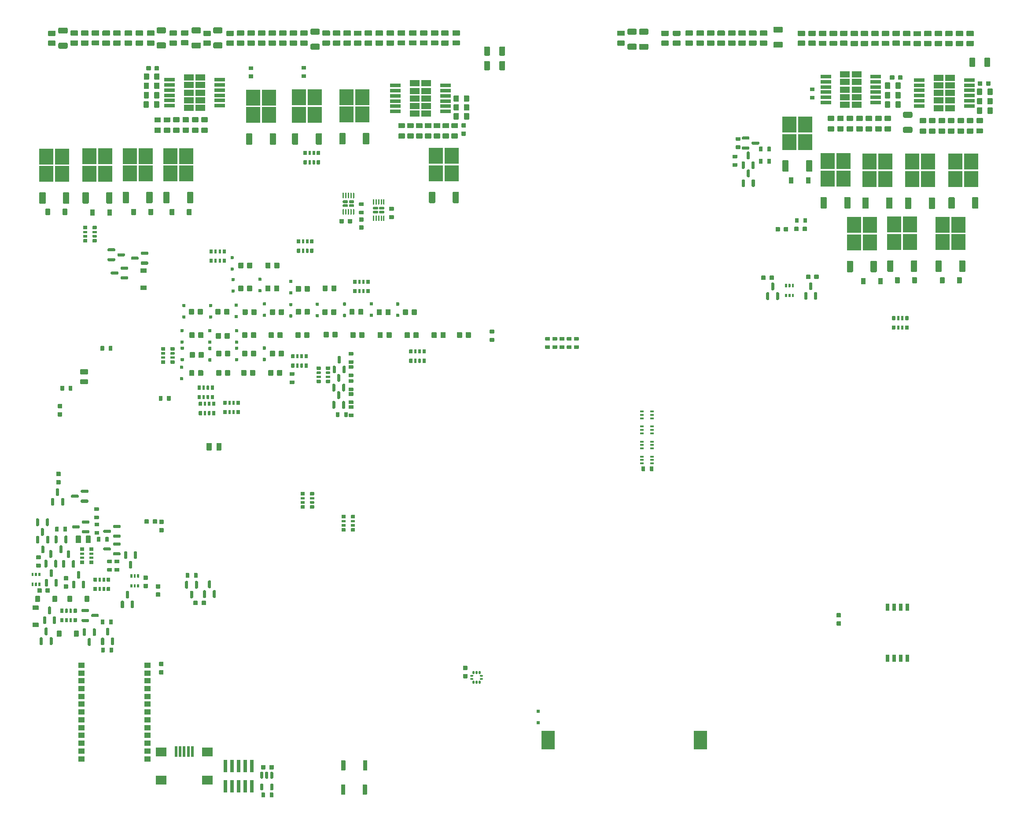
<source format=gtp>
G04 #@! TF.GenerationSoftware,KiCad,Pcbnew,(6.0.9)*
G04 #@! TF.CreationDate,2022-12-12T18:39:12+02:00*
G04 #@! TF.ProjectId,alphax_8ch,616c7068-6178-45f3-9863-682e6b696361,a*
G04 #@! TF.SameCoordinates,PX141f5e0PYa2cace0*
G04 #@! TF.FileFunction,Paste,Top*
G04 #@! TF.FilePolarity,Positive*
%FSLAX46Y46*%
G04 Gerber Fmt 4.6, Leading zero omitted, Abs format (unit mm)*
G04 Created by KiCad (PCBNEW (6.0.9)) date 2022-12-12 18:39:12*
%MOMM*%
%LPD*%
G01*
G04 APERTURE LIST*
%ADD10R,0.650000X0.400000*%
%ADD11R,1.950000X1.160000*%
%ADD12R,2.000000X0.650000*%
%ADD13R,2.750000X3.050000*%
%ADD14O,0.000001X0.000001*%
%ADD15R,0.500000X2.000000*%
%ADD16R,2.000000X1.700000*%
%ADD17R,1.300000X1.000000*%
%ADD18R,2.600000X3.600000*%
%ADD19R,0.690000X1.350000*%
%ADD20R,0.740000X2.400000*%
G04 APERTURE END LIST*
G04 #@! TO.C,D53*
G36*
G01*
X150270000Y119605000D02*
X150270000Y118585000D01*
G75*
G02*
X150180000Y118495000I-90000J0D01*
G01*
X149460000Y118495000D01*
G75*
G02*
X149370000Y118585000I0J90000D01*
G01*
X149370000Y119605000D01*
G75*
G02*
X149460000Y119695000I90000J0D01*
G01*
X150180000Y119695000D01*
G75*
G02*
X150270000Y119605000I0J-90000D01*
G01*
G37*
G36*
G01*
X146970000Y119605000D02*
X146970000Y118585000D01*
G75*
G02*
X146880000Y118495000I-90000J0D01*
G01*
X146160000Y118495000D01*
G75*
G02*
X146070000Y118585000I0J90000D01*
G01*
X146070000Y119605000D01*
G75*
G02*
X146160000Y119695000I90000J0D01*
G01*
X146880000Y119695000D01*
G75*
G02*
X146970000Y119605000I0J-90000D01*
G01*
G37*
G04 #@! TD*
G04 #@! TO.C,R8*
G36*
G01*
X159325000Y144929999D02*
X158075000Y144929999D01*
G75*
G02*
X157975000Y145029999I0J100000D01*
G01*
X157975000Y145829999D01*
G75*
G02*
X158075000Y145929999I100000J0D01*
G01*
X159325000Y145929999D01*
G75*
G02*
X159425000Y145829999I0J-100000D01*
G01*
X159425000Y145029999D01*
G75*
G02*
X159325000Y144929999I-100000J0D01*
G01*
G37*
G36*
G01*
X159325000Y146830021D02*
X158075000Y146830021D01*
G75*
G02*
X157975000Y146930021I0J100000D01*
G01*
X157975000Y147730021D01*
G75*
G02*
X158075000Y147830021I100000J0D01*
G01*
X159325000Y147830021D01*
G75*
G02*
X159425000Y147730021I0J-100000D01*
G01*
X159425000Y146930021D01*
G75*
G02*
X159325000Y146830021I-100000J0D01*
G01*
G37*
G04 #@! TD*
G04 #@! TO.C,D70*
G36*
G01*
X70532503Y92841498D02*
X70532503Y93321498D01*
G75*
G02*
X70592503Y93381498I60000J0D01*
G01*
X71072503Y93381498D01*
G75*
G02*
X71132503Y93321498I0J-60000D01*
G01*
X71132503Y92841498D01*
G75*
G02*
X71072503Y92781498I-60000J0D01*
G01*
X70592503Y92781498D01*
G75*
G02*
X70532503Y92841498I0J60000D01*
G01*
G37*
G36*
G01*
X70532503Y95041498D02*
X70532503Y95521498D01*
G75*
G02*
X70592503Y95581498I60000J0D01*
G01*
X71072503Y95581498D01*
G75*
G02*
X71132503Y95521498I0J-60000D01*
G01*
X71132503Y95041498D01*
G75*
G02*
X71072503Y94981498I-60000J0D01*
G01*
X70592503Y94981498D01*
G75*
G02*
X70532503Y95041498I0J60000D01*
G01*
G37*
G04 #@! TD*
G04 #@! TO.C,C18*
G36*
G01*
X184865001Y138054993D02*
X184865001Y137374993D01*
G75*
G02*
X184780001Y137289993I-85000J0D01*
G01*
X184100001Y137289993D01*
G75*
G02*
X184015001Y137374993I0J85000D01*
G01*
X184015001Y138054993D01*
G75*
G02*
X184100001Y138139993I85000J0D01*
G01*
X184780001Y138139993D01*
G75*
G02*
X184865001Y138054993I0J-85000D01*
G01*
G37*
G36*
G01*
X183284999Y138054993D02*
X183284999Y137374993D01*
G75*
G02*
X183199999Y137289993I-85000J0D01*
G01*
X182519999Y137289993D01*
G75*
G02*
X182434999Y137374993I0J85000D01*
G01*
X182434999Y138054993D01*
G75*
G02*
X182519999Y138139993I85000J0D01*
G01*
X183199999Y138139993D01*
G75*
G02*
X183284999Y138054993I0J-85000D01*
G01*
G37*
G04 #@! TD*
G04 #@! TO.C,R29*
G36*
G01*
X12610000Y53200010D02*
X13390000Y53200010D01*
G75*
G02*
X13460000Y53130010I0J-70000D01*
G01*
X13460000Y52570010D01*
G75*
G02*
X13390000Y52500010I-70000J0D01*
G01*
X12610000Y52500010D01*
G75*
G02*
X12540000Y52570010I0J70000D01*
G01*
X12540000Y53130010D01*
G75*
G02*
X12610000Y53200010I70000J0D01*
G01*
G37*
G36*
G01*
X12610000Y51600010D02*
X13390000Y51600010D01*
G75*
G02*
X13460000Y51530010I0J-70000D01*
G01*
X13460000Y50970010D01*
G75*
G02*
X13390000Y50900010I-70000J0D01*
G01*
X12610000Y50900010D01*
G75*
G02*
X12540000Y50970010I0J70000D01*
G01*
X12540000Y51530010D01*
G75*
G02*
X12610000Y51600010I70000J0D01*
G01*
G37*
G04 #@! TD*
G04 #@! TO.C,C19*
G36*
G01*
X167955001Y139184993D02*
X167955001Y138504993D01*
G75*
G02*
X167870001Y138419993I-85000J0D01*
G01*
X167190001Y138419993D01*
G75*
G02*
X167105001Y138504993I0J85000D01*
G01*
X167105001Y139184993D01*
G75*
G02*
X167190001Y139269993I85000J0D01*
G01*
X167870001Y139269993D01*
G75*
G02*
X167955001Y139184993I0J-85000D01*
G01*
G37*
G36*
G01*
X166374999Y139184993D02*
X166374999Y138504993D01*
G75*
G02*
X166289999Y138419993I-85000J0D01*
G01*
X165609999Y138419993D01*
G75*
G02*
X165524999Y138504993I0J85000D01*
G01*
X165524999Y139184993D01*
G75*
G02*
X165609999Y139269993I85000J0D01*
G01*
X166289999Y139269993D01*
G75*
G02*
X166374999Y139184993I0J-85000D01*
G01*
G37*
G04 #@! TD*
G04 #@! TO.C,R90*
G36*
G01*
X150190000Y136950000D02*
X150970000Y136950000D01*
G75*
G02*
X151040000Y136880000I0J-70000D01*
G01*
X151040000Y136320000D01*
G75*
G02*
X150970000Y136250000I-70000J0D01*
G01*
X150190000Y136250000D01*
G75*
G02*
X150120000Y136320000I0J70000D01*
G01*
X150120000Y136880000D01*
G75*
G02*
X150190000Y136950000I70000J0D01*
G01*
G37*
G36*
G01*
X150190000Y135350000D02*
X150970000Y135350000D01*
G75*
G02*
X151040000Y135280000I0J-70000D01*
G01*
X151040000Y134720000D01*
G75*
G02*
X150970000Y134650000I-70000J0D01*
G01*
X150190000Y134650000D01*
G75*
G02*
X150120000Y134720000I0J70000D01*
G01*
X150120000Y135280000D01*
G75*
G02*
X150190000Y135350000I70000J0D01*
G01*
G37*
G04 #@! TD*
G04 #@! TO.C,R131*
G36*
G01*
X34800908Y144970759D02*
X33550908Y144970759D01*
G75*
G02*
X33450908Y145070759I0J100000D01*
G01*
X33450908Y145870759D01*
G75*
G02*
X33550908Y145970759I100000J0D01*
G01*
X34800908Y145970759D01*
G75*
G02*
X34900908Y145870759I0J-100000D01*
G01*
X34900908Y145070759D01*
G75*
G02*
X34800908Y144970759I-100000J0D01*
G01*
G37*
G36*
G01*
X34800908Y146870781D02*
X33550908Y146870781D01*
G75*
G02*
X33450908Y146970781I0J100000D01*
G01*
X33450908Y147770781D01*
G75*
G02*
X33550908Y147870781I100000J0D01*
G01*
X34800908Y147870781D01*
G75*
G02*
X34900908Y147770781I0J-100000D01*
G01*
X34900908Y146970781D01*
G75*
G02*
X34800908Y146870781I-100000J0D01*
G01*
G37*
G04 #@! TD*
G04 #@! TO.C,C26*
G36*
G01*
X31385000Y131240000D02*
X32435000Y131240000D01*
G75*
G02*
X32535000Y131140000I0J-100000D01*
G01*
X32535000Y130340000D01*
G75*
G02*
X32435000Y130240000I-100000J0D01*
G01*
X31385000Y130240000D01*
G75*
G02*
X31285000Y130340000I0J100000D01*
G01*
X31285000Y131140000D01*
G75*
G02*
X31385000Y131240000I100000J0D01*
G01*
G37*
G36*
G01*
X31385000Y129240000D02*
X32435000Y129240000D01*
G75*
G02*
X32535000Y129140000I0J-100000D01*
G01*
X32535000Y128340000D01*
G75*
G02*
X32435000Y128240000I-100000J0D01*
G01*
X31385000Y128240000D01*
G75*
G02*
X31285000Y128340000I0J100000D01*
G01*
X31285000Y129140000D01*
G75*
G02*
X31385000Y129240000I100000J0D01*
G01*
G37*
G04 #@! TD*
G04 #@! TO.C,R2*
G36*
G01*
X32600000Y73955000D02*
X32600000Y74625000D01*
G75*
G02*
X32665000Y74690000I65000J0D01*
G01*
X33185000Y74690000D01*
G75*
G02*
X33250000Y74625000I0J-65000D01*
G01*
X33250000Y73955000D01*
G75*
G02*
X33185000Y73890000I-65000J0D01*
G01*
X32665000Y73890000D01*
G75*
G02*
X32600000Y73955000I0J65000D01*
G01*
G37*
G36*
G01*
X33575000Y73935000D02*
X33575000Y74645000D01*
G75*
G02*
X33620000Y74690000I45000J0D01*
G01*
X33980000Y74690000D01*
G75*
G02*
X34025000Y74645000I0J-45000D01*
G01*
X34025000Y73935000D01*
G75*
G02*
X33980000Y73890000I-45000J0D01*
G01*
X33620000Y73890000D01*
G75*
G02*
X33575000Y73935000I0J45000D01*
G01*
G37*
G36*
G01*
X34375000Y73935000D02*
X34375000Y74645000D01*
G75*
G02*
X34420000Y74690000I45000J0D01*
G01*
X34780000Y74690000D01*
G75*
G02*
X34825000Y74645000I0J-45000D01*
G01*
X34825000Y73935000D01*
G75*
G02*
X34780000Y73890000I-45000J0D01*
G01*
X34420000Y73890000D01*
G75*
G02*
X34375000Y73935000I0J45000D01*
G01*
G37*
G36*
G01*
X35150000Y73955000D02*
X35150000Y74625000D01*
G75*
G02*
X35215000Y74690000I65000J0D01*
G01*
X35735000Y74690000D01*
G75*
G02*
X35800000Y74625000I0J-65000D01*
G01*
X35800000Y73955000D01*
G75*
G02*
X35735000Y73890000I-65000J0D01*
G01*
X35215000Y73890000D01*
G75*
G02*
X35150000Y73955000I0J65000D01*
G01*
G37*
G36*
G01*
X35150000Y75755000D02*
X35150000Y76425000D01*
G75*
G02*
X35215000Y76490000I65000J0D01*
G01*
X35735000Y76490000D01*
G75*
G02*
X35800000Y76425000I0J-65000D01*
G01*
X35800000Y75755000D01*
G75*
G02*
X35735000Y75690000I-65000J0D01*
G01*
X35215000Y75690000D01*
G75*
G02*
X35150000Y75755000I0J65000D01*
G01*
G37*
G36*
G01*
X34375000Y75735000D02*
X34375000Y76445000D01*
G75*
G02*
X34420000Y76490000I45000J0D01*
G01*
X34780000Y76490000D01*
G75*
G02*
X34825000Y76445000I0J-45000D01*
G01*
X34825000Y75735000D01*
G75*
G02*
X34780000Y75690000I-45000J0D01*
G01*
X34420000Y75690000D01*
G75*
G02*
X34375000Y75735000I0J45000D01*
G01*
G37*
G36*
G01*
X33575000Y75735000D02*
X33575000Y76445000D01*
G75*
G02*
X33620000Y76490000I45000J0D01*
G01*
X33980000Y76490000D01*
G75*
G02*
X34025000Y76445000I0J-45000D01*
G01*
X34025000Y75735000D01*
G75*
G02*
X33980000Y75690000I-45000J0D01*
G01*
X33620000Y75690000D01*
G75*
G02*
X33575000Y75735000I0J45000D01*
G01*
G37*
G36*
G01*
X32600000Y75755000D02*
X32600000Y76425000D01*
G75*
G02*
X32665000Y76490000I65000J0D01*
G01*
X33185000Y76490000D01*
G75*
G02*
X33250000Y76425000I0J-65000D01*
G01*
X33250000Y75755000D01*
G75*
G02*
X33185000Y75690000I-65000J0D01*
G01*
X32665000Y75690000D01*
G75*
G02*
X32600000Y75755000I0J65000D01*
G01*
G37*
G04 #@! TD*
G04 #@! TO.C,C44*
G36*
G01*
X22030000Y136755000D02*
X22030000Y137805000D01*
G75*
G02*
X22130000Y137905000I100000J0D01*
G01*
X22930000Y137905000D01*
G75*
G02*
X23030000Y137805000I0J-100000D01*
G01*
X23030000Y136755000D01*
G75*
G02*
X22930000Y136655000I-100000J0D01*
G01*
X22130000Y136655000D01*
G75*
G02*
X22030000Y136755000I0J100000D01*
G01*
G37*
G36*
G01*
X24030000Y136755000D02*
X24030000Y137805000D01*
G75*
G02*
X24130000Y137905000I100000J0D01*
G01*
X24930000Y137905000D01*
G75*
G02*
X25030000Y137805000I0J-100000D01*
G01*
X25030000Y136755000D01*
G75*
G02*
X24930000Y136655000I-100000J0D01*
G01*
X24130000Y136655000D01*
G75*
G02*
X24030000Y136755000I0J100000D01*
G01*
G37*
G04 #@! TD*
G04 #@! TO.C,D36*
G36*
G01*
X48649999Y82499998D02*
X48649999Y81599998D01*
G75*
G02*
X48549999Y81499998I-100000J0D01*
G01*
X47749999Y81499998D01*
G75*
G02*
X47649999Y81599998I0J100000D01*
G01*
X47649999Y82499998D01*
G75*
G02*
X47749999Y82599998I100000J0D01*
G01*
X48549999Y82599998D01*
G75*
G02*
X48649999Y82499998I0J-100000D01*
G01*
G37*
G36*
G01*
X46949999Y82499998D02*
X46949999Y81599998D01*
G75*
G02*
X46849999Y81499998I-100000J0D01*
G01*
X46049999Y81499998D01*
G75*
G02*
X45949999Y81599998I0J100000D01*
G01*
X45949999Y82499998D01*
G75*
G02*
X46049999Y82599998I100000J0D01*
G01*
X46849999Y82599998D01*
G75*
G02*
X46949999Y82499998I0J-100000D01*
G01*
G37*
G04 #@! TD*
G04 #@! TO.C,C49*
G36*
G01*
X167580000Y134195000D02*
X167580000Y133145000D01*
G75*
G02*
X167480000Y133045000I-100000J0D01*
G01*
X166680000Y133045000D01*
G75*
G02*
X166580000Y133145000I0J100000D01*
G01*
X166580000Y134195000D01*
G75*
G02*
X166680000Y134295000I100000J0D01*
G01*
X167480000Y134295000D01*
G75*
G02*
X167580000Y134195000I0J-100000D01*
G01*
G37*
G36*
G01*
X165580000Y134195000D02*
X165580000Y133145000D01*
G75*
G02*
X165480000Y133045000I-100000J0D01*
G01*
X164680000Y133045000D01*
G75*
G02*
X164580000Y133145000I0J100000D01*
G01*
X164580000Y134195000D01*
G75*
G02*
X164680000Y134295000I100000J0D01*
G01*
X165480000Y134295000D01*
G75*
G02*
X165580000Y134195000I0J-100000D01*
G01*
G37*
G04 #@! TD*
G04 #@! TO.C,R4*
G36*
G01*
X50380000Y83105000D02*
X50380000Y83775000D01*
G75*
G02*
X50445000Y83840000I65000J0D01*
G01*
X50965000Y83840000D01*
G75*
G02*
X51030000Y83775000I0J-65000D01*
G01*
X51030000Y83105000D01*
G75*
G02*
X50965000Y83040000I-65000J0D01*
G01*
X50445000Y83040000D01*
G75*
G02*
X50380000Y83105000I0J65000D01*
G01*
G37*
G36*
G01*
X51355000Y83085000D02*
X51355000Y83795000D01*
G75*
G02*
X51400000Y83840000I45000J0D01*
G01*
X51760000Y83840000D01*
G75*
G02*
X51805000Y83795000I0J-45000D01*
G01*
X51805000Y83085000D01*
G75*
G02*
X51760000Y83040000I-45000J0D01*
G01*
X51400000Y83040000D01*
G75*
G02*
X51355000Y83085000I0J45000D01*
G01*
G37*
G36*
G01*
X52155000Y83085000D02*
X52155000Y83795000D01*
G75*
G02*
X52200000Y83840000I45000J0D01*
G01*
X52560000Y83840000D01*
G75*
G02*
X52605000Y83795000I0J-45000D01*
G01*
X52605000Y83085000D01*
G75*
G02*
X52560000Y83040000I-45000J0D01*
G01*
X52200000Y83040000D01*
G75*
G02*
X52155000Y83085000I0J45000D01*
G01*
G37*
G36*
G01*
X52930000Y83105000D02*
X52930000Y83775000D01*
G75*
G02*
X52995000Y83840000I65000J0D01*
G01*
X53515000Y83840000D01*
G75*
G02*
X53580000Y83775000I0J-65000D01*
G01*
X53580000Y83105000D01*
G75*
G02*
X53515000Y83040000I-65000J0D01*
G01*
X52995000Y83040000D01*
G75*
G02*
X52930000Y83105000I0J65000D01*
G01*
G37*
G36*
G01*
X52930000Y84905000D02*
X52930000Y85575000D01*
G75*
G02*
X52995000Y85640000I65000J0D01*
G01*
X53515000Y85640000D01*
G75*
G02*
X53580000Y85575000I0J-65000D01*
G01*
X53580000Y84905000D01*
G75*
G02*
X53515000Y84840000I-65000J0D01*
G01*
X52995000Y84840000D01*
G75*
G02*
X52930000Y84905000I0J65000D01*
G01*
G37*
G36*
G01*
X52155000Y84885000D02*
X52155000Y85595000D01*
G75*
G02*
X52200000Y85640000I45000J0D01*
G01*
X52560000Y85640000D01*
G75*
G02*
X52605000Y85595000I0J-45000D01*
G01*
X52605000Y84885000D01*
G75*
G02*
X52560000Y84840000I-45000J0D01*
G01*
X52200000Y84840000D01*
G75*
G02*
X52155000Y84885000I0J45000D01*
G01*
G37*
G36*
G01*
X51355000Y84885000D02*
X51355000Y85595000D01*
G75*
G02*
X51400000Y85640000I45000J0D01*
G01*
X51760000Y85640000D01*
G75*
G02*
X51805000Y85595000I0J-45000D01*
G01*
X51805000Y84885000D01*
G75*
G02*
X51760000Y84840000I-45000J0D01*
G01*
X51400000Y84840000D01*
G75*
G02*
X51355000Y84885000I0J45000D01*
G01*
G37*
G36*
G01*
X50380000Y84905000D02*
X50380000Y85575000D01*
G75*
G02*
X50445000Y85640000I65000J0D01*
G01*
X50965000Y85640000D01*
G75*
G02*
X51030000Y85575000I0J-65000D01*
G01*
X51030000Y84905000D01*
G75*
G02*
X50965000Y84840000I-65000J0D01*
G01*
X50445000Y84840000D01*
G75*
G02*
X50380000Y84905000I0J65000D01*
G01*
G37*
G04 #@! TD*
G04 #@! TO.C,D30*
G36*
G01*
X38700001Y101771501D02*
X38700001Y102251501D01*
G75*
G02*
X38760001Y102311501I60000J0D01*
G01*
X39240001Y102311501D01*
G75*
G02*
X39300001Y102251501I0J-60000D01*
G01*
X39300001Y101771501D01*
G75*
G02*
X39240001Y101711501I-60000J0D01*
G01*
X38760001Y101711501D01*
G75*
G02*
X38700001Y101771501I0J60000D01*
G01*
G37*
G36*
G01*
X38700001Y103971501D02*
X38700001Y104451501D01*
G75*
G02*
X38760001Y104511501I60000J0D01*
G01*
X39240001Y104511501D01*
G75*
G02*
X39300001Y104451501I0J-60000D01*
G01*
X39300001Y103971501D01*
G75*
G02*
X39240001Y103911501I-60000J0D01*
G01*
X38760001Y103911501D01*
G75*
G02*
X38700001Y103971501I0J60000D01*
G01*
G37*
G04 #@! TD*
D10*
G04 #@! TO.C,U8*
X117850000Y74600000D03*
X117850000Y73950000D03*
X117850000Y73300000D03*
X119750000Y73300000D03*
X119750000Y73950000D03*
X119750000Y74600000D03*
G04 #@! TD*
G04 #@! TO.C,C3*
G36*
G01*
X25060000Y26435001D02*
X25740000Y26435001D01*
G75*
G02*
X25825000Y26350001I0J-85000D01*
G01*
X25825000Y25670001D01*
G75*
G02*
X25740000Y25585001I-85000J0D01*
G01*
X25060000Y25585001D01*
G75*
G02*
X24975000Y25670001I0J85000D01*
G01*
X24975000Y26350001D01*
G75*
G02*
X25060000Y26435001I85000J0D01*
G01*
G37*
G36*
G01*
X25060000Y24854999D02*
X25740000Y24854999D01*
G75*
G02*
X25825000Y24769999I0J-85000D01*
G01*
X25825000Y24089999D01*
G75*
G02*
X25740000Y24004999I-85000J0D01*
G01*
X25060000Y24004999D01*
G75*
G02*
X24975000Y24089999I0J85000D01*
G01*
X24975000Y24769999D01*
G75*
G02*
X25060000Y24854999I85000J0D01*
G01*
G37*
G04 #@! TD*
G04 #@! TO.C,D46*
G36*
G01*
X44052503Y97601498D02*
X44052503Y98081498D01*
G75*
G02*
X44112503Y98141498I60000J0D01*
G01*
X44592503Y98141498D01*
G75*
G02*
X44652503Y98081498I0J-60000D01*
G01*
X44652503Y97601498D01*
G75*
G02*
X44592503Y97541498I-60000J0D01*
G01*
X44112503Y97541498D01*
G75*
G02*
X44052503Y97601498I0J60000D01*
G01*
G37*
G36*
G01*
X44052503Y99801498D02*
X44052503Y100281498D01*
G75*
G02*
X44112503Y100341498I60000J0D01*
G01*
X44592503Y100341498D01*
G75*
G02*
X44652503Y100281498I0J-60000D01*
G01*
X44652503Y99801498D01*
G75*
G02*
X44592503Y99741498I-60000J0D01*
G01*
X44112503Y99741498D01*
G75*
G02*
X44052503Y99801498I0J60000D01*
G01*
G37*
G04 #@! TD*
G04 #@! TO.C,R87*
G36*
G01*
X61470000Y80820000D02*
X62250000Y80820000D01*
G75*
G02*
X62320000Y80750000I0J-70000D01*
G01*
X62320000Y80190000D01*
G75*
G02*
X62250000Y80120000I-70000J0D01*
G01*
X61470000Y80120000D01*
G75*
G02*
X61400000Y80190000I0J70000D01*
G01*
X61400000Y80750000D01*
G75*
G02*
X61470000Y80820000I70000J0D01*
G01*
G37*
G36*
G01*
X61470000Y79220000D02*
X62250000Y79220000D01*
G75*
G02*
X62320000Y79150000I0J-70000D01*
G01*
X62320000Y78590000D01*
G75*
G02*
X62250000Y78520000I-70000J0D01*
G01*
X61470000Y78520000D01*
G75*
G02*
X61400000Y78590000I0J70000D01*
G01*
X61400000Y79150000D01*
G75*
G02*
X61470000Y79220000I70000J0D01*
G01*
G37*
G04 #@! TD*
G04 #@! TO.C,R93*
G36*
G01*
X27043000Y147910001D02*
X28293000Y147910001D01*
G75*
G02*
X28393000Y147810001I0J-100000D01*
G01*
X28393000Y147010001D01*
G75*
G02*
X28293000Y146910001I-100000J0D01*
G01*
X27043000Y146910001D01*
G75*
G02*
X26943000Y147010001I0J100000D01*
G01*
X26943000Y147810001D01*
G75*
G02*
X27043000Y147910001I100000J0D01*
G01*
G37*
G36*
G01*
X27043000Y146009979D02*
X28293000Y146009979D01*
G75*
G02*
X28393000Y145909979I0J-100000D01*
G01*
X28393000Y145109979D01*
G75*
G02*
X28293000Y145009979I-100000J0D01*
G01*
X27043000Y145009979D01*
G75*
G02*
X26943000Y145109979I0J100000D01*
G01*
X26943000Y145909979D01*
G75*
G02*
X27043000Y146009979I100000J0D01*
G01*
G37*
G04 #@! TD*
G04 #@! TO.C,R95*
G36*
G01*
X101460000Y86640000D02*
X100680000Y86640000D01*
G75*
G02*
X100610000Y86710000I0J70000D01*
G01*
X100610000Y87270000D01*
G75*
G02*
X100680000Y87340000I70000J0D01*
G01*
X101460000Y87340000D01*
G75*
G02*
X101530000Y87270000I0J-70000D01*
G01*
X101530000Y86710000D01*
G75*
G02*
X101460000Y86640000I-70000J0D01*
G01*
G37*
G36*
G01*
X101460000Y88240000D02*
X100680000Y88240000D01*
G75*
G02*
X100610000Y88310000I0J70000D01*
G01*
X100610000Y88870000D01*
G75*
G02*
X100680000Y88940000I70000J0D01*
G01*
X101460000Y88940000D01*
G75*
G02*
X101530000Y88870000I0J-70000D01*
G01*
X101530000Y88310000D01*
G75*
G02*
X101460000Y88240000I-70000J0D01*
G01*
G37*
G04 #@! TD*
G04 #@! TO.C,D34*
G36*
G01*
X38649999Y82489998D02*
X38649999Y81589998D01*
G75*
G02*
X38549999Y81489998I-100000J0D01*
G01*
X37749999Y81489998D01*
G75*
G02*
X37649999Y81589998I0J100000D01*
G01*
X37649999Y82489998D01*
G75*
G02*
X37749999Y82589998I100000J0D01*
G01*
X38549999Y82589998D01*
G75*
G02*
X38649999Y82489998I0J-100000D01*
G01*
G37*
G36*
G01*
X36949999Y82489998D02*
X36949999Y81589998D01*
G75*
G02*
X36849999Y81489998I-100000J0D01*
G01*
X36049999Y81489998D01*
G75*
G02*
X35949999Y81589998I0J100000D01*
G01*
X35949999Y82489998D01*
G75*
G02*
X36049999Y82589998I100000J0D01*
G01*
X36849999Y82589998D01*
G75*
G02*
X36949999Y82489998I0J-100000D01*
G01*
G37*
G04 #@! TD*
G04 #@! TO.C,R59*
G36*
G01*
X79325000Y147900001D02*
X80575000Y147900001D01*
G75*
G02*
X80675000Y147800001I0J-100000D01*
G01*
X80675000Y147000001D01*
G75*
G02*
X80575000Y146900001I-100000J0D01*
G01*
X79325000Y146900001D01*
G75*
G02*
X79225000Y147000001I0J100000D01*
G01*
X79225000Y147800001D01*
G75*
G02*
X79325000Y147900001I100000J0D01*
G01*
G37*
G36*
G01*
X79325000Y145999979D02*
X80575000Y145999979D01*
G75*
G02*
X80675000Y145899979I0J-100000D01*
G01*
X80675000Y145099979D01*
G75*
G02*
X80575000Y144999979I-100000J0D01*
G01*
X79325000Y144999979D01*
G75*
G02*
X79225000Y145099979I0J100000D01*
G01*
X79225000Y145899979D01*
G75*
G02*
X79325000Y145999979I100000J0D01*
G01*
G37*
G04 #@! TD*
G04 #@! TO.C,R9*
G36*
G01*
X155275000Y144949999D02*
X154025000Y144949999D01*
G75*
G02*
X153925000Y145049999I0J100000D01*
G01*
X153925000Y145849999D01*
G75*
G02*
X154025000Y145949999I100000J0D01*
G01*
X155275000Y145949999D01*
G75*
G02*
X155375000Y145849999I0J-100000D01*
G01*
X155375000Y145049999D01*
G75*
G02*
X155275000Y144949999I-100000J0D01*
G01*
G37*
G36*
G01*
X155275000Y146850021D02*
X154025000Y146850021D01*
G75*
G02*
X153925000Y146950021I0J100000D01*
G01*
X153925000Y147750021D01*
G75*
G02*
X154025000Y147850021I100000J0D01*
G01*
X155275000Y147850021D01*
G75*
G02*
X155375000Y147750021I0J-100000D01*
G01*
X155375000Y146950021D01*
G75*
G02*
X155275000Y146850021I-100000J0D01*
G01*
G37*
G04 #@! TD*
G04 #@! TO.C,R68*
G36*
G01*
X53439000Y145009999D02*
X52189000Y145009999D01*
G75*
G02*
X52089000Y145109999I0J100000D01*
G01*
X52089000Y145909999D01*
G75*
G02*
X52189000Y146009999I100000J0D01*
G01*
X53439000Y146009999D01*
G75*
G02*
X53539000Y145909999I0J-100000D01*
G01*
X53539000Y145109999D01*
G75*
G02*
X53439000Y145009999I-100000J0D01*
G01*
G37*
G36*
G01*
X53439000Y146910021D02*
X52189000Y146910021D01*
G75*
G02*
X52089000Y147010021I0J100000D01*
G01*
X52089000Y147810021D01*
G75*
G02*
X52189000Y147910021I100000J0D01*
G01*
X53439000Y147910021D01*
G75*
G02*
X53539000Y147810021I0J-100000D01*
G01*
X53539000Y147010021D01*
G75*
G02*
X53439000Y146910021I-100000J0D01*
G01*
G37*
G04 #@! TD*
G04 #@! TO.C,R100*
G36*
G01*
X149125000Y144959999D02*
X147875000Y144959999D01*
G75*
G02*
X147775000Y145059999I0J100000D01*
G01*
X147775000Y145859999D01*
G75*
G02*
X147875000Y145959999I100000J0D01*
G01*
X149125000Y145959999D01*
G75*
G02*
X149225000Y145859999I0J-100000D01*
G01*
X149225000Y145059999D01*
G75*
G02*
X149125000Y144959999I-100000J0D01*
G01*
G37*
G36*
G01*
X149125000Y146860021D02*
X147875000Y146860021D01*
G75*
G02*
X147775000Y146960021I0J100000D01*
G01*
X147775000Y147760021D01*
G75*
G02*
X147875000Y147860021I100000J0D01*
G01*
X149125000Y147860021D01*
G75*
G02*
X149225000Y147760021I0J-100000D01*
G01*
X149225000Y146960021D01*
G75*
G02*
X149125000Y146860021I-100000J0D01*
G01*
G37*
G04 #@! TD*
D11*
G04 #@! TO.C,U10*
X159102400Y135092022D03*
X159102400Y139472022D03*
X156852400Y133632022D03*
X156852400Y136552022D03*
X156852400Y139472022D03*
X159102400Y133632022D03*
X156852400Y138012022D03*
X159102400Y136552022D03*
X159102400Y138012022D03*
X156852400Y135092022D03*
D12*
X162777400Y134052022D03*
X162777400Y135052022D03*
X162777400Y136052022D03*
X162777400Y137052022D03*
X162777400Y138052022D03*
X162777400Y139052022D03*
X153177400Y139052022D03*
X153177400Y138052022D03*
X153177400Y137052022D03*
X153177400Y136052022D03*
X153177400Y135052022D03*
X153177400Y134052022D03*
G04 #@! TD*
G04 #@! TO.C,R82*
G36*
G01*
X3725000Y147870001D02*
X4975000Y147870001D01*
G75*
G02*
X5075000Y147770001I0J-100000D01*
G01*
X5075000Y146970001D01*
G75*
G02*
X4975000Y146870001I-100000J0D01*
G01*
X3725000Y146870001D01*
G75*
G02*
X3625000Y146970001I0J100000D01*
G01*
X3625000Y147770001D01*
G75*
G02*
X3725000Y147870001I100000J0D01*
G01*
G37*
G36*
G01*
X3725000Y145969979D02*
X4975000Y145969979D01*
G75*
G02*
X5075000Y145869979I0J-100000D01*
G01*
X5075000Y145069979D01*
G75*
G02*
X4975000Y144969979I-100000J0D01*
G01*
X3725000Y144969979D01*
G75*
G02*
X3625000Y145069979I0J100000D01*
G01*
X3625000Y145869979D01*
G75*
G02*
X3725000Y145969979I100000J0D01*
G01*
G37*
G04 #@! TD*
G04 #@! TO.C,D49*
G36*
G01*
X15064500Y105550500D02*
X15064500Y105850500D01*
G75*
G02*
X15214500Y106000500I150000J0D01*
G01*
X16389500Y106000500D01*
G75*
G02*
X16539500Y105850500I0J-150000D01*
G01*
X16539500Y105550500D01*
G75*
G02*
X16389500Y105400500I-150000J0D01*
G01*
X15214500Y105400500D01*
G75*
G02*
X15064500Y105550500I0J150000D01*
G01*
G37*
G36*
G01*
X16939500Y104600500D02*
X16939500Y104900500D01*
G75*
G02*
X17089500Y105050500I150000J0D01*
G01*
X18264500Y105050500D01*
G75*
G02*
X18414500Y104900500I0J-150000D01*
G01*
X18414500Y104600500D01*
G75*
G02*
X18264500Y104450500I-150000J0D01*
G01*
X17089500Y104450500D01*
G75*
G02*
X16939500Y104600500I0J150000D01*
G01*
G37*
G36*
G01*
X15064500Y103650500D02*
X15064500Y103950500D01*
G75*
G02*
X15214500Y104100500I150000J0D01*
G01*
X16389500Y104100500D01*
G75*
G02*
X16539500Y103950500I0J-150000D01*
G01*
X16539500Y103650500D01*
G75*
G02*
X16389500Y103500500I-150000J0D01*
G01*
X15214500Y103500500D01*
G75*
G02*
X15064500Y103650500I0J150000D01*
G01*
G37*
G04 #@! TD*
G04 #@! TO.C,F4*
G36*
G01*
X90605010Y142050000D02*
X91295010Y142050000D01*
G75*
G02*
X91525010Y141820000I0J-230000D01*
G01*
X91525010Y140480000D01*
G75*
G02*
X91295010Y140250000I-230000J0D01*
G01*
X90605010Y140250000D01*
G75*
G02*
X90375010Y140480000I0J230000D01*
G01*
X90375010Y141820000D01*
G75*
G02*
X90605010Y142050000I230000J0D01*
G01*
G37*
G36*
G01*
X87704990Y142050000D02*
X88394990Y142050000D01*
G75*
G02*
X88624990Y141820000I0J-230000D01*
G01*
X88624990Y140480000D01*
G75*
G02*
X88394990Y140250000I-230000J0D01*
G01*
X87704990Y140250000D01*
G75*
G02*
X87474990Y140480000I0J230000D01*
G01*
X87474990Y141820000D01*
G75*
G02*
X87704990Y142050000I230000J0D01*
G01*
G37*
G04 #@! TD*
G04 #@! TO.C,Q13*
G36*
G01*
X137460000Y121275000D02*
X137160000Y121275000D01*
G75*
G02*
X137010000Y121425000I0J150000D01*
G01*
X137010000Y122600000D01*
G75*
G02*
X137160000Y122750000I150000J0D01*
G01*
X137460000Y122750000D01*
G75*
G02*
X137610000Y122600000I0J-150000D01*
G01*
X137610000Y121425000D01*
G75*
G02*
X137460000Y121275000I-150000J0D01*
G01*
G37*
G36*
G01*
X138410000Y123150000D02*
X138110000Y123150000D01*
G75*
G02*
X137960000Y123300000I0J150000D01*
G01*
X137960000Y124475000D01*
G75*
G02*
X138110000Y124625000I150000J0D01*
G01*
X138410000Y124625000D01*
G75*
G02*
X138560000Y124475000I0J-150000D01*
G01*
X138560000Y123300000D01*
G75*
G02*
X138410000Y123150000I-150000J0D01*
G01*
G37*
G36*
G01*
X139360000Y121275000D02*
X139060000Y121275000D01*
G75*
G02*
X138910000Y121425000I0J150000D01*
G01*
X138910000Y122600000D01*
G75*
G02*
X139060000Y122750000I150000J0D01*
G01*
X139360000Y122750000D01*
G75*
G02*
X139510000Y122600000I0J-150000D01*
G01*
X139510000Y121425000D01*
G75*
G02*
X139360000Y121275000I-150000J0D01*
G01*
G37*
G04 #@! TD*
G04 #@! TO.C,R91*
G36*
G01*
X41247000Y145009999D02*
X39997000Y145009999D01*
G75*
G02*
X39897000Y145109999I0J100000D01*
G01*
X39897000Y145909999D01*
G75*
G02*
X39997000Y146009999I100000J0D01*
G01*
X41247000Y146009999D01*
G75*
G02*
X41347000Y145909999I0J-100000D01*
G01*
X41347000Y145109999D01*
G75*
G02*
X41247000Y145009999I-100000J0D01*
G01*
G37*
G36*
G01*
X41247000Y146910021D02*
X39997000Y146910021D01*
G75*
G02*
X39897000Y147010021I0J100000D01*
G01*
X39897000Y147810021D01*
G75*
G02*
X39997000Y147910021I100000J0D01*
G01*
X41247000Y147910021D01*
G75*
G02*
X41347000Y147810021I0J-100000D01*
G01*
X41347000Y147010021D01*
G75*
G02*
X41247000Y146910021I-100000J0D01*
G01*
G37*
G04 #@! TD*
G04 #@! TO.C,C43*
G36*
G01*
X24990000Y134215000D02*
X24990000Y133165000D01*
G75*
G02*
X24890000Y133065000I-100000J0D01*
G01*
X24090000Y133065000D01*
G75*
G02*
X23990000Y133165000I0J100000D01*
G01*
X23990000Y134215000D01*
G75*
G02*
X24090000Y134315000I100000J0D01*
G01*
X24890000Y134315000D01*
G75*
G02*
X24990000Y134215000I0J-100000D01*
G01*
G37*
G36*
G01*
X22990000Y134215000D02*
X22990000Y133165000D01*
G75*
G02*
X22890000Y133065000I-100000J0D01*
G01*
X22090000Y133065000D01*
G75*
G02*
X21990000Y133165000I0J100000D01*
G01*
X21990000Y134215000D01*
G75*
G02*
X22090000Y134315000I100000J0D01*
G01*
X22890000Y134315000D01*
G75*
G02*
X22990000Y134215000I0J-100000D01*
G01*
G37*
G04 #@! TD*
G04 #@! TO.C,D1*
G36*
G01*
X39500001Y100250002D02*
X39500001Y99770002D01*
G75*
G02*
X39440001Y99710002I-60000J0D01*
G01*
X38960001Y99710002D01*
G75*
G02*
X38900001Y99770002I0J60000D01*
G01*
X38900001Y100250002D01*
G75*
G02*
X38960001Y100310002I60000J0D01*
G01*
X39440001Y100310002D01*
G75*
G02*
X39500001Y100250002I0J-60000D01*
G01*
G37*
G36*
G01*
X39500001Y98050002D02*
X39500001Y97570002D01*
G75*
G02*
X39440001Y97510002I-60000J0D01*
G01*
X38960001Y97510002D01*
G75*
G02*
X38900001Y97570002I0J60000D01*
G01*
X38900001Y98050002D01*
G75*
G02*
X38960001Y98110002I60000J0D01*
G01*
X39440001Y98110002D01*
G75*
G02*
X39500001Y98050002I0J-60000D01*
G01*
G37*
G04 #@! TD*
G04 #@! TO.C,D15*
G36*
G01*
X38499999Y94239998D02*
X38499999Y93339998D01*
G75*
G02*
X38399999Y93239998I-100000J0D01*
G01*
X37599999Y93239998D01*
G75*
G02*
X37499999Y93339998I0J100000D01*
G01*
X37499999Y94239998D01*
G75*
G02*
X37599999Y94339998I100000J0D01*
G01*
X38399999Y94339998D01*
G75*
G02*
X38499999Y94239998I0J-100000D01*
G01*
G37*
G36*
G01*
X36799999Y94239998D02*
X36799999Y93339998D01*
G75*
G02*
X36699999Y93239998I-100000J0D01*
G01*
X35899999Y93239998D01*
G75*
G02*
X35799999Y93339998I0J100000D01*
G01*
X35799999Y94239998D01*
G75*
G02*
X35899999Y94339998I100000J0D01*
G01*
X36699999Y94339998D01*
G75*
G02*
X36799999Y94239998I0J-100000D01*
G01*
G37*
G04 #@! TD*
G04 #@! TO.C,D78*
G36*
G01*
X11375000Y57500000D02*
X11375000Y57200000D01*
G75*
G02*
X11225000Y57050000I-150000J0D01*
G01*
X10050000Y57050000D01*
G75*
G02*
X9900000Y57200000I0J150000D01*
G01*
X9900000Y57500000D01*
G75*
G02*
X10050000Y57650000I150000J0D01*
G01*
X11225000Y57650000D01*
G75*
G02*
X11375000Y57500000I0J-150000D01*
G01*
G37*
G36*
G01*
X11375000Y59400000D02*
X11375000Y59100000D01*
G75*
G02*
X11225000Y58950000I-150000J0D01*
G01*
X10050000Y58950000D01*
G75*
G02*
X9900000Y59100000I0J150000D01*
G01*
X9900000Y59400000D01*
G75*
G02*
X10050000Y59550000I150000J0D01*
G01*
X11225000Y59550000D01*
G75*
G02*
X11375000Y59400000I0J-150000D01*
G01*
G37*
G36*
G01*
X9500000Y58450000D02*
X9500000Y58150000D01*
G75*
G02*
X9350000Y58000000I-150000J0D01*
G01*
X8175000Y58000000D01*
G75*
G02*
X8025000Y58150000I0J150000D01*
G01*
X8025000Y58450000D01*
G75*
G02*
X8175000Y58600000I150000J0D01*
G01*
X9350000Y58600000D01*
G75*
G02*
X9500000Y58450000I0J-150000D01*
G01*
G37*
G04 #@! TD*
G04 #@! TO.C,C59*
G36*
G01*
X145965001Y110000010D02*
X145965001Y109320010D01*
G75*
G02*
X145880001Y109235010I-85000J0D01*
G01*
X145200001Y109235010D01*
G75*
G02*
X145115001Y109320010I0J85000D01*
G01*
X145115001Y110000010D01*
G75*
G02*
X145200001Y110085010I85000J0D01*
G01*
X145880001Y110085010D01*
G75*
G02*
X145965001Y110000010I0J-85000D01*
G01*
G37*
G36*
G01*
X144384999Y110000010D02*
X144384999Y109320010D01*
G75*
G02*
X144299999Y109235010I-85000J0D01*
G01*
X143619999Y109235010D01*
G75*
G02*
X143534999Y109320010I0J85000D01*
G01*
X143534999Y110000010D01*
G75*
G02*
X143619999Y110085010I85000J0D01*
G01*
X144299999Y110085010D01*
G75*
G02*
X144384999Y110000010I0J-85000D01*
G01*
G37*
G04 #@! TD*
G04 #@! TO.C,C1*
G36*
G01*
X63510000Y111985001D02*
X64190000Y111985001D01*
G75*
G02*
X64275000Y111900001I0J-85000D01*
G01*
X64275000Y111220001D01*
G75*
G02*
X64190000Y111135001I-85000J0D01*
G01*
X63510000Y111135001D01*
G75*
G02*
X63425000Y111220001I0J85000D01*
G01*
X63425000Y111900001D01*
G75*
G02*
X63510000Y111985001I85000J0D01*
G01*
G37*
G36*
G01*
X63510000Y110404999D02*
X64190000Y110404999D01*
G75*
G02*
X64275000Y110319999I0J-85000D01*
G01*
X64275000Y109639999D01*
G75*
G02*
X64190000Y109554999I-85000J0D01*
G01*
X63510000Y109554999D01*
G75*
G02*
X63425000Y109639999I0J85000D01*
G01*
X63425000Y110319999D01*
G75*
G02*
X63510000Y110404999I85000J0D01*
G01*
G37*
G04 #@! TD*
D13*
G04 #@! TO.C,Q29*
X161640000Y107140000D03*
X158590000Y107140000D03*
X158590000Y110490000D03*
X161640000Y110490000D03*
G36*
G01*
X158315000Y101415000D02*
X157355000Y101415000D01*
G75*
G02*
X157235000Y101535000I0J120000D01*
G01*
X157235000Y103495000D01*
G75*
G02*
X157355000Y103615000I120000J0D01*
G01*
X158315000Y103615000D01*
G75*
G02*
X158435000Y103495000I0J-120000D01*
G01*
X158435000Y101535000D01*
G75*
G02*
X158315000Y101415000I-120000J0D01*
G01*
G37*
G36*
G01*
X162875000Y101415000D02*
X161915000Y101415000D01*
G75*
G02*
X161795000Y101535000I0J120000D01*
G01*
X161795000Y103495000D01*
G75*
G02*
X161915000Y103615000I120000J0D01*
G01*
X162875000Y103615000D01*
G75*
G02*
X162995000Y103495000I0J-120000D01*
G01*
X162995000Y101535000D01*
G75*
G02*
X162875000Y101415000I-120000J0D01*
G01*
G37*
G04 #@! TD*
G04 #@! TO.C,R112*
G36*
G01*
X11175000Y79841999D02*
X9925000Y79841999D01*
G75*
G02*
X9825000Y79941999I0J100000D01*
G01*
X9825000Y80741999D01*
G75*
G02*
X9925000Y80841999I100000J0D01*
G01*
X11175000Y80841999D01*
G75*
G02*
X11275000Y80741999I0J-100000D01*
G01*
X11275000Y79941999D01*
G75*
G02*
X11175000Y79841999I-100000J0D01*
G01*
G37*
G36*
G01*
X11175000Y81742021D02*
X9925000Y81742021D01*
G75*
G02*
X9825000Y81842021I0J100000D01*
G01*
X9825000Y82642021D01*
G75*
G02*
X9925000Y82742021I100000J0D01*
G01*
X11175000Y82742021D01*
G75*
G02*
X11275000Y82642021I0J-100000D01*
G01*
X11275000Y81842021D01*
G75*
G02*
X11175000Y81742021I-100000J0D01*
G01*
G37*
G04 #@! TD*
G04 #@! TO.C,S1*
G36*
G01*
X64950001Y2770000D02*
X64950001Y930000D01*
G75*
G02*
X64870001Y850000I-80000J0D01*
G01*
X64230001Y850000D01*
G75*
G02*
X64150001Y930000I0J80000D01*
G01*
X64150001Y2770000D01*
G75*
G02*
X64230001Y2850000I80000J0D01*
G01*
X64870001Y2850000D01*
G75*
G02*
X64950001Y2770000I0J-80000D01*
G01*
G37*
G36*
G01*
X60750000Y2770000D02*
X60750000Y930000D01*
G75*
G02*
X60670000Y850000I-80000J0D01*
G01*
X60030000Y850000D01*
G75*
G02*
X59950000Y930000I0J80000D01*
G01*
X59950000Y2770000D01*
G75*
G02*
X60030000Y2850000I80000J0D01*
G01*
X60670000Y2850000D01*
G75*
G02*
X60750000Y2770000I0J-80000D01*
G01*
G37*
G04 #@! TD*
G04 #@! TO.C,C32*
G36*
G01*
X22020000Y134955000D02*
X22020000Y136005000D01*
G75*
G02*
X22120000Y136105000I100000J0D01*
G01*
X22920000Y136105000D01*
G75*
G02*
X23020000Y136005000I0J-100000D01*
G01*
X23020000Y134955000D01*
G75*
G02*
X22920000Y134855000I-100000J0D01*
G01*
X22120000Y134855000D01*
G75*
G02*
X22020000Y134955000I0J100000D01*
G01*
G37*
G36*
G01*
X24020000Y134955000D02*
X24020000Y136005000D01*
G75*
G02*
X24120000Y136105000I100000J0D01*
G01*
X24920000Y136105000D01*
G75*
G02*
X25020000Y136005000I0J-100000D01*
G01*
X25020000Y134955000D01*
G75*
G02*
X24920000Y134855000I-100000J0D01*
G01*
X24120000Y134855000D01*
G75*
G02*
X24020000Y134955000I0J100000D01*
G01*
G37*
G04 #@! TD*
G04 #@! TO.C,D6*
G36*
G01*
X35020000Y90410000D02*
X35020000Y89930000D01*
G75*
G02*
X34960000Y89870000I-60000J0D01*
G01*
X34480000Y89870000D01*
G75*
G02*
X34420000Y89930000I0J60000D01*
G01*
X34420000Y90410000D01*
G75*
G02*
X34480000Y90470000I60000J0D01*
G01*
X34960000Y90470000D01*
G75*
G02*
X35020000Y90410000I0J-60000D01*
G01*
G37*
G36*
G01*
X35020000Y88210000D02*
X35020000Y87730000D01*
G75*
G02*
X34960000Y87670000I-60000J0D01*
G01*
X34480000Y87670000D01*
G75*
G02*
X34420000Y87730000I0J60000D01*
G01*
X34420000Y88210000D01*
G75*
G02*
X34480000Y88270000I60000J0D01*
G01*
X34960000Y88270000D01*
G75*
G02*
X35020000Y88210000I0J-60000D01*
G01*
G37*
G04 #@! TD*
D10*
G04 #@! TO.C,U14*
X117860000Y68800000D03*
X117860000Y68150000D03*
X117860000Y67500000D03*
X119760000Y67500000D03*
X119760000Y68150000D03*
X119760000Y68800000D03*
G04 #@! TD*
G04 #@! TO.C,C4*
G36*
G01*
X47015001Y6490000D02*
X47015001Y5810000D01*
G75*
G02*
X46930001Y5725000I-85000J0D01*
G01*
X46250001Y5725000D01*
G75*
G02*
X46165001Y5810000I0J85000D01*
G01*
X46165001Y6490000D01*
G75*
G02*
X46250001Y6575000I85000J0D01*
G01*
X46930001Y6575000D01*
G75*
G02*
X47015001Y6490000I0J-85000D01*
G01*
G37*
G36*
G01*
X45434999Y6490000D02*
X45434999Y5810000D01*
G75*
G02*
X45349999Y5725000I-85000J0D01*
G01*
X44669999Y5725000D01*
G75*
G02*
X44584999Y5810000I0J85000D01*
G01*
X44584999Y6490000D01*
G75*
G02*
X44669999Y6575000I85000J0D01*
G01*
X45349999Y6575000D01*
G75*
G02*
X45434999Y6490000I0J-85000D01*
G01*
G37*
G04 #@! TD*
G04 #@! TO.C,Q1*
G36*
G01*
X2450000Y29675010D02*
X2150000Y29675010D01*
G75*
G02*
X2000000Y29825010I0J150000D01*
G01*
X2000000Y31000010D01*
G75*
G02*
X2150000Y31150010I150000J0D01*
G01*
X2450000Y31150010D01*
G75*
G02*
X2600000Y31000010I0J-150000D01*
G01*
X2600000Y29825010D01*
G75*
G02*
X2450000Y29675010I-150000J0D01*
G01*
G37*
G36*
G01*
X3400000Y31550010D02*
X3100000Y31550010D01*
G75*
G02*
X2950000Y31700010I0J150000D01*
G01*
X2950000Y32875010D01*
G75*
G02*
X3100000Y33025010I150000J0D01*
G01*
X3400000Y33025010D01*
G75*
G02*
X3550000Y32875010I0J-150000D01*
G01*
X3550000Y31700010D01*
G75*
G02*
X3400000Y31550010I-150000J0D01*
G01*
G37*
G36*
G01*
X4350000Y29675010D02*
X4050000Y29675010D01*
G75*
G02*
X3900000Y29825010I0J150000D01*
G01*
X3900000Y31000010D01*
G75*
G02*
X4050000Y31150010I150000J0D01*
G01*
X4350000Y31150010D01*
G75*
G02*
X4500000Y31000010I0J-150000D01*
G01*
X4500000Y29825010D01*
G75*
G02*
X4350000Y29675010I-150000J0D01*
G01*
G37*
G04 #@! TD*
G04 #@! TO.C,R50*
G36*
G01*
X32350000Y77055000D02*
X32350000Y77725000D01*
G75*
G02*
X32415000Y77790000I65000J0D01*
G01*
X32935000Y77790000D01*
G75*
G02*
X33000000Y77725000I0J-65000D01*
G01*
X33000000Y77055000D01*
G75*
G02*
X32935000Y76990000I-65000J0D01*
G01*
X32415000Y76990000D01*
G75*
G02*
X32350000Y77055000I0J65000D01*
G01*
G37*
G36*
G01*
X33325000Y77035000D02*
X33325000Y77745000D01*
G75*
G02*
X33370000Y77790000I45000J0D01*
G01*
X33730000Y77790000D01*
G75*
G02*
X33775000Y77745000I0J-45000D01*
G01*
X33775000Y77035000D01*
G75*
G02*
X33730000Y76990000I-45000J0D01*
G01*
X33370000Y76990000D01*
G75*
G02*
X33325000Y77035000I0J45000D01*
G01*
G37*
G36*
G01*
X34125000Y77035000D02*
X34125000Y77745000D01*
G75*
G02*
X34170000Y77790000I45000J0D01*
G01*
X34530000Y77790000D01*
G75*
G02*
X34575000Y77745000I0J-45000D01*
G01*
X34575000Y77035000D01*
G75*
G02*
X34530000Y76990000I-45000J0D01*
G01*
X34170000Y76990000D01*
G75*
G02*
X34125000Y77035000I0J45000D01*
G01*
G37*
G36*
G01*
X34900000Y77055000D02*
X34900000Y77725000D01*
G75*
G02*
X34965000Y77790000I65000J0D01*
G01*
X35485000Y77790000D01*
G75*
G02*
X35550000Y77725000I0J-65000D01*
G01*
X35550000Y77055000D01*
G75*
G02*
X35485000Y76990000I-65000J0D01*
G01*
X34965000Y76990000D01*
G75*
G02*
X34900000Y77055000I0J65000D01*
G01*
G37*
G36*
G01*
X34900000Y78855000D02*
X34900000Y79525000D01*
G75*
G02*
X34965000Y79590000I65000J0D01*
G01*
X35485000Y79590000D01*
G75*
G02*
X35550000Y79525000I0J-65000D01*
G01*
X35550000Y78855000D01*
G75*
G02*
X35485000Y78790000I-65000J0D01*
G01*
X34965000Y78790000D01*
G75*
G02*
X34900000Y78855000I0J65000D01*
G01*
G37*
G36*
G01*
X34125000Y78835000D02*
X34125000Y79545000D01*
G75*
G02*
X34170000Y79590000I45000J0D01*
G01*
X34530000Y79590000D01*
G75*
G02*
X34575000Y79545000I0J-45000D01*
G01*
X34575000Y78835000D01*
G75*
G02*
X34530000Y78790000I-45000J0D01*
G01*
X34170000Y78790000D01*
G75*
G02*
X34125000Y78835000I0J45000D01*
G01*
G37*
G36*
G01*
X33325000Y78835000D02*
X33325000Y79545000D01*
G75*
G02*
X33370000Y79590000I45000J0D01*
G01*
X33730000Y79590000D01*
G75*
G02*
X33775000Y79545000I0J-45000D01*
G01*
X33775000Y78835000D01*
G75*
G02*
X33730000Y78790000I-45000J0D01*
G01*
X33370000Y78790000D01*
G75*
G02*
X33325000Y78835000I0J45000D01*
G01*
G37*
G36*
G01*
X32350000Y78855000D02*
X32350000Y79525000D01*
G75*
G02*
X32415000Y79590000I65000J0D01*
G01*
X32935000Y79590000D01*
G75*
G02*
X33000000Y79525000I0J-65000D01*
G01*
X33000000Y78855000D01*
G75*
G02*
X32935000Y78790000I-65000J0D01*
G01*
X32415000Y78790000D01*
G75*
G02*
X32350000Y78855000I0J65000D01*
G01*
G37*
G04 #@! TD*
G04 #@! TO.C,C63*
G36*
G01*
X149384999Y100170010D02*
X149384999Y100850010D01*
G75*
G02*
X149469999Y100935010I85000J0D01*
G01*
X150149999Y100935010D01*
G75*
G02*
X150234999Y100850010I0J-85000D01*
G01*
X150234999Y100170010D01*
G75*
G02*
X150149999Y100085010I-85000J0D01*
G01*
X149469999Y100085010D01*
G75*
G02*
X149384999Y100170010I0J85000D01*
G01*
G37*
G36*
G01*
X150965001Y100170010D02*
X150965001Y100850010D01*
G75*
G02*
X151050001Y100935010I85000J0D01*
G01*
X151730001Y100935010D01*
G75*
G02*
X151815001Y100850010I0J-85000D01*
G01*
X151815001Y100170010D01*
G75*
G02*
X151730001Y100085010I-85000J0D01*
G01*
X151050001Y100085010D01*
G75*
G02*
X150965001Y100170010I0J85000D01*
G01*
G37*
G04 #@! TD*
G04 #@! TO.C,U5*
G36*
G01*
X20780000Y43285000D02*
X21100000Y43285000D01*
G75*
G02*
X21140000Y43245000I0J-40000D01*
G01*
X21140000Y42675000D01*
G75*
G02*
X21100000Y42635000I-40000J0D01*
G01*
X20780000Y42635000D01*
G75*
G02*
X20740000Y42675000I0J40000D01*
G01*
X20740000Y43245000D01*
G75*
G02*
X20780000Y43285000I40000J0D01*
G01*
G37*
G36*
G01*
X20130000Y43285000D02*
X20450000Y43285000D01*
G75*
G02*
X20490000Y43245000I0J-40000D01*
G01*
X20490000Y42675000D01*
G75*
G02*
X20450000Y42635000I-40000J0D01*
G01*
X20130000Y42635000D01*
G75*
G02*
X20090000Y42675000I0J40000D01*
G01*
X20090000Y43245000D01*
G75*
G02*
X20130000Y43285000I40000J0D01*
G01*
G37*
G36*
G01*
X19480000Y43285000D02*
X19800000Y43285000D01*
G75*
G02*
X19840000Y43245000I0J-40000D01*
G01*
X19840000Y42675000D01*
G75*
G02*
X19800000Y42635000I-40000J0D01*
G01*
X19480000Y42635000D01*
G75*
G02*
X19440000Y42675000I0J40000D01*
G01*
X19440000Y43245000D01*
G75*
G02*
X19480000Y43285000I40000J0D01*
G01*
G37*
G36*
G01*
X19480000Y41385000D02*
X19800000Y41385000D01*
G75*
G02*
X19840000Y41345000I0J-40000D01*
G01*
X19840000Y40775000D01*
G75*
G02*
X19800000Y40735000I-40000J0D01*
G01*
X19480000Y40735000D01*
G75*
G02*
X19440000Y40775000I0J40000D01*
G01*
X19440000Y41345000D01*
G75*
G02*
X19480000Y41385000I40000J0D01*
G01*
G37*
G36*
G01*
X20130000Y41385000D02*
X20450000Y41385000D01*
G75*
G02*
X20490000Y41345000I0J-40000D01*
G01*
X20490000Y40775000D01*
G75*
G02*
X20450000Y40735000I-40000J0D01*
G01*
X20130000Y40735000D01*
G75*
G02*
X20090000Y40775000I0J40000D01*
G01*
X20090000Y41345000D01*
G75*
G02*
X20130000Y41385000I40000J0D01*
G01*
G37*
G36*
G01*
X20780000Y41385000D02*
X21100000Y41385000D01*
G75*
G02*
X21140000Y41345000I0J-40000D01*
G01*
X21140000Y40775000D01*
G75*
G02*
X21100000Y40735000I-40000J0D01*
G01*
X20780000Y40735000D01*
G75*
G02*
X20740000Y40775000I0J40000D01*
G01*
X20740000Y41345000D01*
G75*
G02*
X20780000Y41385000I40000J0D01*
G01*
G37*
G04 #@! TD*
D13*
G04 #@! TO.C,Q39*
X60975000Y131735000D03*
X60975000Y135085000D03*
X64025000Y131735000D03*
X64025000Y135085000D03*
G36*
G01*
X60700000Y126010000D02*
X59740000Y126010000D01*
G75*
G02*
X59620000Y126130000I0J120000D01*
G01*
X59620000Y128090000D01*
G75*
G02*
X59740000Y128210000I120000J0D01*
G01*
X60700000Y128210000D01*
G75*
G02*
X60820000Y128090000I0J-120000D01*
G01*
X60820000Y126130000D01*
G75*
G02*
X60700000Y126010000I-120000J0D01*
G01*
G37*
G36*
G01*
X65260000Y126010000D02*
X64300000Y126010000D01*
G75*
G02*
X64180000Y126130000I0J120000D01*
G01*
X64180000Y128090000D01*
G75*
G02*
X64300000Y128210000I120000J0D01*
G01*
X65260000Y128210000D01*
G75*
G02*
X65380000Y128090000I0J-120000D01*
G01*
X65380000Y126130000D01*
G75*
G02*
X65260000Y126010000I-120000J0D01*
G01*
G37*
G04 #@! TD*
D14*
G04 #@! TO.C,M16*
X87097501Y3859810D03*
X94077499Y5134844D03*
X86327507Y18684827D03*
G04 #@! TD*
G04 #@! TO.C,D28*
G36*
G01*
X5350000Y39060010D02*
X5350000Y38040010D01*
G75*
G02*
X5260000Y37950010I-90000J0D01*
G01*
X4540000Y37950010D01*
G75*
G02*
X4450000Y38040010I0J90000D01*
G01*
X4450000Y39060010D01*
G75*
G02*
X4540000Y39150010I90000J0D01*
G01*
X5260000Y39150010D01*
G75*
G02*
X5350000Y39060010I0J-90000D01*
G01*
G37*
G36*
G01*
X2050000Y39060010D02*
X2050000Y38040010D01*
G75*
G02*
X1960000Y37950010I-90000J0D01*
G01*
X1240000Y37950010D01*
G75*
G02*
X1150000Y38040010I0J90000D01*
G01*
X1150000Y39060010D01*
G75*
G02*
X1240000Y39150010I90000J0D01*
G01*
X1960000Y39150010D01*
G75*
G02*
X2050000Y39060010I0J-90000D01*
G01*
G37*
G04 #@! TD*
G04 #@! TO.C,C50*
G36*
G01*
X22040000Y138535000D02*
X22040000Y139585000D01*
G75*
G02*
X22140000Y139685000I100000J0D01*
G01*
X22940000Y139685000D01*
G75*
G02*
X23040000Y139585000I0J-100000D01*
G01*
X23040000Y138535000D01*
G75*
G02*
X22940000Y138435000I-100000J0D01*
G01*
X22140000Y138435000D01*
G75*
G02*
X22040000Y138535000I0J100000D01*
G01*
G37*
G36*
G01*
X24040000Y138535000D02*
X24040000Y139585000D01*
G75*
G02*
X24140000Y139685000I100000J0D01*
G01*
X24940000Y139685000D01*
G75*
G02*
X25040000Y139585000I0J-100000D01*
G01*
X25040000Y138535000D01*
G75*
G02*
X24940000Y138435000I-100000J0D01*
G01*
X24140000Y138435000D01*
G75*
G02*
X24040000Y138535000I0J100000D01*
G01*
G37*
G04 #@! TD*
G04 #@! TO.C,D12*
G36*
G01*
X53945001Y98660002D02*
X53945001Y97760002D01*
G75*
G02*
X53845001Y97660002I-100000J0D01*
G01*
X53045001Y97660002D01*
G75*
G02*
X52945001Y97760002I0J100000D01*
G01*
X52945001Y98660002D01*
G75*
G02*
X53045001Y98760002I100000J0D01*
G01*
X53845001Y98760002D01*
G75*
G02*
X53945001Y98660002I0J-100000D01*
G01*
G37*
G36*
G01*
X52245001Y98660002D02*
X52245001Y97760002D01*
G75*
G02*
X52145001Y97660002I-100000J0D01*
G01*
X51345001Y97660002D01*
G75*
G02*
X51245001Y97760002I0J100000D01*
G01*
X51245001Y98660002D01*
G75*
G02*
X51345001Y98760002I100000J0D01*
G01*
X52145001Y98760002D01*
G75*
G02*
X52245001Y98660002I0J-100000D01*
G01*
G37*
G04 #@! TD*
G04 #@! TO.C,D62*
G36*
G01*
X23820000Y113505000D02*
X23820000Y112485000D01*
G75*
G02*
X23730000Y112395000I-90000J0D01*
G01*
X23010000Y112395000D01*
G75*
G02*
X22920000Y112485000I0J90000D01*
G01*
X22920000Y113505000D01*
G75*
G02*
X23010000Y113595000I90000J0D01*
G01*
X23730000Y113595000D01*
G75*
G02*
X23820000Y113505000I0J-90000D01*
G01*
G37*
G36*
G01*
X20520000Y113505000D02*
X20520000Y112485000D01*
G75*
G02*
X20430000Y112395000I-90000J0D01*
G01*
X19710000Y112395000D01*
G75*
G02*
X19620000Y112485000I0J90000D01*
G01*
X19620000Y113505000D01*
G75*
G02*
X19710000Y113595000I90000J0D01*
G01*
X20430000Y113595000D01*
G75*
G02*
X20520000Y113505000I0J-90000D01*
G01*
G37*
G04 #@! TD*
G04 #@! TO.C,R38*
G36*
G01*
X13818000Y28324000D02*
X13818000Y29104000D01*
G75*
G02*
X13888000Y29174000I70000J0D01*
G01*
X14448000Y29174000D01*
G75*
G02*
X14518000Y29104000I0J-70000D01*
G01*
X14518000Y28324000D01*
G75*
G02*
X14448000Y28254000I-70000J0D01*
G01*
X13888000Y28254000D01*
G75*
G02*
X13818000Y28324000I0J70000D01*
G01*
G37*
G36*
G01*
X15418000Y28324000D02*
X15418000Y29104000D01*
G75*
G02*
X15488000Y29174000I70000J0D01*
G01*
X16048000Y29174000D01*
G75*
G02*
X16118000Y29104000I0J-70000D01*
G01*
X16118000Y28324000D01*
G75*
G02*
X16048000Y28254000I-70000J0D01*
G01*
X15488000Y28254000D01*
G75*
G02*
X15418000Y28324000I0J70000D01*
G01*
G37*
G04 #@! TD*
G04 #@! TO.C,D22*
G36*
G01*
X29587498Y83331499D02*
X29587498Y82851499D01*
G75*
G02*
X29527498Y82791499I-60000J0D01*
G01*
X29047498Y82791499D01*
G75*
G02*
X28987498Y82851499I0J60000D01*
G01*
X28987498Y83331499D01*
G75*
G02*
X29047498Y83391499I60000J0D01*
G01*
X29527498Y83391499D01*
G75*
G02*
X29587498Y83331499I0J-60000D01*
G01*
G37*
G36*
G01*
X29587498Y81131499D02*
X29587498Y80651499D01*
G75*
G02*
X29527498Y80591499I-60000J0D01*
G01*
X29047498Y80591499D01*
G75*
G02*
X28987498Y80651499I0J60000D01*
G01*
X28987498Y81131499D01*
G75*
G02*
X29047498Y81191499I60000J0D01*
G01*
X29527498Y81191499D01*
G75*
G02*
X29587498Y81131499I0J-60000D01*
G01*
G37*
G04 #@! TD*
D10*
G04 #@! TO.C,U9*
X117860000Y71700000D03*
X117860000Y71050000D03*
X117860000Y70400000D03*
X119760000Y70400000D03*
X119760000Y71050000D03*
X119760000Y71700000D03*
G04 #@! TD*
G04 #@! TO.C,C25*
G36*
G01*
X162775000Y131500000D02*
X163825000Y131500000D01*
G75*
G02*
X163925000Y131400000I0J-100000D01*
G01*
X163925000Y130600000D01*
G75*
G02*
X163825000Y130500000I-100000J0D01*
G01*
X162775000Y130500000D01*
G75*
G02*
X162675000Y130600000I0J100000D01*
G01*
X162675000Y131400000D01*
G75*
G02*
X162775000Y131500000I100000J0D01*
G01*
G37*
G36*
G01*
X162775000Y129500000D02*
X163825000Y129500000D01*
G75*
G02*
X163925000Y129400000I0J-100000D01*
G01*
X163925000Y128600000D01*
G75*
G02*
X163825000Y128500000I-100000J0D01*
G01*
X162775000Y128500000D01*
G75*
G02*
X162675000Y128600000I0J100000D01*
G01*
X162675000Y129400000D01*
G75*
G02*
X162775000Y129500000I100000J0D01*
G01*
G37*
G04 #@! TD*
G04 #@! TO.C,R121*
G36*
G01*
X105610000Y86640000D02*
X104830000Y86640000D01*
G75*
G02*
X104760000Y86710000I0J70000D01*
G01*
X104760000Y87270000D01*
G75*
G02*
X104830000Y87340000I70000J0D01*
G01*
X105610000Y87340000D01*
G75*
G02*
X105680000Y87270000I0J-70000D01*
G01*
X105680000Y86710000D01*
G75*
G02*
X105610000Y86640000I-70000J0D01*
G01*
G37*
G36*
G01*
X105610000Y88240000D02*
X104830000Y88240000D01*
G75*
G02*
X104760000Y88310000I0J70000D01*
G01*
X104760000Y88870000D01*
G75*
G02*
X104830000Y88940000I70000J0D01*
G01*
X105610000Y88940000D01*
G75*
G02*
X105680000Y88870000I0J-70000D01*
G01*
X105680000Y88310000D01*
G75*
G02*
X105610000Y88240000I-70000J0D01*
G01*
G37*
G04 #@! TD*
G04 #@! TO.C,R32*
G36*
G01*
X140340000Y122370000D02*
X140340000Y123150000D01*
G75*
G02*
X140410000Y123220000I70000J0D01*
G01*
X140970000Y123220000D01*
G75*
G02*
X141040000Y123150000I0J-70000D01*
G01*
X141040000Y122370000D01*
G75*
G02*
X140970000Y122300000I-70000J0D01*
G01*
X140410000Y122300000D01*
G75*
G02*
X140340000Y122370000I0J70000D01*
G01*
G37*
G36*
G01*
X141940000Y122370000D02*
X141940000Y123150000D01*
G75*
G02*
X142010000Y123220000I70000J0D01*
G01*
X142570000Y123220000D01*
G75*
G02*
X142640000Y123150000I0J-70000D01*
G01*
X142640000Y122370000D01*
G75*
G02*
X142570000Y122300000I-70000J0D01*
G01*
X142010000Y122300000D01*
G75*
G02*
X141940000Y122370000I0J70000D01*
G01*
G37*
G04 #@! TD*
G04 #@! TO.C,F10*
G36*
G01*
X54070000Y147345010D02*
X54070000Y148035010D01*
G75*
G02*
X54300000Y148265010I230000J0D01*
G01*
X55640000Y148265010D01*
G75*
G02*
X55870000Y148035010I0J-230000D01*
G01*
X55870000Y147345010D01*
G75*
G02*
X55640000Y147115010I-230000J0D01*
G01*
X54300000Y147115010D01*
G75*
G02*
X54070000Y147345010I0J230000D01*
G01*
G37*
G36*
G01*
X54070000Y144444990D02*
X54070000Y145134990D01*
G75*
G02*
X54300000Y145364990I230000J0D01*
G01*
X55640000Y145364990D01*
G75*
G02*
X55870000Y145134990I0J-230000D01*
G01*
X55870000Y144444990D01*
G75*
G02*
X55640000Y144214990I-230000J0D01*
G01*
X54300000Y144214990D01*
G75*
G02*
X54070000Y144444990I0J230000D01*
G01*
G37*
G04 #@! TD*
G04 #@! TO.C,D11*
G36*
G01*
X42900000Y103160000D02*
X42900000Y102260000D01*
G75*
G02*
X42800000Y102160000I-100000J0D01*
G01*
X42000000Y102160000D01*
G75*
G02*
X41900000Y102260000I0J100000D01*
G01*
X41900000Y103160000D01*
G75*
G02*
X42000000Y103260000I100000J0D01*
G01*
X42800000Y103260000D01*
G75*
G02*
X42900000Y103160000I0J-100000D01*
G01*
G37*
G36*
G01*
X41200000Y103160000D02*
X41200000Y102260000D01*
G75*
G02*
X41100000Y102160000I-100000J0D01*
G01*
X40300000Y102160000D01*
G75*
G02*
X40200000Y102260000I0J100000D01*
G01*
X40200000Y103160000D01*
G75*
G02*
X40300000Y103260000I100000J0D01*
G01*
X41100000Y103260000D01*
G75*
G02*
X41200000Y103160000I0J-100000D01*
G01*
G37*
G04 #@! TD*
G04 #@! TO.C,D42*
G36*
G01*
X50000000Y92750000D02*
X50000000Y93230000D01*
G75*
G02*
X50060000Y93290000I60000J0D01*
G01*
X50540000Y93290000D01*
G75*
G02*
X50600000Y93230000I0J-60000D01*
G01*
X50600000Y92750000D01*
G75*
G02*
X50540000Y92690000I-60000J0D01*
G01*
X50060000Y92690000D01*
G75*
G02*
X50000000Y92750000I0J60000D01*
G01*
G37*
G36*
G01*
X50000000Y94950000D02*
X50000000Y95430000D01*
G75*
G02*
X50060000Y95490000I60000J0D01*
G01*
X50540000Y95490000D01*
G75*
G02*
X50600000Y95430000I0J-60000D01*
G01*
X50600000Y94950000D01*
G75*
G02*
X50540000Y94890000I-60000J0D01*
G01*
X50060000Y94890000D01*
G75*
G02*
X50000000Y94950000I0J60000D01*
G01*
G37*
G04 #@! TD*
G04 #@! TO.C,C23*
G36*
G01*
X33175000Y131240000D02*
X34225000Y131240000D01*
G75*
G02*
X34325000Y131140000I0J-100000D01*
G01*
X34325000Y130340000D01*
G75*
G02*
X34225000Y130240000I-100000J0D01*
G01*
X33175000Y130240000D01*
G75*
G02*
X33075000Y130340000I0J100000D01*
G01*
X33075000Y131140000D01*
G75*
G02*
X33175000Y131240000I100000J0D01*
G01*
G37*
G36*
G01*
X33175000Y129240000D02*
X34225000Y129240000D01*
G75*
G02*
X34325000Y129140000I0J-100000D01*
G01*
X34325000Y128340000D01*
G75*
G02*
X34225000Y128240000I-100000J0D01*
G01*
X33175000Y128240000D01*
G75*
G02*
X33075000Y128340000I0J100000D01*
G01*
X33075000Y129140000D01*
G75*
G02*
X33175000Y129240000I100000J0D01*
G01*
G37*
G04 #@! TD*
G04 #@! TO.C,C7*
G36*
G01*
X81285000Y130110000D02*
X82335000Y130110000D01*
G75*
G02*
X82435000Y130010000I0J-100000D01*
G01*
X82435000Y129210000D01*
G75*
G02*
X82335000Y129110000I-100000J0D01*
G01*
X81285000Y129110000D01*
G75*
G02*
X81185000Y129210000I0J100000D01*
G01*
X81185000Y130010000D01*
G75*
G02*
X81285000Y130110000I100000J0D01*
G01*
G37*
G36*
G01*
X81285000Y128110000D02*
X82335000Y128110000D01*
G75*
G02*
X82435000Y128010000I0J-100000D01*
G01*
X82435000Y127210000D01*
G75*
G02*
X82335000Y127110000I-100000J0D01*
G01*
X81285000Y127110000D01*
G75*
G02*
X81185000Y127210000I0J100000D01*
G01*
X81185000Y128010000D01*
G75*
G02*
X81285000Y128110000I100000J0D01*
G01*
G37*
G04 #@! TD*
G04 #@! TO.C,R11*
G36*
G01*
X157285000Y144979999D02*
X156035000Y144979999D01*
G75*
G02*
X155935000Y145079999I0J100000D01*
G01*
X155935000Y145879999D01*
G75*
G02*
X156035000Y145979999I100000J0D01*
G01*
X157285000Y145979999D01*
G75*
G02*
X157385000Y145879999I0J-100000D01*
G01*
X157385000Y145079999D01*
G75*
G02*
X157285000Y144979999I-100000J0D01*
G01*
G37*
G36*
G01*
X157285000Y146880021D02*
X156035000Y146880021D01*
G75*
G02*
X155935000Y146980021I0J100000D01*
G01*
X155935000Y147780021D01*
G75*
G02*
X156035000Y147880021I100000J0D01*
G01*
X157285000Y147880021D01*
G75*
G02*
X157385000Y147780021I0J-100000D01*
G01*
X157385000Y146980021D01*
G75*
G02*
X157285000Y146880021I-100000J0D01*
G01*
G37*
G04 #@! TD*
G04 #@! TO.C,R6*
G36*
G01*
X179545000Y144919999D02*
X178295000Y144919999D01*
G75*
G02*
X178195000Y145019999I0J100000D01*
G01*
X178195000Y145819999D01*
G75*
G02*
X178295000Y145919999I100000J0D01*
G01*
X179545000Y145919999D01*
G75*
G02*
X179645000Y145819999I0J-100000D01*
G01*
X179645000Y145019999D01*
G75*
G02*
X179545000Y144919999I-100000J0D01*
G01*
G37*
G36*
G01*
X179545000Y146820021D02*
X178295000Y146820021D01*
G75*
G02*
X178195000Y146920021I0J100000D01*
G01*
X178195000Y147720021D01*
G75*
G02*
X178295000Y147820021I100000J0D01*
G01*
X179545000Y147820021D01*
G75*
G02*
X179645000Y147720021I0J-100000D01*
G01*
X179645000Y146920021D01*
G75*
G02*
X179545000Y146820021I-100000J0D01*
G01*
G37*
G04 #@! TD*
G04 #@! TO.C,Q35*
G36*
G01*
X58810000Y81945000D02*
X58510000Y81945000D01*
G75*
G02*
X58360000Y82095000I0J150000D01*
G01*
X58360000Y83270000D01*
G75*
G02*
X58510000Y83420000I150000J0D01*
G01*
X58810000Y83420000D01*
G75*
G02*
X58960000Y83270000I0J-150000D01*
G01*
X58960000Y82095000D01*
G75*
G02*
X58810000Y81945000I-150000J0D01*
G01*
G37*
G36*
G01*
X59760000Y83820000D02*
X59460000Y83820000D01*
G75*
G02*
X59310000Y83970000I0J150000D01*
G01*
X59310000Y85145000D01*
G75*
G02*
X59460000Y85295000I150000J0D01*
G01*
X59760000Y85295000D01*
G75*
G02*
X59910000Y85145000I0J-150000D01*
G01*
X59910000Y83970000D01*
G75*
G02*
X59760000Y83820000I-150000J0D01*
G01*
G37*
G36*
G01*
X60710000Y81945000D02*
X60410000Y81945000D01*
G75*
G02*
X60260000Y82095000I0J150000D01*
G01*
X60260000Y83270000D01*
G75*
G02*
X60410000Y83420000I150000J0D01*
G01*
X60710000Y83420000D01*
G75*
G02*
X60860000Y83270000I0J-150000D01*
G01*
X60860000Y82095000D01*
G75*
G02*
X60710000Y81945000I-150000J0D01*
G01*
G37*
G04 #@! TD*
G04 #@! TO.C,R60*
G36*
G01*
X67945000Y145009999D02*
X66695000Y145009999D01*
G75*
G02*
X66595000Y145109999I0J100000D01*
G01*
X66595000Y145909999D01*
G75*
G02*
X66695000Y146009999I100000J0D01*
G01*
X67945000Y146009999D01*
G75*
G02*
X68045000Y145909999I0J-100000D01*
G01*
X68045000Y145109999D01*
G75*
G02*
X67945000Y145009999I-100000J0D01*
G01*
G37*
G36*
G01*
X67945000Y146910021D02*
X66695000Y146910021D01*
G75*
G02*
X66595000Y147010021I0J100000D01*
G01*
X66595000Y147810021D01*
G75*
G02*
X66695000Y147910021I100000J0D01*
G01*
X67945000Y147910021D01*
G75*
G02*
X68045000Y147810021I0J-100000D01*
G01*
X68045000Y147010021D01*
G75*
G02*
X67945000Y146910021I-100000J0D01*
G01*
G37*
G04 #@! TD*
D15*
G04 #@! TO.C,J1*
X28200000Y9200000D03*
X29000000Y9200000D03*
X29800000Y9200000D03*
X30600000Y9200000D03*
X31400000Y9200000D03*
D16*
X25350000Y9100000D03*
X34250000Y9100000D03*
X25350000Y3650000D03*
X34250000Y3650000D03*
G04 #@! TD*
G04 #@! TO.C,R36*
G36*
G01*
X135725000Y145009999D02*
X134475000Y145009999D01*
G75*
G02*
X134375000Y145109999I0J100000D01*
G01*
X134375000Y145909999D01*
G75*
G02*
X134475000Y146009999I100000J0D01*
G01*
X135725000Y146009999D01*
G75*
G02*
X135825000Y145909999I0J-100000D01*
G01*
X135825000Y145109999D01*
G75*
G02*
X135725000Y145009999I-100000J0D01*
G01*
G37*
G36*
G01*
X135725000Y146910021D02*
X134475000Y146910021D01*
G75*
G02*
X134375000Y147010021I0J100000D01*
G01*
X134375000Y147810021D01*
G75*
G02*
X134475000Y147910021I100000J0D01*
G01*
X135725000Y147910021D01*
G75*
G02*
X135825000Y147810021I0J-100000D01*
G01*
X135825000Y147010021D01*
G75*
G02*
X135725000Y146910021I-100000J0D01*
G01*
G37*
G04 #@! TD*
G04 #@! TO.C,R114*
G36*
G01*
X4960000Y51570000D02*
X4960000Y52350000D01*
G75*
G02*
X5030000Y52420000I70000J0D01*
G01*
X5590000Y52420000D01*
G75*
G02*
X5660000Y52350000I0J-70000D01*
G01*
X5660000Y51570000D01*
G75*
G02*
X5590000Y51500000I-70000J0D01*
G01*
X5030000Y51500000D01*
G75*
G02*
X4960000Y51570000I0J70000D01*
G01*
G37*
G36*
G01*
X6560000Y51570000D02*
X6560000Y52350000D01*
G75*
G02*
X6630000Y52420000I70000J0D01*
G01*
X7190000Y52420000D01*
G75*
G02*
X7260000Y52350000I0J-70000D01*
G01*
X7260000Y51570000D01*
G75*
G02*
X7190000Y51500000I-70000J0D01*
G01*
X6630000Y51500000D01*
G75*
G02*
X6560000Y51570000I0J70000D01*
G01*
G37*
G04 #@! TD*
G04 #@! TO.C,R88*
G36*
G01*
X62250000Y81220000D02*
X61470000Y81220000D01*
G75*
G02*
X61400000Y81290000I0J70000D01*
G01*
X61400000Y81850000D01*
G75*
G02*
X61470000Y81920000I70000J0D01*
G01*
X62250000Y81920000D01*
G75*
G02*
X62320000Y81850000I0J-70000D01*
G01*
X62320000Y81290000D01*
G75*
G02*
X62250000Y81220000I-70000J0D01*
G01*
G37*
G36*
G01*
X62250000Y82820000D02*
X61470000Y82820000D01*
G75*
G02*
X61400000Y82890000I0J70000D01*
G01*
X61400000Y83450000D01*
G75*
G02*
X61470000Y83520000I70000J0D01*
G01*
X62250000Y83520000D01*
G75*
G02*
X62320000Y83450000I0J-70000D01*
G01*
X62320000Y82890000D01*
G75*
G02*
X62250000Y82820000I-70000J0D01*
G01*
G37*
G04 #@! TD*
G04 #@! TO.C,C24*
G36*
G01*
X180435000Y131078000D02*
X181485000Y131078000D01*
G75*
G02*
X181585000Y130978000I0J-100000D01*
G01*
X181585000Y130178000D01*
G75*
G02*
X181485000Y130078000I-100000J0D01*
G01*
X180435000Y130078000D01*
G75*
G02*
X180335000Y130178000I0J100000D01*
G01*
X180335000Y130978000D01*
G75*
G02*
X180435000Y131078000I100000J0D01*
G01*
G37*
G36*
G01*
X180435000Y129078000D02*
X181485000Y129078000D01*
G75*
G02*
X181585000Y128978000I0J-100000D01*
G01*
X181585000Y128178000D01*
G75*
G02*
X181485000Y128078000I-100000J0D01*
G01*
X180435000Y128078000D01*
G75*
G02*
X180335000Y128178000I0J100000D01*
G01*
X180335000Y128978000D01*
G75*
G02*
X180435000Y129078000I100000J0D01*
G01*
G37*
G04 #@! TD*
G04 #@! TO.C,R116*
G36*
G01*
X8300000Y79490000D02*
X8300000Y78710000D01*
G75*
G02*
X8230000Y78640000I-70000J0D01*
G01*
X7670000Y78640000D01*
G75*
G02*
X7600000Y78710000I0J70000D01*
G01*
X7600000Y79490000D01*
G75*
G02*
X7670000Y79560000I70000J0D01*
G01*
X8230000Y79560000D01*
G75*
G02*
X8300000Y79490000I0J-70000D01*
G01*
G37*
G36*
G01*
X6700000Y79490000D02*
X6700000Y78710000D01*
G75*
G02*
X6630000Y78640000I-70000J0D01*
G01*
X6070000Y78640000D01*
G75*
G02*
X6000000Y78710000I0J70000D01*
G01*
X6000000Y79490000D01*
G75*
G02*
X6070000Y79560000I70000J0D01*
G01*
X6630000Y79560000D01*
G75*
G02*
X6700000Y79490000I0J-70000D01*
G01*
G37*
G04 #@! TD*
G04 #@! TO.C,R96*
G36*
G01*
X62290000Y97435000D02*
X62290000Y98105000D01*
G75*
G02*
X62355000Y98170000I65000J0D01*
G01*
X62875000Y98170000D01*
G75*
G02*
X62940000Y98105000I0J-65000D01*
G01*
X62940000Y97435000D01*
G75*
G02*
X62875000Y97370000I-65000J0D01*
G01*
X62355000Y97370000D01*
G75*
G02*
X62290000Y97435000I0J65000D01*
G01*
G37*
G36*
G01*
X63265000Y97415000D02*
X63265000Y98125000D01*
G75*
G02*
X63310000Y98170000I45000J0D01*
G01*
X63670000Y98170000D01*
G75*
G02*
X63715000Y98125000I0J-45000D01*
G01*
X63715000Y97415000D01*
G75*
G02*
X63670000Y97370000I-45000J0D01*
G01*
X63310000Y97370000D01*
G75*
G02*
X63265000Y97415000I0J45000D01*
G01*
G37*
G36*
G01*
X64065000Y97415000D02*
X64065000Y98125000D01*
G75*
G02*
X64110000Y98170000I45000J0D01*
G01*
X64470000Y98170000D01*
G75*
G02*
X64515000Y98125000I0J-45000D01*
G01*
X64515000Y97415000D01*
G75*
G02*
X64470000Y97370000I-45000J0D01*
G01*
X64110000Y97370000D01*
G75*
G02*
X64065000Y97415000I0J45000D01*
G01*
G37*
G36*
G01*
X64840000Y97435000D02*
X64840000Y98105000D01*
G75*
G02*
X64905000Y98170000I65000J0D01*
G01*
X65425000Y98170000D01*
G75*
G02*
X65490000Y98105000I0J-65000D01*
G01*
X65490000Y97435000D01*
G75*
G02*
X65425000Y97370000I-65000J0D01*
G01*
X64905000Y97370000D01*
G75*
G02*
X64840000Y97435000I0J65000D01*
G01*
G37*
G36*
G01*
X64840000Y99235000D02*
X64840000Y99905000D01*
G75*
G02*
X64905000Y99970000I65000J0D01*
G01*
X65425000Y99970000D01*
G75*
G02*
X65490000Y99905000I0J-65000D01*
G01*
X65490000Y99235000D01*
G75*
G02*
X65425000Y99170000I-65000J0D01*
G01*
X64905000Y99170000D01*
G75*
G02*
X64840000Y99235000I0J65000D01*
G01*
G37*
G36*
G01*
X64065000Y99215000D02*
X64065000Y99925000D01*
G75*
G02*
X64110000Y99970000I45000J0D01*
G01*
X64470000Y99970000D01*
G75*
G02*
X64515000Y99925000I0J-45000D01*
G01*
X64515000Y99215000D01*
G75*
G02*
X64470000Y99170000I-45000J0D01*
G01*
X64110000Y99170000D01*
G75*
G02*
X64065000Y99215000I0J45000D01*
G01*
G37*
G36*
G01*
X63265000Y99215000D02*
X63265000Y99925000D01*
G75*
G02*
X63310000Y99970000I45000J0D01*
G01*
X63670000Y99970000D01*
G75*
G02*
X63715000Y99925000I0J-45000D01*
G01*
X63715000Y99215000D01*
G75*
G02*
X63670000Y99170000I-45000J0D01*
G01*
X63310000Y99170000D01*
G75*
G02*
X63265000Y99215000I0J45000D01*
G01*
G37*
G36*
G01*
X62290000Y99235000D02*
X62290000Y99905000D01*
G75*
G02*
X62355000Y99970000I65000J0D01*
G01*
X62875000Y99970000D01*
G75*
G02*
X62940000Y99905000I0J-65000D01*
G01*
X62940000Y99235000D01*
G75*
G02*
X62875000Y99170000I-65000J0D01*
G01*
X62355000Y99170000D01*
G75*
G02*
X62290000Y99235000I0J65000D01*
G01*
G37*
G04 #@! TD*
D13*
G04 #@! TO.C,Q8*
X30180000Y123750000D03*
X30180000Y120400000D03*
X27130000Y120400000D03*
X27130000Y123750000D03*
G36*
G01*
X26855000Y114675000D02*
X25895000Y114675000D01*
G75*
G02*
X25775000Y114795000I0J120000D01*
G01*
X25775000Y116755000D01*
G75*
G02*
X25895000Y116875000I120000J0D01*
G01*
X26855000Y116875000D01*
G75*
G02*
X26975000Y116755000I0J-120000D01*
G01*
X26975000Y114795000D01*
G75*
G02*
X26855000Y114675000I-120000J0D01*
G01*
G37*
G36*
G01*
X31415000Y114675000D02*
X30455000Y114675000D01*
G75*
G02*
X30335000Y114795000I0J120000D01*
G01*
X30335000Y116755000D01*
G75*
G02*
X30455000Y116875000I120000J0D01*
G01*
X31415000Y116875000D01*
G75*
G02*
X31535000Y116755000I0J-120000D01*
G01*
X31535000Y114795000D01*
G75*
G02*
X31415000Y114675000I-120000J0D01*
G01*
G37*
G04 #@! TD*
D11*
G04 #@! TO.C,U12*
X30656300Y133023989D03*
X30656300Y135943989D03*
X32906300Y135943989D03*
X32906300Y133023989D03*
X32906300Y138863989D03*
X32906300Y137403989D03*
X30656300Y134483989D03*
X32906300Y134483989D03*
X30656300Y137403989D03*
X30656300Y138863989D03*
D12*
X26981300Y138443989D03*
X26981300Y137443989D03*
X26981300Y136443989D03*
X26981300Y135443989D03*
X26981300Y134443989D03*
X26981300Y133443989D03*
X36581300Y133443989D03*
X36581300Y134443989D03*
X36581300Y135443989D03*
X36581300Y136443989D03*
X36581300Y137443989D03*
X36581300Y138443989D03*
G04 #@! TD*
G04 #@! TO.C,R134*
G36*
G01*
X102850000Y86640000D02*
X102070000Y86640000D01*
G75*
G02*
X102000000Y86710000I0J70000D01*
G01*
X102000000Y87270000D01*
G75*
G02*
X102070000Y87340000I70000J0D01*
G01*
X102850000Y87340000D01*
G75*
G02*
X102920000Y87270000I0J-70000D01*
G01*
X102920000Y86710000D01*
G75*
G02*
X102850000Y86640000I-70000J0D01*
G01*
G37*
G36*
G01*
X102850000Y88240000D02*
X102070000Y88240000D01*
G75*
G02*
X102000000Y88310000I0J70000D01*
G01*
X102000000Y88870000D01*
G75*
G02*
X102070000Y88940000I70000J0D01*
G01*
X102850000Y88940000D01*
G75*
G02*
X102920000Y88870000I0J-70000D01*
G01*
X102920000Y88310000D01*
G75*
G02*
X102850000Y88240000I-70000J0D01*
G01*
G37*
G04 #@! TD*
G04 #@! TO.C,Q4*
G36*
G01*
X3400000Y50675010D02*
X3700000Y50675010D01*
G75*
G02*
X3850000Y50525010I0J-150000D01*
G01*
X3850000Y49350010D01*
G75*
G02*
X3700000Y49200010I-150000J0D01*
G01*
X3400000Y49200010D01*
G75*
G02*
X3250000Y49350010I0J150000D01*
G01*
X3250000Y50525010D01*
G75*
G02*
X3400000Y50675010I150000J0D01*
G01*
G37*
G36*
G01*
X2450000Y48800010D02*
X2750000Y48800010D01*
G75*
G02*
X2900000Y48650010I0J-150000D01*
G01*
X2900000Y47475010D01*
G75*
G02*
X2750000Y47325010I-150000J0D01*
G01*
X2450000Y47325010D01*
G75*
G02*
X2300000Y47475010I0J150000D01*
G01*
X2300000Y48650010D01*
G75*
G02*
X2450000Y48800010I150000J0D01*
G01*
G37*
G36*
G01*
X1500000Y50675010D02*
X1800000Y50675010D01*
G75*
G02*
X1950000Y50525010I0J-150000D01*
G01*
X1950000Y49350010D01*
G75*
G02*
X1800000Y49200010I-150000J0D01*
G01*
X1500000Y49200010D01*
G75*
G02*
X1350000Y49350010I0J150000D01*
G01*
X1350000Y50525010D01*
G75*
G02*
X1500000Y50675010I150000J0D01*
G01*
G37*
G04 #@! TD*
G04 #@! TO.C,R120*
G36*
G01*
X47343000Y145019999D02*
X46093000Y145019999D01*
G75*
G02*
X45993000Y145119999I0J100000D01*
G01*
X45993000Y145919999D01*
G75*
G02*
X46093000Y146019999I100000J0D01*
G01*
X47343000Y146019999D01*
G75*
G02*
X47443000Y145919999I0J-100000D01*
G01*
X47443000Y145119999D01*
G75*
G02*
X47343000Y145019999I-100000J0D01*
G01*
G37*
G36*
G01*
X47343000Y146920021D02*
X46093000Y146920021D01*
G75*
G02*
X45993000Y147020021I0J100000D01*
G01*
X45993000Y147820021D01*
G75*
G02*
X46093000Y147920021I100000J0D01*
G01*
X47343000Y147920021D01*
G75*
G02*
X47443000Y147820021I0J-100000D01*
G01*
X47443000Y147020021D01*
G75*
G02*
X47343000Y146920021I-100000J0D01*
G01*
G37*
G04 #@! TD*
G04 #@! TO.C,Q3*
G36*
G01*
X3100000Y33725000D02*
X2800000Y33725000D01*
G75*
G02*
X2650000Y33875000I0J150000D01*
G01*
X2650000Y35050000D01*
G75*
G02*
X2800000Y35200000I150000J0D01*
G01*
X3100000Y35200000D01*
G75*
G02*
X3250000Y35050000I0J-150000D01*
G01*
X3250000Y33875000D01*
G75*
G02*
X3100000Y33725000I-150000J0D01*
G01*
G37*
G36*
G01*
X4050000Y35600000D02*
X3750000Y35600000D01*
G75*
G02*
X3600000Y35750000I0J150000D01*
G01*
X3600000Y36925000D01*
G75*
G02*
X3750000Y37075000I150000J0D01*
G01*
X4050000Y37075000D01*
G75*
G02*
X4200000Y36925000I0J-150000D01*
G01*
X4200000Y35750000D01*
G75*
G02*
X4050000Y35600000I-150000J0D01*
G01*
G37*
G36*
G01*
X5000000Y33725000D02*
X4700000Y33725000D01*
G75*
G02*
X4550000Y33875000I0J150000D01*
G01*
X4550000Y35050000D01*
G75*
G02*
X4700000Y35200000I150000J0D01*
G01*
X5000000Y35200000D01*
G75*
G02*
X5150000Y35050000I0J-150000D01*
G01*
X5150000Y33875000D01*
G75*
G02*
X5000000Y33725000I-150000J0D01*
G01*
G37*
G04 #@! TD*
D11*
G04 #@! TO.C,U6*
X74110000Y136300000D03*
X74110000Y131920000D03*
X74110000Y137760000D03*
X76360000Y131920000D03*
X76360000Y133380000D03*
X76360000Y134840000D03*
X76360000Y137760000D03*
X74110000Y134840000D03*
X74110000Y133380000D03*
X76360000Y136300000D03*
D12*
X80035000Y132340000D03*
X80035000Y133340000D03*
X80035000Y134340000D03*
X80035000Y135340000D03*
X80035000Y136340000D03*
X80035000Y137340000D03*
X70435000Y137340000D03*
X70435000Y136340000D03*
X70435000Y135340000D03*
X70435000Y134340000D03*
X70435000Y133340000D03*
X70435000Y132340000D03*
G04 #@! TD*
G04 #@! TO.C,C55*
G36*
G01*
X83520000Y25685001D02*
X84200000Y25685001D01*
G75*
G02*
X84285000Y25600001I0J-85000D01*
G01*
X84285000Y24920001D01*
G75*
G02*
X84200000Y24835001I-85000J0D01*
G01*
X83520000Y24835001D01*
G75*
G02*
X83435000Y24920001I0J85000D01*
G01*
X83435000Y25600001D01*
G75*
G02*
X83520000Y25685001I85000J0D01*
G01*
G37*
G36*
G01*
X83520000Y24104999D02*
X84200000Y24104999D01*
G75*
G02*
X84285000Y24019999I0J-85000D01*
G01*
X84285000Y23339999D01*
G75*
G02*
X84200000Y23254999I-85000J0D01*
G01*
X83520000Y23254999D01*
G75*
G02*
X83435000Y23339999I0J85000D01*
G01*
X83435000Y24019999D01*
G75*
G02*
X83520000Y24104999I85000J0D01*
G01*
G37*
G04 #@! TD*
D13*
G04 #@! TO.C,Q38*
X14650000Y120340000D03*
X11600000Y120340000D03*
X14650000Y123690000D03*
X11600000Y123690000D03*
G36*
G01*
X11325000Y114615000D02*
X10365000Y114615000D01*
G75*
G02*
X10245000Y114735000I0J120000D01*
G01*
X10245000Y116695000D01*
G75*
G02*
X10365000Y116815000I120000J0D01*
G01*
X11325000Y116815000D01*
G75*
G02*
X11445000Y116695000I0J-120000D01*
G01*
X11445000Y114735000D01*
G75*
G02*
X11325000Y114615000I-120000J0D01*
G01*
G37*
G36*
G01*
X15885000Y114615000D02*
X14925000Y114615000D01*
G75*
G02*
X14805000Y114735000I0J120000D01*
G01*
X14805000Y116695000D01*
G75*
G02*
X14925000Y116815000I120000J0D01*
G01*
X15885000Y116815000D01*
G75*
G02*
X16005000Y116695000I0J-120000D01*
G01*
X16005000Y114735000D01*
G75*
G02*
X15885000Y114615000I-120000J0D01*
G01*
G37*
G04 #@! TD*
G04 #@! TO.C,C34*
G36*
G01*
X155485000Y131500000D02*
X156535000Y131500000D01*
G75*
G02*
X156635000Y131400000I0J-100000D01*
G01*
X156635000Y130600000D01*
G75*
G02*
X156535000Y130500000I-100000J0D01*
G01*
X155485000Y130500000D01*
G75*
G02*
X155385000Y130600000I0J100000D01*
G01*
X155385000Y131400000D01*
G75*
G02*
X155485000Y131500000I100000J0D01*
G01*
G37*
G36*
G01*
X155485000Y129500000D02*
X156535000Y129500000D01*
G75*
G02*
X156635000Y129400000I0J-100000D01*
G01*
X156635000Y128600000D01*
G75*
G02*
X156535000Y128500000I-100000J0D01*
G01*
X155485000Y128500000D01*
G75*
G02*
X155385000Y128600000I0J100000D01*
G01*
X155385000Y129400000D01*
G75*
G02*
X155485000Y129500000I100000J0D01*
G01*
G37*
G04 #@! TD*
G04 #@! TO.C,C46*
G36*
G01*
X157315000Y131500000D02*
X158365000Y131500000D01*
G75*
G02*
X158465000Y131400000I0J-100000D01*
G01*
X158465000Y130600000D01*
G75*
G02*
X158365000Y130500000I-100000J0D01*
G01*
X157315000Y130500000D01*
G75*
G02*
X157215000Y130600000I0J100000D01*
G01*
X157215000Y131400000D01*
G75*
G02*
X157315000Y131500000I100000J0D01*
G01*
G37*
G36*
G01*
X157315000Y129500000D02*
X158365000Y129500000D01*
G75*
G02*
X158465000Y129400000I0J-100000D01*
G01*
X158465000Y128600000D01*
G75*
G02*
X158365000Y128500000I-100000J0D01*
G01*
X157315000Y128500000D01*
G75*
G02*
X157215000Y128600000I0J100000D01*
G01*
X157215000Y129400000D01*
G75*
G02*
X157315000Y129500000I100000J0D01*
G01*
G37*
G04 #@! TD*
G04 #@! TO.C,R110*
G36*
G01*
X120050000Y63990000D02*
X120050000Y63210000D01*
G75*
G02*
X119980000Y63140000I-70000J0D01*
G01*
X119420000Y63140000D01*
G75*
G02*
X119350000Y63210000I0J70000D01*
G01*
X119350000Y63990000D01*
G75*
G02*
X119420000Y64060000I70000J0D01*
G01*
X119980000Y64060000D01*
G75*
G02*
X120050000Y63990000I0J-70000D01*
G01*
G37*
G36*
G01*
X118450000Y63990000D02*
X118450000Y63210000D01*
G75*
G02*
X118380000Y63140000I-70000J0D01*
G01*
X117820000Y63140000D01*
G75*
G02*
X117750000Y63210000I0J70000D01*
G01*
X117750000Y63990000D01*
G75*
G02*
X117820000Y64060000I70000J0D01*
G01*
X118380000Y64060000D01*
G75*
G02*
X118450000Y63990000I0J-70000D01*
G01*
G37*
G04 #@! TD*
G04 #@! TO.C,C16*
G36*
G01*
X84610000Y135345000D02*
X84610000Y134295000D01*
G75*
G02*
X84510000Y134195000I-100000J0D01*
G01*
X83710000Y134195000D01*
G75*
G02*
X83610000Y134295000I0J100000D01*
G01*
X83610000Y135345000D01*
G75*
G02*
X83710000Y135445000I100000J0D01*
G01*
X84510000Y135445000D01*
G75*
G02*
X84610000Y135345000I0J-100000D01*
G01*
G37*
G36*
G01*
X82610000Y135345000D02*
X82610000Y134295000D01*
G75*
G02*
X82510000Y134195000I-100000J0D01*
G01*
X81710000Y134195000D01*
G75*
G02*
X81610000Y134295000I0J100000D01*
G01*
X81610000Y135345000D01*
G75*
G02*
X81710000Y135445000I100000J0D01*
G01*
X82510000Y135445000D01*
G75*
G02*
X82610000Y135345000I0J-100000D01*
G01*
G37*
G04 #@! TD*
G04 #@! TO.C,R30*
G36*
G01*
X135920000Y127410000D02*
X136700000Y127410000D01*
G75*
G02*
X136770000Y127340000I0J-70000D01*
G01*
X136770000Y126780000D01*
G75*
G02*
X136700000Y126710000I-70000J0D01*
G01*
X135920000Y126710000D01*
G75*
G02*
X135850000Y126780000I0J70000D01*
G01*
X135850000Y127340000D01*
G75*
G02*
X135920000Y127410000I70000J0D01*
G01*
G37*
G36*
G01*
X135920000Y125810000D02*
X136700000Y125810000D01*
G75*
G02*
X136770000Y125740000I0J-70000D01*
G01*
X136770000Y125180000D01*
G75*
G02*
X136700000Y125110000I-70000J0D01*
G01*
X135920000Y125110000D01*
G75*
G02*
X135850000Y125180000I0J70000D01*
G01*
X135850000Y125740000D01*
G75*
G02*
X135920000Y125810000I70000J0D01*
G01*
G37*
G04 #@! TD*
G04 #@! TO.C,R41*
G36*
G01*
X15060000Y46100000D02*
X15840000Y46100000D01*
G75*
G02*
X15910000Y46030000I0J-70000D01*
G01*
X15910000Y45470000D01*
G75*
G02*
X15840000Y45400000I-70000J0D01*
G01*
X15060000Y45400000D01*
G75*
G02*
X14990000Y45470000I0J70000D01*
G01*
X14990000Y46030000D01*
G75*
G02*
X15060000Y46100000I70000J0D01*
G01*
G37*
G36*
G01*
X15060000Y44500000D02*
X15840000Y44500000D01*
G75*
G02*
X15910000Y44430000I0J-70000D01*
G01*
X15910000Y43870000D01*
G75*
G02*
X15840000Y43800000I-70000J0D01*
G01*
X15060000Y43800000D01*
G75*
G02*
X14990000Y43870000I0J70000D01*
G01*
X14990000Y44430000D01*
G75*
G02*
X15060000Y44500000I70000J0D01*
G01*
G37*
G04 #@! TD*
G04 #@! TO.C,D72*
G36*
G01*
X64265000Y94220000D02*
X64265000Y93320000D01*
G75*
G02*
X64165000Y93220000I-100000J0D01*
G01*
X63365000Y93220000D01*
G75*
G02*
X63265000Y93320000I0J100000D01*
G01*
X63265000Y94220000D01*
G75*
G02*
X63365000Y94320000I100000J0D01*
G01*
X64165000Y94320000D01*
G75*
G02*
X64265000Y94220000I0J-100000D01*
G01*
G37*
G36*
G01*
X62565000Y94220000D02*
X62565000Y93320000D01*
G75*
G02*
X62465000Y93220000I-100000J0D01*
G01*
X61665000Y93220000D01*
G75*
G02*
X61565000Y93320000I0J100000D01*
G01*
X61565000Y94220000D01*
G75*
G02*
X61665000Y94320000I100000J0D01*
G01*
X62465000Y94320000D01*
G75*
G02*
X62565000Y94220000I0J-100000D01*
G01*
G37*
G04 #@! TD*
G04 #@! TO.C,C48*
G36*
G01*
X185280000Y136645000D02*
X185280000Y135595000D01*
G75*
G02*
X185180000Y135495000I-100000J0D01*
G01*
X184380000Y135495000D01*
G75*
G02*
X184280000Y135595000I0J100000D01*
G01*
X184280000Y136645000D01*
G75*
G02*
X184380000Y136745000I100000J0D01*
G01*
X185180000Y136745000D01*
G75*
G02*
X185280000Y136645000I0J-100000D01*
G01*
G37*
G36*
G01*
X183280000Y136645000D02*
X183280000Y135595000D01*
G75*
G02*
X183180000Y135495000I-100000J0D01*
G01*
X182380000Y135495000D01*
G75*
G02*
X182280000Y135595000I0J100000D01*
G01*
X182280000Y136645000D01*
G75*
G02*
X182380000Y136745000I100000J0D01*
G01*
X183180000Y136745000D01*
G75*
G02*
X183280000Y136645000I0J-100000D01*
G01*
G37*
G04 #@! TD*
G04 #@! TO.C,U2*
G36*
G01*
X1780000Y43565000D02*
X2100000Y43565000D01*
G75*
G02*
X2140000Y43525000I0J-40000D01*
G01*
X2140000Y42955000D01*
G75*
G02*
X2100000Y42915000I-40000J0D01*
G01*
X1780000Y42915000D01*
G75*
G02*
X1740000Y42955000I0J40000D01*
G01*
X1740000Y43525000D01*
G75*
G02*
X1780000Y43565000I40000J0D01*
G01*
G37*
G36*
G01*
X1130000Y43565000D02*
X1450000Y43565000D01*
G75*
G02*
X1490000Y43525000I0J-40000D01*
G01*
X1490000Y42955000D01*
G75*
G02*
X1450000Y42915000I-40000J0D01*
G01*
X1130000Y42915000D01*
G75*
G02*
X1090000Y42955000I0J40000D01*
G01*
X1090000Y43525000D01*
G75*
G02*
X1130000Y43565000I40000J0D01*
G01*
G37*
G36*
G01*
X480000Y43565000D02*
X800000Y43565000D01*
G75*
G02*
X840000Y43525000I0J-40000D01*
G01*
X840000Y42955000D01*
G75*
G02*
X800000Y42915000I-40000J0D01*
G01*
X480000Y42915000D01*
G75*
G02*
X440000Y42955000I0J40000D01*
G01*
X440000Y43525000D01*
G75*
G02*
X480000Y43565000I40000J0D01*
G01*
G37*
G36*
G01*
X480000Y41665000D02*
X800000Y41665000D01*
G75*
G02*
X840000Y41625000I0J-40000D01*
G01*
X840000Y41055000D01*
G75*
G02*
X800000Y41015000I-40000J0D01*
G01*
X480000Y41015000D01*
G75*
G02*
X440000Y41055000I0J40000D01*
G01*
X440000Y41625000D01*
G75*
G02*
X480000Y41665000I40000J0D01*
G01*
G37*
G36*
G01*
X1130000Y41665000D02*
X1450000Y41665000D01*
G75*
G02*
X1490000Y41625000I0J-40000D01*
G01*
X1490000Y41055000D01*
G75*
G02*
X1450000Y41015000I-40000J0D01*
G01*
X1130000Y41015000D01*
G75*
G02*
X1090000Y41055000I0J40000D01*
G01*
X1090000Y41625000D01*
G75*
G02*
X1130000Y41665000I40000J0D01*
G01*
G37*
G36*
G01*
X1780000Y41665000D02*
X2100000Y41665000D01*
G75*
G02*
X2140000Y41625000I0J-40000D01*
G01*
X2140000Y41055000D01*
G75*
G02*
X2100000Y41015000I-40000J0D01*
G01*
X1780000Y41015000D01*
G75*
G02*
X1740000Y41055000I0J40000D01*
G01*
X1740000Y41625000D01*
G75*
G02*
X1780000Y41665000I40000J0D01*
G01*
G37*
G04 #@! TD*
G04 #@! TO.C,D67*
G36*
G01*
X55082503Y92831498D02*
X55082503Y93311498D01*
G75*
G02*
X55142503Y93371498I60000J0D01*
G01*
X55622503Y93371498D01*
G75*
G02*
X55682503Y93311498I0J-60000D01*
G01*
X55682503Y92831498D01*
G75*
G02*
X55622503Y92771498I-60000J0D01*
G01*
X55142503Y92771498D01*
G75*
G02*
X55082503Y92831498I0J60000D01*
G01*
G37*
G36*
G01*
X55082503Y95031498D02*
X55082503Y95511498D01*
G75*
G02*
X55142503Y95571498I60000J0D01*
G01*
X55622503Y95571498D01*
G75*
G02*
X55682503Y95511498I0J-60000D01*
G01*
X55682503Y95031498D01*
G75*
G02*
X55622503Y94971498I-60000J0D01*
G01*
X55142503Y94971498D01*
G75*
G02*
X55082503Y95031498I0J60000D01*
G01*
G37*
G04 #@! TD*
G04 #@! TO.C,R94*
G36*
G01*
X100070000Y86640000D02*
X99290000Y86640000D01*
G75*
G02*
X99220000Y86710000I0J70000D01*
G01*
X99220000Y87270000D01*
G75*
G02*
X99290000Y87340000I70000J0D01*
G01*
X100070000Y87340000D01*
G75*
G02*
X100140000Y87270000I0J-70000D01*
G01*
X100140000Y86710000D01*
G75*
G02*
X100070000Y86640000I-70000J0D01*
G01*
G37*
G36*
G01*
X100070000Y88240000D02*
X99290000Y88240000D01*
G75*
G02*
X99220000Y88310000I0J70000D01*
G01*
X99220000Y88870000D01*
G75*
G02*
X99290000Y88940000I70000J0D01*
G01*
X100070000Y88940000D01*
G75*
G02*
X100140000Y88870000I0J-70000D01*
G01*
X100140000Y88310000D01*
G75*
G02*
X100070000Y88240000I-70000J0D01*
G01*
G37*
G04 #@! TD*
G04 #@! TO.C,R66*
G36*
G01*
X9275000Y145019999D02*
X8025000Y145019999D01*
G75*
G02*
X7925000Y145119999I0J100000D01*
G01*
X7925000Y145919999D01*
G75*
G02*
X8025000Y146019999I100000J0D01*
G01*
X9275000Y146019999D01*
G75*
G02*
X9375000Y145919999I0J-100000D01*
G01*
X9375000Y145119999D01*
G75*
G02*
X9275000Y145019999I-100000J0D01*
G01*
G37*
G36*
G01*
X9275000Y146920021D02*
X8025000Y146920021D01*
G75*
G02*
X7925000Y147020021I0J100000D01*
G01*
X7925000Y147820021D01*
G75*
G02*
X8025000Y147920021I100000J0D01*
G01*
X9275000Y147920021D01*
G75*
G02*
X9375000Y147820021I0J-100000D01*
G01*
X9375000Y147020021D01*
G75*
G02*
X9275000Y146920021I-100000J0D01*
G01*
G37*
G04 #@! TD*
G04 #@! TO.C,Q15*
G36*
G01*
X6750000Y44525000D02*
X6450000Y44525000D01*
G75*
G02*
X6300000Y44675000I0J150000D01*
G01*
X6300000Y45850000D01*
G75*
G02*
X6450000Y46000000I150000J0D01*
G01*
X6750000Y46000000D01*
G75*
G02*
X6900000Y45850000I0J-150000D01*
G01*
X6900000Y44675000D01*
G75*
G02*
X6750000Y44525000I-150000J0D01*
G01*
G37*
G36*
G01*
X7700000Y46400000D02*
X7400000Y46400000D01*
G75*
G02*
X7250000Y46550000I0J150000D01*
G01*
X7250000Y47725000D01*
G75*
G02*
X7400000Y47875000I150000J0D01*
G01*
X7700000Y47875000D01*
G75*
G02*
X7850000Y47725000I0J-150000D01*
G01*
X7850000Y46550000D01*
G75*
G02*
X7700000Y46400000I-150000J0D01*
G01*
G37*
G36*
G01*
X8650000Y44525000D02*
X8350000Y44525000D01*
G75*
G02*
X8200000Y44675000I0J150000D01*
G01*
X8200000Y45850000D01*
G75*
G02*
X8350000Y46000000I150000J0D01*
G01*
X8650000Y46000000D01*
G75*
G02*
X8800000Y45850000I0J-150000D01*
G01*
X8800000Y44675000D01*
G75*
G02*
X8650000Y44525000I-150000J0D01*
G01*
G37*
G04 #@! TD*
G04 #@! TO.C,R17*
G36*
G01*
X169385000Y144939999D02*
X168135000Y144939999D01*
G75*
G02*
X168035000Y145039999I0J100000D01*
G01*
X168035000Y145839999D01*
G75*
G02*
X168135000Y145939999I100000J0D01*
G01*
X169385000Y145939999D01*
G75*
G02*
X169485000Y145839999I0J-100000D01*
G01*
X169485000Y145039999D01*
G75*
G02*
X169385000Y144939999I-100000J0D01*
G01*
G37*
G36*
G01*
X169385000Y146840021D02*
X168135000Y146840021D01*
G75*
G02*
X168035000Y146940021I0J100000D01*
G01*
X168035000Y147740021D01*
G75*
G02*
X168135000Y147840021I100000J0D01*
G01*
X169385000Y147840021D01*
G75*
G02*
X169485000Y147740021I0J-100000D01*
G01*
X169485000Y146940021D01*
G75*
G02*
X169385000Y146840021I-100000J0D01*
G01*
G37*
G04 #@! TD*
G04 #@! TO.C,R79*
G36*
G01*
X62300000Y73520000D02*
X61520000Y73520000D01*
G75*
G02*
X61450000Y73590000I0J70000D01*
G01*
X61450000Y74150000D01*
G75*
G02*
X61520000Y74220000I70000J0D01*
G01*
X62300000Y74220000D01*
G75*
G02*
X62370000Y74150000I0J-70000D01*
G01*
X62370000Y73590000D01*
G75*
G02*
X62300000Y73520000I-70000J0D01*
G01*
G37*
G36*
G01*
X62300000Y75120000D02*
X61520000Y75120000D01*
G75*
G02*
X61450000Y75190000I0J70000D01*
G01*
X61450000Y75750000D01*
G75*
G02*
X61520000Y75820000I70000J0D01*
G01*
X62300000Y75820000D01*
G75*
G02*
X62370000Y75750000I0J-70000D01*
G01*
X62370000Y75190000D01*
G75*
G02*
X62300000Y75120000I-70000J0D01*
G01*
G37*
G04 #@! TD*
G04 #@! TO.C,D69*
G36*
G01*
X65490000Y92870000D02*
X65490000Y93350000D01*
G75*
G02*
X65550000Y93410000I60000J0D01*
G01*
X66030000Y93410000D01*
G75*
G02*
X66090000Y93350000I0J-60000D01*
G01*
X66090000Y92870000D01*
G75*
G02*
X66030000Y92810000I-60000J0D01*
G01*
X65550000Y92810000D01*
G75*
G02*
X65490000Y92870000I0J60000D01*
G01*
G37*
G36*
G01*
X65490000Y95070000D02*
X65490000Y95550000D01*
G75*
G02*
X65550000Y95610000I60000J0D01*
G01*
X66030000Y95610000D01*
G75*
G02*
X66090000Y95550000I0J-60000D01*
G01*
X66090000Y95070000D01*
G75*
G02*
X66030000Y95010000I-60000J0D01*
G01*
X65550000Y95010000D01*
G75*
G02*
X65490000Y95070000I0J60000D01*
G01*
G37*
G04 #@! TD*
G04 #@! TO.C,R33*
G36*
G01*
X140350000Y124700000D02*
X140350000Y125480000D01*
G75*
G02*
X140420000Y125550000I70000J0D01*
G01*
X140980000Y125550000D01*
G75*
G02*
X141050000Y125480000I0J-70000D01*
G01*
X141050000Y124700000D01*
G75*
G02*
X140980000Y124630000I-70000J0D01*
G01*
X140420000Y124630000D01*
G75*
G02*
X140350000Y124700000I0J70000D01*
G01*
G37*
G36*
G01*
X141950000Y124700000D02*
X141950000Y125480000D01*
G75*
G02*
X142020000Y125550000I70000J0D01*
G01*
X142580000Y125550000D01*
G75*
G02*
X142650000Y125480000I0J-70000D01*
G01*
X142650000Y124700000D01*
G75*
G02*
X142580000Y124630000I-70000J0D01*
G01*
X142020000Y124630000D01*
G75*
G02*
X141950000Y124700000I0J70000D01*
G01*
G37*
G04 #@! TD*
G04 #@! TO.C,R81*
G36*
G01*
X62250000Y83770000D02*
X61470000Y83770000D01*
G75*
G02*
X61400000Y83840000I0J70000D01*
G01*
X61400000Y84400000D01*
G75*
G02*
X61470000Y84470000I70000J0D01*
G01*
X62250000Y84470000D01*
G75*
G02*
X62320000Y84400000I0J-70000D01*
G01*
X62320000Y83840000D01*
G75*
G02*
X62250000Y83770000I-70000J0D01*
G01*
G37*
G36*
G01*
X62250000Y85370000D02*
X61470000Y85370000D01*
G75*
G02*
X61400000Y85440000I0J70000D01*
G01*
X61400000Y86000000D01*
G75*
G02*
X61470000Y86070000I70000J0D01*
G01*
X62250000Y86070000D01*
G75*
G02*
X62320000Y86000000I0J-70000D01*
G01*
X62320000Y85440000D01*
G75*
G02*
X62250000Y85370000I-70000J0D01*
G01*
G37*
G04 #@! TD*
G04 #@! TO.C,R111*
G36*
G01*
X57735000Y145009999D02*
X56485000Y145009999D01*
G75*
G02*
X56385000Y145109999I0J100000D01*
G01*
X56385000Y145909999D01*
G75*
G02*
X56485000Y146009999I100000J0D01*
G01*
X57735000Y146009999D01*
G75*
G02*
X57835000Y145909999I0J-100000D01*
G01*
X57835000Y145109999D01*
G75*
G02*
X57735000Y145009999I-100000J0D01*
G01*
G37*
G36*
G01*
X57735000Y146910021D02*
X56485000Y146910021D01*
G75*
G02*
X56385000Y147010021I0J100000D01*
G01*
X56385000Y147810021D01*
G75*
G02*
X56485000Y147910021I100000J0D01*
G01*
X57735000Y147910021D01*
G75*
G02*
X57835000Y147810021I0J-100000D01*
G01*
X57835000Y147010021D01*
G75*
G02*
X57735000Y146910021I-100000J0D01*
G01*
G37*
G04 #@! TD*
G04 #@! TO.C,Q33*
G36*
G01*
X58710000Y75145000D02*
X58410000Y75145000D01*
G75*
G02*
X58260000Y75295000I0J150000D01*
G01*
X58260000Y76470000D01*
G75*
G02*
X58410000Y76620000I150000J0D01*
G01*
X58710000Y76620000D01*
G75*
G02*
X58860000Y76470000I0J-150000D01*
G01*
X58860000Y75295000D01*
G75*
G02*
X58710000Y75145000I-150000J0D01*
G01*
G37*
G36*
G01*
X59660000Y77020000D02*
X59360000Y77020000D01*
G75*
G02*
X59210000Y77170000I0J150000D01*
G01*
X59210000Y78345000D01*
G75*
G02*
X59360000Y78495000I150000J0D01*
G01*
X59660000Y78495000D01*
G75*
G02*
X59810000Y78345000I0J-150000D01*
G01*
X59810000Y77170000D01*
G75*
G02*
X59660000Y77020000I-150000J0D01*
G01*
G37*
G36*
G01*
X60610000Y75145000D02*
X60310000Y75145000D01*
G75*
G02*
X60160000Y75295000I0J150000D01*
G01*
X60160000Y76470000D01*
G75*
G02*
X60310000Y76620000I150000J0D01*
G01*
X60610000Y76620000D01*
G75*
G02*
X60760000Y76470000I0J-150000D01*
G01*
X60760000Y75295000D01*
G75*
G02*
X60610000Y75145000I-150000J0D01*
G01*
G37*
G04 #@! TD*
G04 #@! TO.C,R122*
G36*
G01*
X53180000Y138770000D02*
X52400000Y138770000D01*
G75*
G02*
X52330000Y138840000I0J70000D01*
G01*
X52330000Y139400000D01*
G75*
G02*
X52400000Y139470000I70000J0D01*
G01*
X53180000Y139470000D01*
G75*
G02*
X53250000Y139400000I0J-70000D01*
G01*
X53250000Y138840000D01*
G75*
G02*
X53180000Y138770000I-70000J0D01*
G01*
G37*
G36*
G01*
X53180000Y140370000D02*
X52400000Y140370000D01*
G75*
G02*
X52330000Y140440000I0J70000D01*
G01*
X52330000Y141000000D01*
G75*
G02*
X52400000Y141070000I70000J0D01*
G01*
X53180000Y141070000D01*
G75*
G02*
X53250000Y141000000I0J-70000D01*
G01*
X53250000Y140440000D01*
G75*
G02*
X53180000Y140370000I-70000J0D01*
G01*
G37*
G04 #@! TD*
G04 #@! TO.C,Q19*
G36*
G01*
X14250000Y29625000D02*
X13950000Y29625000D01*
G75*
G02*
X13800000Y29775000I0J150000D01*
G01*
X13800000Y30950000D01*
G75*
G02*
X13950000Y31100000I150000J0D01*
G01*
X14250000Y31100000D01*
G75*
G02*
X14400000Y30950000I0J-150000D01*
G01*
X14400000Y29775000D01*
G75*
G02*
X14250000Y29625000I-150000J0D01*
G01*
G37*
G36*
G01*
X15200000Y31500000D02*
X14900000Y31500000D01*
G75*
G02*
X14750000Y31650000I0J150000D01*
G01*
X14750000Y32825000D01*
G75*
G02*
X14900000Y32975000I150000J0D01*
G01*
X15200000Y32975000D01*
G75*
G02*
X15350000Y32825000I0J-150000D01*
G01*
X15350000Y31650000D01*
G75*
G02*
X15200000Y31500000I-150000J0D01*
G01*
G37*
G36*
G01*
X16150000Y29625000D02*
X15850000Y29625000D01*
G75*
G02*
X15700000Y29775000I0J150000D01*
G01*
X15700000Y30950000D01*
G75*
G02*
X15850000Y31100000I150000J0D01*
G01*
X16150000Y31100000D01*
G75*
G02*
X16300000Y30950000I0J-150000D01*
G01*
X16300000Y29775000D01*
G75*
G02*
X16150000Y29625000I-150000J0D01*
G01*
G37*
G04 #@! TD*
G04 #@! TO.C,S2*
G36*
G01*
X65000001Y7420000D02*
X65000001Y5580000D01*
G75*
G02*
X64920001Y5500000I-80000J0D01*
G01*
X64280001Y5500000D01*
G75*
G02*
X64200001Y5580000I0J80000D01*
G01*
X64200001Y7420000D01*
G75*
G02*
X64280001Y7500000I80000J0D01*
G01*
X64920001Y7500000D01*
G75*
G02*
X65000001Y7420000I0J-80000D01*
G01*
G37*
G36*
G01*
X60800000Y7420000D02*
X60800000Y5580000D01*
G75*
G02*
X60720000Y5500000I-80000J0D01*
G01*
X60080000Y5500000D01*
G75*
G02*
X60000000Y5580000I0J80000D01*
G01*
X60000000Y7420000D01*
G75*
G02*
X60080000Y7500000I80000J0D01*
G01*
X60720000Y7500000D01*
G75*
G02*
X60800000Y7420000I0J-80000D01*
G01*
G37*
G04 #@! TD*
G04 #@! TO.C,D65*
G36*
G01*
X80085000Y89750000D02*
X80085000Y88850000D01*
G75*
G02*
X79985000Y88750000I-100000J0D01*
G01*
X79185000Y88750000D01*
G75*
G02*
X79085000Y88850000I0J100000D01*
G01*
X79085000Y89750000D01*
G75*
G02*
X79185000Y89850000I100000J0D01*
G01*
X79985000Y89850000D01*
G75*
G02*
X80085000Y89750000I0J-100000D01*
G01*
G37*
G36*
G01*
X78385000Y89750000D02*
X78385000Y88850000D01*
G75*
G02*
X78285000Y88750000I-100000J0D01*
G01*
X77485000Y88750000D01*
G75*
G02*
X77385000Y88850000I0J100000D01*
G01*
X77385000Y89750000D01*
G75*
G02*
X77485000Y89850000I100000J0D01*
G01*
X78285000Y89850000D01*
G75*
G02*
X78385000Y89750000I0J-100000D01*
G01*
G37*
G04 #@! TD*
G04 #@! TO.C,D47*
G36*
G01*
X48999999Y94189998D02*
X48999999Y93289998D01*
G75*
G02*
X48899999Y93189998I-100000J0D01*
G01*
X48099999Y93189998D01*
G75*
G02*
X47999999Y93289998I0J100000D01*
G01*
X47999999Y94189998D01*
G75*
G02*
X48099999Y94289998I100000J0D01*
G01*
X48899999Y94289998D01*
G75*
G02*
X48999999Y94189998I0J-100000D01*
G01*
G37*
G36*
G01*
X47299999Y94189998D02*
X47299999Y93289998D01*
G75*
G02*
X47199999Y93189998I-100000J0D01*
G01*
X46399999Y93189998D01*
G75*
G02*
X46299999Y93289998I0J100000D01*
G01*
X46299999Y94189998D01*
G75*
G02*
X46399999Y94289998I100000J0D01*
G01*
X47199999Y94289998D01*
G75*
G02*
X47299999Y94189998I0J-100000D01*
G01*
G37*
G04 #@! TD*
G04 #@! TO.C,D63*
G36*
G01*
X69689999Y89769998D02*
X69689999Y88869998D01*
G75*
G02*
X69589999Y88769998I-100000J0D01*
G01*
X68789999Y88769998D01*
G75*
G02*
X68689999Y88869998I0J100000D01*
G01*
X68689999Y89769998D01*
G75*
G02*
X68789999Y89869998I100000J0D01*
G01*
X69589999Y89869998D01*
G75*
G02*
X69689999Y89769998I0J-100000D01*
G01*
G37*
G36*
G01*
X67989999Y89769998D02*
X67989999Y88869998D01*
G75*
G02*
X67889999Y88769998I-100000J0D01*
G01*
X67089999Y88769998D01*
G75*
G02*
X66989999Y88869998I0J100000D01*
G01*
X66989999Y89769998D01*
G75*
G02*
X67089999Y89869998I100000J0D01*
G01*
X67889999Y89869998D01*
G75*
G02*
X67989999Y89769998I0J-100000D01*
G01*
G37*
G04 #@! TD*
G04 #@! TO.C,D39*
G36*
G01*
X48949999Y86189998D02*
X48949999Y85289998D01*
G75*
G02*
X48849999Y85189998I-100000J0D01*
G01*
X48049999Y85189998D01*
G75*
G02*
X47949999Y85289998I0J100000D01*
G01*
X47949999Y86189998D01*
G75*
G02*
X48049999Y86289998I100000J0D01*
G01*
X48849999Y86289998D01*
G75*
G02*
X48949999Y86189998I0J-100000D01*
G01*
G37*
G36*
G01*
X47249999Y86189998D02*
X47249999Y85289998D01*
G75*
G02*
X47149999Y85189998I-100000J0D01*
G01*
X46349999Y85189998D01*
G75*
G02*
X46249999Y85289998I0J100000D01*
G01*
X46249999Y86189998D01*
G75*
G02*
X46349999Y86289998I100000J0D01*
G01*
X47149999Y86289998D01*
G75*
G02*
X47249999Y86189998I0J-100000D01*
G01*
G37*
G04 #@! TD*
G04 #@! TO.C,D60*
G36*
G01*
X18060000Y36735000D02*
X17760000Y36735000D01*
G75*
G02*
X17610000Y36885000I0J150000D01*
G01*
X17610000Y38060000D01*
G75*
G02*
X17760000Y38210000I150000J0D01*
G01*
X18060000Y38210000D01*
G75*
G02*
X18210000Y38060000I0J-150000D01*
G01*
X18210000Y36885000D01*
G75*
G02*
X18060000Y36735000I-150000J0D01*
G01*
G37*
G36*
G01*
X19960000Y36735000D02*
X19660000Y36735000D01*
G75*
G02*
X19510000Y36885000I0J150000D01*
G01*
X19510000Y38060000D01*
G75*
G02*
X19660000Y38210000I150000J0D01*
G01*
X19960000Y38210000D01*
G75*
G02*
X20110000Y38060000I0J-150000D01*
G01*
X20110000Y36885000D01*
G75*
G02*
X19960000Y36735000I-150000J0D01*
G01*
G37*
G36*
G01*
X19010000Y38610000D02*
X18710000Y38610000D01*
G75*
G02*
X18560000Y38760000I0J150000D01*
G01*
X18560000Y39935000D01*
G75*
G02*
X18710000Y40085000I150000J0D01*
G01*
X19010000Y40085000D01*
G75*
G02*
X19160000Y39935000I0J-150000D01*
G01*
X19160000Y38760000D01*
G75*
G02*
X19010000Y38610000I-150000J0D01*
G01*
G37*
G04 #@! TD*
G04 #@! TO.C,R63*
G36*
G01*
X21805000Y145009999D02*
X20555000Y145009999D01*
G75*
G02*
X20455000Y145109999I0J100000D01*
G01*
X20455000Y145909999D01*
G75*
G02*
X20555000Y146009999I100000J0D01*
G01*
X21805000Y146009999D01*
G75*
G02*
X21905000Y145909999I0J-100000D01*
G01*
X21905000Y145109999D01*
G75*
G02*
X21805000Y145009999I-100000J0D01*
G01*
G37*
G36*
G01*
X21805000Y146910021D02*
X20555000Y146910021D01*
G75*
G02*
X20455000Y147010021I0J100000D01*
G01*
X20455000Y147810021D01*
G75*
G02*
X20555000Y147910021I100000J0D01*
G01*
X21805000Y147910021D01*
G75*
G02*
X21905000Y147810021I0J-100000D01*
G01*
X21905000Y147010021D01*
G75*
G02*
X21805000Y146910021I-100000J0D01*
G01*
G37*
G04 #@! TD*
G04 #@! TO.C,Q18*
G36*
G01*
X12350000Y32875000D02*
X12650000Y32875000D01*
G75*
G02*
X12800000Y32725000I0J-150000D01*
G01*
X12800000Y31550000D01*
G75*
G02*
X12650000Y31400000I-150000J0D01*
G01*
X12350000Y31400000D01*
G75*
G02*
X12200000Y31550000I0J150000D01*
G01*
X12200000Y32725000D01*
G75*
G02*
X12350000Y32875000I150000J0D01*
G01*
G37*
G36*
G01*
X11400000Y31000000D02*
X11700000Y31000000D01*
G75*
G02*
X11850000Y30850000I0J-150000D01*
G01*
X11850000Y29675000D01*
G75*
G02*
X11700000Y29525000I-150000J0D01*
G01*
X11400000Y29525000D01*
G75*
G02*
X11250000Y29675000I0J150000D01*
G01*
X11250000Y30850000D01*
G75*
G02*
X11400000Y31000000I150000J0D01*
G01*
G37*
G36*
G01*
X10450000Y32875000D02*
X10750000Y32875000D01*
G75*
G02*
X10900000Y32725000I0J-150000D01*
G01*
X10900000Y31550000D01*
G75*
G02*
X10750000Y31400000I-150000J0D01*
G01*
X10450000Y31400000D01*
G75*
G02*
X10300000Y31550000I0J150000D01*
G01*
X10300000Y32725000D01*
G75*
G02*
X10450000Y32875000I150000J0D01*
G01*
G37*
G04 #@! TD*
G04 #@! TO.C,R74*
G36*
G01*
X45311000Y145009999D02*
X44061000Y145009999D01*
G75*
G02*
X43961000Y145109999I0J100000D01*
G01*
X43961000Y145909999D01*
G75*
G02*
X44061000Y146009999I100000J0D01*
G01*
X45311000Y146009999D01*
G75*
G02*
X45411000Y145909999I0J-100000D01*
G01*
X45411000Y145109999D01*
G75*
G02*
X45311000Y145009999I-100000J0D01*
G01*
G37*
G36*
G01*
X45311000Y146910021D02*
X44061000Y146910021D01*
G75*
G02*
X43961000Y147010021I0J100000D01*
G01*
X43961000Y147810021D01*
G75*
G02*
X44061000Y147910021I100000J0D01*
G01*
X45311000Y147910021D01*
G75*
G02*
X45411000Y147810021I0J-100000D01*
G01*
X45411000Y147010021D01*
G75*
G02*
X45311000Y146910021I-100000J0D01*
G01*
G37*
G04 #@! TD*
G04 #@! TO.C,D48*
G36*
G01*
X53949999Y94239998D02*
X53949999Y93339998D01*
G75*
G02*
X53849999Y93239998I-100000J0D01*
G01*
X53049999Y93239998D01*
G75*
G02*
X52949999Y93339998I0J100000D01*
G01*
X52949999Y94239998D01*
G75*
G02*
X53049999Y94339998I100000J0D01*
G01*
X53849999Y94339998D01*
G75*
G02*
X53949999Y94239998I0J-100000D01*
G01*
G37*
G36*
G01*
X52249999Y94239998D02*
X52249999Y93339998D01*
G75*
G02*
X52149999Y93239998I-100000J0D01*
G01*
X51349999Y93239998D01*
G75*
G02*
X51249999Y93339998I0J100000D01*
G01*
X51249999Y94239998D01*
G75*
G02*
X51349999Y94339998I100000J0D01*
G01*
X52149999Y94339998D01*
G75*
G02*
X52249999Y94239998I0J-100000D01*
G01*
G37*
G04 #@! TD*
G04 #@! TO.C,D77*
G36*
G01*
X142170000Y96065010D02*
X141870000Y96065010D01*
G75*
G02*
X141720000Y96215010I0J150000D01*
G01*
X141720000Y97390010D01*
G75*
G02*
X141870000Y97540010I150000J0D01*
G01*
X142170000Y97540010D01*
G75*
G02*
X142320000Y97390010I0J-150000D01*
G01*
X142320000Y96215010D01*
G75*
G02*
X142170000Y96065010I-150000J0D01*
G01*
G37*
G36*
G01*
X144070000Y96065010D02*
X143770000Y96065010D01*
G75*
G02*
X143620000Y96215010I0J150000D01*
G01*
X143620000Y97390010D01*
G75*
G02*
X143770000Y97540010I150000J0D01*
G01*
X144070000Y97540010D01*
G75*
G02*
X144220000Y97390010I0J-150000D01*
G01*
X144220000Y96215010D01*
G75*
G02*
X144070000Y96065010I-150000J0D01*
G01*
G37*
G36*
G01*
X143120000Y97940010D02*
X142820000Y97940010D01*
G75*
G02*
X142670000Y98090010I0J150000D01*
G01*
X142670000Y99265010D01*
G75*
G02*
X142820000Y99415010I150000J0D01*
G01*
X143120000Y99415010D01*
G75*
G02*
X143270000Y99265010I0J-150000D01*
G01*
X143270000Y98090010D01*
G75*
G02*
X143120000Y97940010I-150000J0D01*
G01*
G37*
G04 #@! TD*
G04 #@! TO.C,R34*
G36*
G01*
X137735000Y145009999D02*
X136485000Y145009999D01*
G75*
G02*
X136385000Y145109999I0J100000D01*
G01*
X136385000Y145909999D01*
G75*
G02*
X136485000Y146009999I100000J0D01*
G01*
X137735000Y146009999D01*
G75*
G02*
X137835000Y145909999I0J-100000D01*
G01*
X137835000Y145109999D01*
G75*
G02*
X137735000Y145009999I-100000J0D01*
G01*
G37*
G36*
G01*
X137735000Y146910021D02*
X136485000Y146910021D01*
G75*
G02*
X136385000Y147010021I0J100000D01*
G01*
X136385000Y147810021D01*
G75*
G02*
X136485000Y147910021I100000J0D01*
G01*
X137735000Y147910021D01*
G75*
G02*
X137835000Y147810021I0J-100000D01*
G01*
X137835000Y147010021D01*
G75*
G02*
X137735000Y146910021I-100000J0D01*
G01*
G37*
G04 #@! TD*
G04 #@! TO.C,D26*
G36*
G01*
X170700000Y100375000D02*
X170700000Y99355000D01*
G75*
G02*
X170610000Y99265000I-90000J0D01*
G01*
X169890000Y99265000D01*
G75*
G02*
X169800000Y99355000I0J90000D01*
G01*
X169800000Y100375000D01*
G75*
G02*
X169890000Y100465000I90000J0D01*
G01*
X170610000Y100465000D01*
G75*
G02*
X170700000Y100375000I0J-90000D01*
G01*
G37*
G36*
G01*
X167400000Y100375000D02*
X167400000Y99355000D01*
G75*
G02*
X167310000Y99265000I-90000J0D01*
G01*
X166590000Y99265000D01*
G75*
G02*
X166500000Y99355000I0J90000D01*
G01*
X166500000Y100375000D01*
G75*
G02*
X166590000Y100465000I90000J0D01*
G01*
X167310000Y100465000D01*
G75*
G02*
X167400000Y100375000I0J-90000D01*
G01*
G37*
G04 #@! TD*
G04 #@! TO.C,C51*
G36*
G01*
X155340000Y35815000D02*
X156020000Y35815000D01*
G75*
G02*
X156105000Y35730000I0J-85000D01*
G01*
X156105000Y35050000D01*
G75*
G02*
X156020000Y34965000I-85000J0D01*
G01*
X155340000Y34965000D01*
G75*
G02*
X155255000Y35050000I0J85000D01*
G01*
X155255000Y35730000D01*
G75*
G02*
X155340000Y35815000I85000J0D01*
G01*
G37*
G36*
G01*
X155340000Y34234998D02*
X156020000Y34234998D01*
G75*
G02*
X156105000Y34149998I0J-85000D01*
G01*
X156105000Y33469998D01*
G75*
G02*
X156020000Y33384998I-85000J0D01*
G01*
X155340000Y33384998D01*
G75*
G02*
X155255000Y33469998I0J85000D01*
G01*
X155255000Y34149998D01*
G75*
G02*
X155340000Y34234998I85000J0D01*
G01*
G37*
G04 #@! TD*
G04 #@! TO.C,R16*
G36*
G01*
X73070000Y84025000D02*
X73070000Y84695000D01*
G75*
G02*
X73135000Y84760000I65000J0D01*
G01*
X73655000Y84760000D01*
G75*
G02*
X73720000Y84695000I0J-65000D01*
G01*
X73720000Y84025000D01*
G75*
G02*
X73655000Y83960000I-65000J0D01*
G01*
X73135000Y83960000D01*
G75*
G02*
X73070000Y84025000I0J65000D01*
G01*
G37*
G36*
G01*
X74045000Y84005000D02*
X74045000Y84715000D01*
G75*
G02*
X74090000Y84760000I45000J0D01*
G01*
X74450000Y84760000D01*
G75*
G02*
X74495000Y84715000I0J-45000D01*
G01*
X74495000Y84005000D01*
G75*
G02*
X74450000Y83960000I-45000J0D01*
G01*
X74090000Y83960000D01*
G75*
G02*
X74045000Y84005000I0J45000D01*
G01*
G37*
G36*
G01*
X74845000Y84005000D02*
X74845000Y84715000D01*
G75*
G02*
X74890000Y84760000I45000J0D01*
G01*
X75250000Y84760000D01*
G75*
G02*
X75295000Y84715000I0J-45000D01*
G01*
X75295000Y84005000D01*
G75*
G02*
X75250000Y83960000I-45000J0D01*
G01*
X74890000Y83960000D01*
G75*
G02*
X74845000Y84005000I0J45000D01*
G01*
G37*
G36*
G01*
X75620000Y84025000D02*
X75620000Y84695000D01*
G75*
G02*
X75685000Y84760000I65000J0D01*
G01*
X76205000Y84760000D01*
G75*
G02*
X76270000Y84695000I0J-65000D01*
G01*
X76270000Y84025000D01*
G75*
G02*
X76205000Y83960000I-65000J0D01*
G01*
X75685000Y83960000D01*
G75*
G02*
X75620000Y84025000I0J65000D01*
G01*
G37*
G36*
G01*
X75620000Y85825000D02*
X75620000Y86495000D01*
G75*
G02*
X75685000Y86560000I65000J0D01*
G01*
X76205000Y86560000D01*
G75*
G02*
X76270000Y86495000I0J-65000D01*
G01*
X76270000Y85825000D01*
G75*
G02*
X76205000Y85760000I-65000J0D01*
G01*
X75685000Y85760000D01*
G75*
G02*
X75620000Y85825000I0J65000D01*
G01*
G37*
G36*
G01*
X74845000Y85805000D02*
X74845000Y86515000D01*
G75*
G02*
X74890000Y86560000I45000J0D01*
G01*
X75250000Y86560000D01*
G75*
G02*
X75295000Y86515000I0J-45000D01*
G01*
X75295000Y85805000D01*
G75*
G02*
X75250000Y85760000I-45000J0D01*
G01*
X74890000Y85760000D01*
G75*
G02*
X74845000Y85805000I0J45000D01*
G01*
G37*
G36*
G01*
X74045000Y85805000D02*
X74045000Y86515000D01*
G75*
G02*
X74090000Y86560000I45000J0D01*
G01*
X74450000Y86560000D01*
G75*
G02*
X74495000Y86515000I0J-45000D01*
G01*
X74495000Y85805000D01*
G75*
G02*
X74450000Y85760000I-45000J0D01*
G01*
X74090000Y85760000D01*
G75*
G02*
X74045000Y85805000I0J45000D01*
G01*
G37*
G36*
G01*
X73070000Y85825000D02*
X73070000Y86495000D01*
G75*
G02*
X73135000Y86560000I65000J0D01*
G01*
X73655000Y86560000D01*
G75*
G02*
X73720000Y86495000I0J-65000D01*
G01*
X73720000Y85825000D01*
G75*
G02*
X73655000Y85760000I-65000J0D01*
G01*
X73135000Y85760000D01*
G75*
G02*
X73070000Y85825000I0J65000D01*
G01*
G37*
G04 #@! TD*
G04 #@! TO.C,R70*
G36*
G01*
X63785000Y144989999D02*
X62535000Y144989999D01*
G75*
G02*
X62435000Y145089999I0J100000D01*
G01*
X62435000Y145889999D01*
G75*
G02*
X62535000Y145989999I100000J0D01*
G01*
X63785000Y145989999D01*
G75*
G02*
X63885000Y145889999I0J-100000D01*
G01*
X63885000Y145089999D01*
G75*
G02*
X63785000Y144989999I-100000J0D01*
G01*
G37*
G36*
G01*
X63785000Y146890021D02*
X62535000Y146890021D01*
G75*
G02*
X62435000Y146990021I0J100000D01*
G01*
X62435000Y147790021D01*
G75*
G02*
X62535000Y147890021I100000J0D01*
G01*
X63785000Y147890021D01*
G75*
G02*
X63885000Y147790021I0J-100000D01*
G01*
X63885000Y146990021D01*
G75*
G02*
X63785000Y146890021I-100000J0D01*
G01*
G37*
G04 #@! TD*
G04 #@! TO.C,D33*
G36*
G01*
X48100000Y103160000D02*
X48100000Y102260000D01*
G75*
G02*
X48000000Y102160000I-100000J0D01*
G01*
X47200000Y102160000D01*
G75*
G02*
X47100000Y102260000I0J100000D01*
G01*
X47100000Y103160000D01*
G75*
G02*
X47200000Y103260000I100000J0D01*
G01*
X48000000Y103260000D01*
G75*
G02*
X48100000Y103160000I0J-100000D01*
G01*
G37*
G36*
G01*
X46400000Y103160000D02*
X46400000Y102260000D01*
G75*
G02*
X46300000Y102160000I-100000J0D01*
G01*
X45500000Y102160000D01*
G75*
G02*
X45400000Y102260000I0J100000D01*
G01*
X45400000Y103160000D01*
G75*
G02*
X45500000Y103260000I100000J0D01*
G01*
X46300000Y103260000D01*
G75*
G02*
X46400000Y103160000I0J-100000D01*
G01*
G37*
G04 #@! TD*
D14*
G04 #@! TO.C,M7*
X53075001Y7024997D03*
G04 #@! TD*
G04 #@! TO.C,D9*
G36*
G01*
X42888001Y98734002D02*
X42888001Y97834002D01*
G75*
G02*
X42788001Y97734002I-100000J0D01*
G01*
X41988001Y97734002D01*
G75*
G02*
X41888001Y97834002I0J100000D01*
G01*
X41888001Y98734002D01*
G75*
G02*
X41988001Y98834002I100000J0D01*
G01*
X42788001Y98834002D01*
G75*
G02*
X42888001Y98734002I0J-100000D01*
G01*
G37*
G36*
G01*
X41188001Y98734002D02*
X41188001Y97834002D01*
G75*
G02*
X41088001Y97734002I-100000J0D01*
G01*
X40288001Y97734002D01*
G75*
G02*
X40188001Y97834002I0J100000D01*
G01*
X40188001Y98734002D01*
G75*
G02*
X40288001Y98834002I100000J0D01*
G01*
X41088001Y98834002D01*
G75*
G02*
X41188001Y98734002I0J-100000D01*
G01*
G37*
G04 #@! TD*
G04 #@! TO.C,D44*
G36*
G01*
X33399999Y94239998D02*
X33399999Y93339998D01*
G75*
G02*
X33299999Y93239998I-100000J0D01*
G01*
X32499999Y93239998D01*
G75*
G02*
X32399999Y93339998I0J100000D01*
G01*
X32399999Y94239998D01*
G75*
G02*
X32499999Y94339998I100000J0D01*
G01*
X33299999Y94339998D01*
G75*
G02*
X33399999Y94239998I0J-100000D01*
G01*
G37*
G36*
G01*
X31699999Y94239998D02*
X31699999Y93339998D01*
G75*
G02*
X31599999Y93239998I-100000J0D01*
G01*
X30799999Y93239998D01*
G75*
G02*
X30699999Y93339998I0J100000D01*
G01*
X30699999Y94239998D01*
G75*
G02*
X30799999Y94339998I100000J0D01*
G01*
X31599999Y94339998D01*
G75*
G02*
X31699999Y94239998I0J-100000D01*
G01*
G37*
G04 #@! TD*
D13*
G04 #@! TO.C,Q30*
X178135000Y119355000D03*
X181185000Y119355000D03*
X178135000Y122705000D03*
X181185000Y122705000D03*
G36*
G01*
X177860000Y113630000D02*
X176900000Y113630000D01*
G75*
G02*
X176780000Y113750000I0J120000D01*
G01*
X176780000Y115710000D01*
G75*
G02*
X176900000Y115830000I120000J0D01*
G01*
X177860000Y115830000D01*
G75*
G02*
X177980000Y115710000I0J-120000D01*
G01*
X177980000Y113750000D01*
G75*
G02*
X177860000Y113630000I-120000J0D01*
G01*
G37*
G36*
G01*
X182420000Y113630000D02*
X181460000Y113630000D01*
G75*
G02*
X181340000Y113750000I0J120000D01*
G01*
X181340000Y115710000D01*
G75*
G02*
X181460000Y115830000I120000J0D01*
G01*
X182420000Y115830000D01*
G75*
G02*
X182540000Y115710000I0J-120000D01*
G01*
X182540000Y113750000D01*
G75*
G02*
X182420000Y113630000I-120000J0D01*
G01*
G37*
G04 #@! TD*
G04 #@! TO.C,D8*
G36*
G01*
X39500000Y92600000D02*
X39500000Y93080000D01*
G75*
G02*
X39560000Y93140000I60000J0D01*
G01*
X40040000Y93140000D01*
G75*
G02*
X40100000Y93080000I0J-60000D01*
G01*
X40100000Y92600000D01*
G75*
G02*
X40040000Y92540000I-60000J0D01*
G01*
X39560000Y92540000D01*
G75*
G02*
X39500000Y92600000I0J60000D01*
G01*
G37*
G36*
G01*
X39500000Y94800000D02*
X39500000Y95280000D01*
G75*
G02*
X39560000Y95340000I60000J0D01*
G01*
X40040000Y95340000D01*
G75*
G02*
X40100000Y95280000I0J-60000D01*
G01*
X40100000Y94800000D01*
G75*
G02*
X40040000Y94740000I-60000J0D01*
G01*
X39560000Y94740000D01*
G75*
G02*
X39500000Y94800000I0J60000D01*
G01*
G37*
G04 #@! TD*
G04 #@! TO.C,F9*
G36*
G01*
X168050000Y131355010D02*
X168050000Y132045010D01*
G75*
G02*
X168280000Y132275010I230000J0D01*
G01*
X169620000Y132275010D01*
G75*
G02*
X169850000Y132045010I0J-230000D01*
G01*
X169850000Y131355010D01*
G75*
G02*
X169620000Y131125010I-230000J0D01*
G01*
X168280000Y131125010D01*
G75*
G02*
X168050000Y131355010I0J230000D01*
G01*
G37*
G36*
G01*
X168050000Y128454990D02*
X168050000Y129144990D01*
G75*
G02*
X168280000Y129374990I230000J0D01*
G01*
X169620000Y129374990D01*
G75*
G02*
X169850000Y129144990I0J-230000D01*
G01*
X169850000Y128454990D01*
G75*
G02*
X169620000Y128224990I-230000J0D01*
G01*
X168280000Y128224990D01*
G75*
G02*
X168050000Y128454990I0J230000D01*
G01*
G37*
G04 #@! TD*
G04 #@! TO.C,R49*
G36*
G01*
X37300000Y74155000D02*
X37300000Y74825000D01*
G75*
G02*
X37365000Y74890000I65000J0D01*
G01*
X37885000Y74890000D01*
G75*
G02*
X37950000Y74825000I0J-65000D01*
G01*
X37950000Y74155000D01*
G75*
G02*
X37885000Y74090000I-65000J0D01*
G01*
X37365000Y74090000D01*
G75*
G02*
X37300000Y74155000I0J65000D01*
G01*
G37*
G36*
G01*
X38275000Y74135000D02*
X38275000Y74845000D01*
G75*
G02*
X38320000Y74890000I45000J0D01*
G01*
X38680000Y74890000D01*
G75*
G02*
X38725000Y74845000I0J-45000D01*
G01*
X38725000Y74135000D01*
G75*
G02*
X38680000Y74090000I-45000J0D01*
G01*
X38320000Y74090000D01*
G75*
G02*
X38275000Y74135000I0J45000D01*
G01*
G37*
G36*
G01*
X39075000Y74135000D02*
X39075000Y74845000D01*
G75*
G02*
X39120000Y74890000I45000J0D01*
G01*
X39480000Y74890000D01*
G75*
G02*
X39525000Y74845000I0J-45000D01*
G01*
X39525000Y74135000D01*
G75*
G02*
X39480000Y74090000I-45000J0D01*
G01*
X39120000Y74090000D01*
G75*
G02*
X39075000Y74135000I0J45000D01*
G01*
G37*
G36*
G01*
X39850000Y74155000D02*
X39850000Y74825000D01*
G75*
G02*
X39915000Y74890000I65000J0D01*
G01*
X40435000Y74890000D01*
G75*
G02*
X40500000Y74825000I0J-65000D01*
G01*
X40500000Y74155000D01*
G75*
G02*
X40435000Y74090000I-65000J0D01*
G01*
X39915000Y74090000D01*
G75*
G02*
X39850000Y74155000I0J65000D01*
G01*
G37*
G36*
G01*
X39850000Y75955000D02*
X39850000Y76625000D01*
G75*
G02*
X39915000Y76690000I65000J0D01*
G01*
X40435000Y76690000D01*
G75*
G02*
X40500000Y76625000I0J-65000D01*
G01*
X40500000Y75955000D01*
G75*
G02*
X40435000Y75890000I-65000J0D01*
G01*
X39915000Y75890000D01*
G75*
G02*
X39850000Y75955000I0J65000D01*
G01*
G37*
G36*
G01*
X39075000Y75935000D02*
X39075000Y76645000D01*
G75*
G02*
X39120000Y76690000I45000J0D01*
G01*
X39480000Y76690000D01*
G75*
G02*
X39525000Y76645000I0J-45000D01*
G01*
X39525000Y75935000D01*
G75*
G02*
X39480000Y75890000I-45000J0D01*
G01*
X39120000Y75890000D01*
G75*
G02*
X39075000Y75935000I0J45000D01*
G01*
G37*
G36*
G01*
X38275000Y75935000D02*
X38275000Y76645000D01*
G75*
G02*
X38320000Y76690000I45000J0D01*
G01*
X38680000Y76690000D01*
G75*
G02*
X38725000Y76645000I0J-45000D01*
G01*
X38725000Y75935000D01*
G75*
G02*
X38680000Y75890000I-45000J0D01*
G01*
X38320000Y75890000D01*
G75*
G02*
X38275000Y75935000I0J45000D01*
G01*
G37*
G36*
G01*
X37300000Y75955000D02*
X37300000Y76625000D01*
G75*
G02*
X37365000Y76690000I65000J0D01*
G01*
X37885000Y76690000D01*
G75*
G02*
X37950000Y76625000I0J-65000D01*
G01*
X37950000Y75955000D01*
G75*
G02*
X37885000Y75890000I-65000J0D01*
G01*
X37365000Y75890000D01*
G75*
G02*
X37300000Y75955000I0J65000D01*
G01*
G37*
G04 #@! TD*
G04 #@! TO.C,C62*
G36*
G01*
X24444994Y41375001D02*
X25124994Y41375001D01*
G75*
G02*
X25209994Y41290001I0J-85000D01*
G01*
X25209994Y40610001D01*
G75*
G02*
X25124994Y40525001I-85000J0D01*
G01*
X24444994Y40525001D01*
G75*
G02*
X24359994Y40610001I0J85000D01*
G01*
X24359994Y41290001D01*
G75*
G02*
X24444994Y41375001I85000J0D01*
G01*
G37*
G36*
G01*
X24444994Y39794999D02*
X25124994Y39794999D01*
G75*
G02*
X25209994Y39709999I0J-85000D01*
G01*
X25209994Y39029999D01*
G75*
G02*
X25124994Y38944999I-85000J0D01*
G01*
X24444994Y38944999D01*
G75*
G02*
X24359994Y39029999I0J85000D01*
G01*
X24359994Y39709999D01*
G75*
G02*
X24444994Y39794999I85000J0D01*
G01*
G37*
G04 #@! TD*
G04 #@! TO.C,C21*
G36*
G01*
X182245000Y131088000D02*
X183295000Y131088000D01*
G75*
G02*
X183395000Y130988000I0J-100000D01*
G01*
X183395000Y130188000D01*
G75*
G02*
X183295000Y130088000I-100000J0D01*
G01*
X182245000Y130088000D01*
G75*
G02*
X182145000Y130188000I0J100000D01*
G01*
X182145000Y130988000D01*
G75*
G02*
X182245000Y131088000I100000J0D01*
G01*
G37*
G36*
G01*
X182245000Y129088000D02*
X183295000Y129088000D01*
G75*
G02*
X183395000Y128988000I0J-100000D01*
G01*
X183395000Y128188000D01*
G75*
G02*
X183295000Y128088000I-100000J0D01*
G01*
X182245000Y128088000D01*
G75*
G02*
X182145000Y128188000I0J100000D01*
G01*
X182145000Y128988000D01*
G75*
G02*
X182245000Y129088000I100000J0D01*
G01*
G37*
G04 #@! TD*
G04 #@! TO.C,R117*
G36*
G01*
X13700000Y86360000D02*
X13700000Y87140000D01*
G75*
G02*
X13770000Y87210000I70000J0D01*
G01*
X14330000Y87210000D01*
G75*
G02*
X14400000Y87140000I0J-70000D01*
G01*
X14400000Y86360000D01*
G75*
G02*
X14330000Y86290000I-70000J0D01*
G01*
X13770000Y86290000D01*
G75*
G02*
X13700000Y86360000I0J70000D01*
G01*
G37*
G36*
G01*
X15300000Y86360000D02*
X15300000Y87140000D01*
G75*
G02*
X15370000Y87210000I70000J0D01*
G01*
X15930000Y87210000D01*
G75*
G02*
X16000000Y87140000I0J-70000D01*
G01*
X16000000Y86360000D01*
G75*
G02*
X15930000Y86290000I-70000J0D01*
G01*
X15370000Y86290000D01*
G75*
G02*
X15300000Y86360000I0J70000D01*
G01*
G37*
G04 #@! TD*
G04 #@! TO.C,D14*
G36*
G01*
X38582000Y89616000D02*
X38582000Y88716000D01*
G75*
G02*
X38482000Y88616000I-100000J0D01*
G01*
X37682000Y88616000D01*
G75*
G02*
X37582000Y88716000I0J100000D01*
G01*
X37582000Y89616000D01*
G75*
G02*
X37682000Y89716000I100000J0D01*
G01*
X38482000Y89716000D01*
G75*
G02*
X38582000Y89616000I0J-100000D01*
G01*
G37*
G36*
G01*
X36882000Y89616000D02*
X36882000Y88716000D01*
G75*
G02*
X36782000Y88616000I-100000J0D01*
G01*
X35982000Y88616000D01*
G75*
G02*
X35882000Y88716000I0J100000D01*
G01*
X35882000Y89616000D01*
G75*
G02*
X35982000Y89716000I100000J0D01*
G01*
X36782000Y89716000D01*
G75*
G02*
X36882000Y89616000I0J-100000D01*
G01*
G37*
G04 #@! TD*
D14*
G04 #@! TO.C,M1*
X32437887Y27258985D03*
X37940452Y27173784D03*
G36*
G01*
X42362884Y18433989D02*
X42362884Y18433989D01*
X42362884Y18433989D01*
X42362884Y18433989D01*
X42362884Y18433989D01*
G37*
X39362887Y17933980D03*
G04 #@! TD*
G04 #@! TO.C,U15*
G36*
G01*
X61145000Y113950000D02*
X60415000Y113950000D01*
G75*
G02*
X60280000Y114085000I0J135000D01*
G01*
X60280000Y114355000D01*
G75*
G02*
X60415000Y114490000I135000J0D01*
G01*
X61145000Y114490000D01*
G75*
G02*
X61280000Y114355000I0J-135000D01*
G01*
X61280000Y114085000D01*
G75*
G02*
X61145000Y113950000I-135000J0D01*
G01*
G37*
G36*
G01*
X61145000Y114690000D02*
X60415000Y114690000D01*
G75*
G02*
X60280000Y114825000I0J135000D01*
G01*
X60280000Y115095000D01*
G75*
G02*
X60415000Y115230000I135000J0D01*
G01*
X61145000Y115230000D01*
G75*
G02*
X61280000Y115095000I0J-135000D01*
G01*
X61280000Y114825000D01*
G75*
G02*
X61145000Y114690000I-135000J0D01*
G01*
G37*
G36*
G01*
X62345000Y113950000D02*
X61615000Y113950000D01*
G75*
G02*
X61480000Y114085000I0J135000D01*
G01*
X61480000Y114355000D01*
G75*
G02*
X61615000Y114490000I135000J0D01*
G01*
X62345000Y114490000D01*
G75*
G02*
X62480000Y114355000I0J-135000D01*
G01*
X62480000Y114085000D01*
G75*
G02*
X62345000Y113950000I-135000J0D01*
G01*
G37*
G36*
G01*
X62345000Y114690000D02*
X61615000Y114690000D01*
G75*
G02*
X61480000Y114825000I0J135000D01*
G01*
X61480000Y115095000D01*
G75*
G02*
X61615000Y115230000I135000J0D01*
G01*
X62345000Y115230000D01*
G75*
G02*
X62480000Y115095000I0J-135000D01*
G01*
X62480000Y114825000D01*
G75*
G02*
X62345000Y114690000I-135000J0D01*
G01*
G37*
G36*
G01*
X60442500Y112490000D02*
X60317500Y112490000D01*
G75*
G02*
X60255000Y112552500I0J62500D01*
G01*
X60255000Y113477500D01*
G75*
G02*
X60317500Y113540000I62500J0D01*
G01*
X60442500Y113540000D01*
G75*
G02*
X60505000Y113477500I0J-62500D01*
G01*
X60505000Y112552500D01*
G75*
G02*
X60442500Y112490000I-62500J0D01*
G01*
G37*
G36*
G01*
X60942500Y112490000D02*
X60817500Y112490000D01*
G75*
G02*
X60755000Y112552500I0J62500D01*
G01*
X60755000Y113477500D01*
G75*
G02*
X60817500Y113540000I62500J0D01*
G01*
X60942500Y113540000D01*
G75*
G02*
X61005000Y113477500I0J-62500D01*
G01*
X61005000Y112552500D01*
G75*
G02*
X60942500Y112490000I-62500J0D01*
G01*
G37*
G36*
G01*
X61442500Y112490000D02*
X61317500Y112490000D01*
G75*
G02*
X61255000Y112552500I0J62500D01*
G01*
X61255000Y113477500D01*
G75*
G02*
X61317500Y113540000I62500J0D01*
G01*
X61442500Y113540000D01*
G75*
G02*
X61505000Y113477500I0J-62500D01*
G01*
X61505000Y112552500D01*
G75*
G02*
X61442500Y112490000I-62500J0D01*
G01*
G37*
G36*
G01*
X61942500Y112490000D02*
X61817500Y112490000D01*
G75*
G02*
X61755000Y112552500I0J62500D01*
G01*
X61755000Y113477500D01*
G75*
G02*
X61817500Y113540000I62500J0D01*
G01*
X61942500Y113540000D01*
G75*
G02*
X62005000Y113477500I0J-62500D01*
G01*
X62005000Y112552500D01*
G75*
G02*
X61942500Y112490000I-62500J0D01*
G01*
G37*
G36*
G01*
X62442500Y112490000D02*
X62317500Y112490000D01*
G75*
G02*
X62255000Y112552500I0J62500D01*
G01*
X62255000Y113477500D01*
G75*
G02*
X62317500Y113540000I62500J0D01*
G01*
X62442500Y113540000D01*
G75*
G02*
X62505000Y113477500I0J-62500D01*
G01*
X62505000Y112552500D01*
G75*
G02*
X62442500Y112490000I-62500J0D01*
G01*
G37*
G36*
G01*
X62442500Y115640000D02*
X62317500Y115640000D01*
G75*
G02*
X62255000Y115702500I0J62500D01*
G01*
X62255000Y116627500D01*
G75*
G02*
X62317500Y116690000I62500J0D01*
G01*
X62442500Y116690000D01*
G75*
G02*
X62505000Y116627500I0J-62500D01*
G01*
X62505000Y115702500D01*
G75*
G02*
X62442500Y115640000I-62500J0D01*
G01*
G37*
G36*
G01*
X61942500Y115640000D02*
X61817500Y115640000D01*
G75*
G02*
X61755000Y115702500I0J62500D01*
G01*
X61755000Y116627500D01*
G75*
G02*
X61817500Y116690000I62500J0D01*
G01*
X61942500Y116690000D01*
G75*
G02*
X62005000Y116627500I0J-62500D01*
G01*
X62005000Y115702500D01*
G75*
G02*
X61942500Y115640000I-62500J0D01*
G01*
G37*
G36*
G01*
X61442500Y115640000D02*
X61317500Y115640000D01*
G75*
G02*
X61255000Y115702500I0J62500D01*
G01*
X61255000Y116627500D01*
G75*
G02*
X61317500Y116690000I62500J0D01*
G01*
X61442500Y116690000D01*
G75*
G02*
X61505000Y116627500I0J-62500D01*
G01*
X61505000Y115702500D01*
G75*
G02*
X61442500Y115640000I-62500J0D01*
G01*
G37*
G36*
G01*
X60942500Y115640000D02*
X60817500Y115640000D01*
G75*
G02*
X60755000Y115702500I0J62500D01*
G01*
X60755000Y116627500D01*
G75*
G02*
X60817500Y116690000I62500J0D01*
G01*
X60942500Y116690000D01*
G75*
G02*
X61005000Y116627500I0J-62500D01*
G01*
X61005000Y115702500D01*
G75*
G02*
X60942500Y115640000I-62500J0D01*
G01*
G37*
G36*
G01*
X60442500Y115640000D02*
X60317500Y115640000D01*
G75*
G02*
X60255000Y115702500I0J62500D01*
G01*
X60255000Y116627500D01*
G75*
G02*
X60317500Y116690000I62500J0D01*
G01*
X60442500Y116690000D01*
G75*
G02*
X60505000Y116627500I0J-62500D01*
G01*
X60505000Y115702500D01*
G75*
G02*
X60442500Y115640000I-62500J0D01*
G01*
G37*
G04 #@! TD*
G04 #@! TO.C,Q14*
G36*
G01*
X137490000Y117805000D02*
X137190000Y117805000D01*
G75*
G02*
X137040000Y117955000I0J150000D01*
G01*
X137040000Y119130000D01*
G75*
G02*
X137190000Y119280000I150000J0D01*
G01*
X137490000Y119280000D01*
G75*
G02*
X137640000Y119130000I0J-150000D01*
G01*
X137640000Y117955000D01*
G75*
G02*
X137490000Y117805000I-150000J0D01*
G01*
G37*
G36*
G01*
X138440000Y119680000D02*
X138140000Y119680000D01*
G75*
G02*
X137990000Y119830000I0J150000D01*
G01*
X137990000Y121005000D01*
G75*
G02*
X138140000Y121155000I150000J0D01*
G01*
X138440000Y121155000D01*
G75*
G02*
X138590000Y121005000I0J-150000D01*
G01*
X138590000Y119830000D01*
G75*
G02*
X138440000Y119680000I-150000J0D01*
G01*
G37*
G36*
G01*
X139390000Y117805000D02*
X139090000Y117805000D01*
G75*
G02*
X138940000Y117955000I0J150000D01*
G01*
X138940000Y119130000D01*
G75*
G02*
X139090000Y119280000I150000J0D01*
G01*
X139390000Y119280000D01*
G75*
G02*
X139540000Y119130000I0J-150000D01*
G01*
X139540000Y117955000D01*
G75*
G02*
X139390000Y117805000I-150000J0D01*
G01*
G37*
G04 #@! TD*
G04 #@! TO.C,R123*
G36*
G01*
X43020000Y138740000D02*
X42240000Y138740000D01*
G75*
G02*
X42170000Y138810000I0J70000D01*
G01*
X42170000Y139370000D01*
G75*
G02*
X42240000Y139440000I70000J0D01*
G01*
X43020000Y139440000D01*
G75*
G02*
X43090000Y139370000I0J-70000D01*
G01*
X43090000Y138810000D01*
G75*
G02*
X43020000Y138740000I-70000J0D01*
G01*
G37*
G36*
G01*
X43020000Y140340000D02*
X42240000Y140340000D01*
G75*
G02*
X42170000Y140410000I0J70000D01*
G01*
X42170000Y140970000D01*
G75*
G02*
X42240000Y141040000I70000J0D01*
G01*
X43020000Y141040000D01*
G75*
G02*
X43090000Y140970000I0J-70000D01*
G01*
X43090000Y140410000D01*
G75*
G02*
X43020000Y140340000I-70000J0D01*
G01*
G37*
G04 #@! TD*
G04 #@! TO.C,Q27*
G36*
G01*
X22914500Y103300500D02*
X22914500Y103000500D01*
G75*
G02*
X22764500Y102850500I-150000J0D01*
G01*
X21589500Y102850500D01*
G75*
G02*
X21439500Y103000500I0J150000D01*
G01*
X21439500Y103300500D01*
G75*
G02*
X21589500Y103450500I150000J0D01*
G01*
X22764500Y103450500D01*
G75*
G02*
X22914500Y103300500I0J-150000D01*
G01*
G37*
G36*
G01*
X21039500Y104250500D02*
X21039500Y103950500D01*
G75*
G02*
X20889500Y103800500I-150000J0D01*
G01*
X19714500Y103800500D01*
G75*
G02*
X19564500Y103950500I0J150000D01*
G01*
X19564500Y104250500D01*
G75*
G02*
X19714500Y104400500I150000J0D01*
G01*
X20889500Y104400500D01*
G75*
G02*
X21039500Y104250500I0J-150000D01*
G01*
G37*
G36*
G01*
X22914500Y105200500D02*
X22914500Y104900500D01*
G75*
G02*
X22764500Y104750500I-150000J0D01*
G01*
X21589500Y104750500D01*
G75*
G02*
X21439500Y104900500I0J150000D01*
G01*
X21439500Y105200500D01*
G75*
G02*
X21589500Y105350500I150000J0D01*
G01*
X22764500Y105350500D01*
G75*
G02*
X22914500Y105200500I0J-150000D01*
G01*
G37*
G04 #@! TD*
G04 #@! TO.C,D29*
G36*
G01*
X5300000Y31340000D02*
X5300000Y32360000D01*
G75*
G02*
X5390000Y32450000I90000J0D01*
G01*
X6110000Y32450000D01*
G75*
G02*
X6200000Y32360000I0J-90000D01*
G01*
X6200000Y31340000D01*
G75*
G02*
X6110000Y31250000I-90000J0D01*
G01*
X5390000Y31250000D01*
G75*
G02*
X5300000Y31340000I0J90000D01*
G01*
G37*
G36*
G01*
X8600000Y31340000D02*
X8600000Y32360000D01*
G75*
G02*
X8690000Y32450000I90000J0D01*
G01*
X9410000Y32450000D01*
G75*
G02*
X9500000Y32360000I0J-90000D01*
G01*
X9500000Y31340000D01*
G75*
G02*
X9410000Y31250000I-90000J0D01*
G01*
X8690000Y31250000D01*
G75*
G02*
X8600000Y31340000I0J90000D01*
G01*
G37*
G04 #@! TD*
G04 #@! TO.C,Q34*
G36*
G01*
X58710000Y78457500D02*
X58410000Y78457500D01*
G75*
G02*
X58260000Y78607500I0J150000D01*
G01*
X58260000Y79782500D01*
G75*
G02*
X58410000Y79932500I150000J0D01*
G01*
X58710000Y79932500D01*
G75*
G02*
X58860000Y79782500I0J-150000D01*
G01*
X58860000Y78607500D01*
G75*
G02*
X58710000Y78457500I-150000J0D01*
G01*
G37*
G36*
G01*
X59660000Y80332500D02*
X59360000Y80332500D01*
G75*
G02*
X59210000Y80482500I0J150000D01*
G01*
X59210000Y81657500D01*
G75*
G02*
X59360000Y81807500I150000J0D01*
G01*
X59660000Y81807500D01*
G75*
G02*
X59810000Y81657500I0J-150000D01*
G01*
X59810000Y80482500D01*
G75*
G02*
X59660000Y80332500I-150000J0D01*
G01*
G37*
G36*
G01*
X60610000Y78457500D02*
X60310000Y78457500D01*
G75*
G02*
X60160000Y78607500I0J150000D01*
G01*
X60160000Y79782500D01*
G75*
G02*
X60310000Y79932500I150000J0D01*
G01*
X60610000Y79932500D01*
G75*
G02*
X60760000Y79782500I0J-150000D01*
G01*
X60760000Y78607500D01*
G75*
G02*
X60610000Y78457500I-150000J0D01*
G01*
G37*
G04 #@! TD*
G04 #@! TO.C,R47*
G36*
G01*
X8949999Y49375000D02*
X8949999Y50625000D01*
G75*
G02*
X9049999Y50725000I100000J0D01*
G01*
X9849999Y50725000D01*
G75*
G02*
X9949999Y50625000I0J-100000D01*
G01*
X9949999Y49375000D01*
G75*
G02*
X9849999Y49275000I-100000J0D01*
G01*
X9049999Y49275000D01*
G75*
G02*
X8949999Y49375000I0J100000D01*
G01*
G37*
G36*
G01*
X10850021Y49375000D02*
X10850021Y50625000D01*
G75*
G02*
X10950021Y50725000I100000J0D01*
G01*
X11750021Y50725000D01*
G75*
G02*
X11850021Y50625000I0J-100000D01*
G01*
X11850021Y49375000D01*
G75*
G02*
X11750021Y49275000I-100000J0D01*
G01*
X10950021Y49275000D01*
G75*
G02*
X10850021Y49375000I0J100000D01*
G01*
G37*
G04 #@! TD*
G04 #@! TO.C,D32*
G36*
G01*
X38649999Y86189998D02*
X38649999Y85289998D01*
G75*
G02*
X38549999Y85189998I-100000J0D01*
G01*
X37749999Y85189998D01*
G75*
G02*
X37649999Y85289998I0J100000D01*
G01*
X37649999Y86189998D01*
G75*
G02*
X37749999Y86289998I100000J0D01*
G01*
X38549999Y86289998D01*
G75*
G02*
X38649999Y86189998I0J-100000D01*
G01*
G37*
G36*
G01*
X36949999Y86189998D02*
X36949999Y85289998D01*
G75*
G02*
X36849999Y85189998I-100000J0D01*
G01*
X36049999Y85189998D01*
G75*
G02*
X35949999Y85289998I0J100000D01*
G01*
X35949999Y86189998D01*
G75*
G02*
X36049999Y86289998I100000J0D01*
G01*
X36849999Y86289998D01*
G75*
G02*
X36949999Y86189998I0J-100000D01*
G01*
G37*
G04 #@! TD*
G04 #@! TO.C,C28*
G36*
G01*
X160955000Y131490000D02*
X162005000Y131490000D01*
G75*
G02*
X162105000Y131390000I0J-100000D01*
G01*
X162105000Y130590000D01*
G75*
G02*
X162005000Y130490000I-100000J0D01*
G01*
X160955000Y130490000D01*
G75*
G02*
X160855000Y130590000I0J100000D01*
G01*
X160855000Y131390000D01*
G75*
G02*
X160955000Y131490000I100000J0D01*
G01*
G37*
G36*
G01*
X160955000Y129490000D02*
X162005000Y129490000D01*
G75*
G02*
X162105000Y129390000I0J-100000D01*
G01*
X162105000Y128590000D01*
G75*
G02*
X162005000Y128490000I-100000J0D01*
G01*
X160955000Y128490000D01*
G75*
G02*
X160855000Y128590000I0J100000D01*
G01*
X160855000Y129390000D01*
G75*
G02*
X160955000Y129490000I100000J0D01*
G01*
G37*
G04 #@! TD*
G04 #@! TO.C,C9*
G36*
G01*
X71085000Y130110000D02*
X72135000Y130110000D01*
G75*
G02*
X72235000Y130010000I0J-100000D01*
G01*
X72235000Y129210000D01*
G75*
G02*
X72135000Y129110000I-100000J0D01*
G01*
X71085000Y129110000D01*
G75*
G02*
X70985000Y129210000I0J100000D01*
G01*
X70985000Y130010000D01*
G75*
G02*
X71085000Y130110000I100000J0D01*
G01*
G37*
G36*
G01*
X71085000Y128110000D02*
X72135000Y128110000D01*
G75*
G02*
X72235000Y128010000I0J-100000D01*
G01*
X72235000Y127210000D01*
G75*
G02*
X72135000Y127110000I-100000J0D01*
G01*
X71085000Y127110000D01*
G75*
G02*
X70985000Y127210000I0J100000D01*
G01*
X70985000Y128010000D01*
G75*
G02*
X71085000Y128110000I100000J0D01*
G01*
G37*
G04 #@! TD*
G04 #@! TO.C,U18*
G36*
G01*
X84825000Y23640000D02*
X84825000Y23840000D01*
G75*
G02*
X84925000Y23940000I100000J0D01*
G01*
X85275000Y23940000D01*
G75*
G02*
X85375000Y23840000I0J-100000D01*
G01*
X85375000Y23640000D01*
G75*
G02*
X85275000Y23540000I-100000J0D01*
G01*
X84925000Y23540000D01*
G75*
G02*
X84825000Y23640000I0J100000D01*
G01*
G37*
G36*
G01*
X84825000Y23040000D02*
X84825000Y23240000D01*
G75*
G02*
X84925000Y23340000I100000J0D01*
G01*
X85275000Y23340000D01*
G75*
G02*
X85375000Y23240000I0J-100000D01*
G01*
X85375000Y23040000D01*
G75*
G02*
X85275000Y22940000I-100000J0D01*
G01*
X84925000Y22940000D01*
G75*
G02*
X84825000Y23040000I0J100000D01*
G01*
G37*
G36*
G01*
X85225000Y22340000D02*
X85225000Y22690000D01*
G75*
G02*
X85325000Y22790000I100000J0D01*
G01*
X85525000Y22790000D01*
G75*
G02*
X85625000Y22690000I0J-100000D01*
G01*
X85625000Y22340000D01*
G75*
G02*
X85525000Y22240000I-100000J0D01*
G01*
X85325000Y22240000D01*
G75*
G02*
X85225000Y22340000I0J100000D01*
G01*
G37*
G36*
G01*
X85825000Y22340000D02*
X85825000Y22690000D01*
G75*
G02*
X85925000Y22790000I100000J0D01*
G01*
X86125000Y22790000D01*
G75*
G02*
X86225000Y22690000I0J-100000D01*
G01*
X86225000Y22340000D01*
G75*
G02*
X86125000Y22240000I-100000J0D01*
G01*
X85925000Y22240000D01*
G75*
G02*
X85825000Y22340000I0J100000D01*
G01*
G37*
G36*
G01*
X86425000Y22340000D02*
X86425000Y22690000D01*
G75*
G02*
X86525000Y22790000I100000J0D01*
G01*
X86725000Y22790000D01*
G75*
G02*
X86825000Y22690000I0J-100000D01*
G01*
X86825000Y22340000D01*
G75*
G02*
X86725000Y22240000I-100000J0D01*
G01*
X86525000Y22240000D01*
G75*
G02*
X86425000Y22340000I0J100000D01*
G01*
G37*
G36*
G01*
X86675000Y23040000D02*
X86675000Y23240000D01*
G75*
G02*
X86775000Y23340000I100000J0D01*
G01*
X87125000Y23340000D01*
G75*
G02*
X87225000Y23240000I0J-100000D01*
G01*
X87225000Y23040000D01*
G75*
G02*
X87125000Y22940000I-100000J0D01*
G01*
X86775000Y22940000D01*
G75*
G02*
X86675000Y23040000I0J100000D01*
G01*
G37*
G36*
G01*
X86675000Y23640000D02*
X86675000Y23840000D01*
G75*
G02*
X86775000Y23940000I100000J0D01*
G01*
X87125000Y23940000D01*
G75*
G02*
X87225000Y23840000I0J-100000D01*
G01*
X87225000Y23640000D01*
G75*
G02*
X87125000Y23540000I-100000J0D01*
G01*
X86775000Y23540000D01*
G75*
G02*
X86675000Y23640000I0J100000D01*
G01*
G37*
G36*
G01*
X86425000Y24190000D02*
X86425000Y24540000D01*
G75*
G02*
X86525000Y24640000I100000J0D01*
G01*
X86725000Y24640000D01*
G75*
G02*
X86825000Y24540000I0J-100000D01*
G01*
X86825000Y24190000D01*
G75*
G02*
X86725000Y24090000I-100000J0D01*
G01*
X86525000Y24090000D01*
G75*
G02*
X86425000Y24190000I0J100000D01*
G01*
G37*
G36*
G01*
X85825000Y24190000D02*
X85825000Y24540000D01*
G75*
G02*
X85925000Y24640000I100000J0D01*
G01*
X86125000Y24640000D01*
G75*
G02*
X86225000Y24540000I0J-100000D01*
G01*
X86225000Y24190000D01*
G75*
G02*
X86125000Y24090000I-100000J0D01*
G01*
X85925000Y24090000D01*
G75*
G02*
X85825000Y24190000I0J100000D01*
G01*
G37*
G36*
G01*
X85225000Y24190000D02*
X85225000Y24540000D01*
G75*
G02*
X85325000Y24640000I100000J0D01*
G01*
X85525000Y24640000D01*
G75*
G02*
X85625000Y24540000I0J-100000D01*
G01*
X85625000Y24190000D01*
G75*
G02*
X85525000Y24090000I-100000J0D01*
G01*
X85325000Y24090000D01*
G75*
G02*
X85225000Y24190000I0J100000D01*
G01*
G37*
G04 #@! TD*
G04 #@! TO.C,C5*
G36*
G01*
X3975001Y40478010D02*
X3975001Y39798010D01*
G75*
G02*
X3890001Y39713010I-85000J0D01*
G01*
X3210001Y39713010D01*
G75*
G02*
X3125001Y39798010I0J85000D01*
G01*
X3125001Y40478010D01*
G75*
G02*
X3210001Y40563010I85000J0D01*
G01*
X3890001Y40563010D01*
G75*
G02*
X3975001Y40478010I0J-85000D01*
G01*
G37*
G36*
G01*
X2394999Y40478010D02*
X2394999Y39798010D01*
G75*
G02*
X2309999Y39713010I-85000J0D01*
G01*
X1629999Y39713010D01*
G75*
G02*
X1544999Y39798010I0J85000D01*
G01*
X1544999Y40478010D01*
G75*
G02*
X1629999Y40563010I85000J0D01*
G01*
X2309999Y40563010D01*
G75*
G02*
X2394999Y40478010I0J-85000D01*
G01*
G37*
G04 #@! TD*
G04 #@! TO.C,R133*
G36*
G01*
X17505000Y145019999D02*
X16255000Y145019999D01*
G75*
G02*
X16155000Y145119999I0J100000D01*
G01*
X16155000Y145919999D01*
G75*
G02*
X16255000Y146019999I100000J0D01*
G01*
X17505000Y146019999D01*
G75*
G02*
X17605000Y145919999I0J-100000D01*
G01*
X17605000Y145119999D01*
G75*
G02*
X17505000Y145019999I-100000J0D01*
G01*
G37*
G36*
G01*
X17505000Y146920021D02*
X16255000Y146920021D01*
G75*
G02*
X16155000Y147020021I0J100000D01*
G01*
X16155000Y147820021D01*
G75*
G02*
X16255000Y147920021I100000J0D01*
G01*
X17505000Y147920021D01*
G75*
G02*
X17605000Y147820021I0J-100000D01*
G01*
X17605000Y147020021D01*
G75*
G02*
X17505000Y146920021I-100000J0D01*
G01*
G37*
G04 #@! TD*
G04 #@! TO.C,D16*
G36*
G01*
X43699997Y94189998D02*
X43699997Y93289998D01*
G75*
G02*
X43599997Y93189998I-100000J0D01*
G01*
X42799997Y93189998D01*
G75*
G02*
X42699997Y93289998I0J100000D01*
G01*
X42699997Y94189998D01*
G75*
G02*
X42799997Y94289998I100000J0D01*
G01*
X43599997Y94289998D01*
G75*
G02*
X43699997Y94189998I0J-100000D01*
G01*
G37*
G36*
G01*
X41999997Y94189998D02*
X41999997Y93289998D01*
G75*
G02*
X41899997Y93189998I-100000J0D01*
G01*
X41099997Y93189998D01*
G75*
G02*
X40999997Y93289998I0J100000D01*
G01*
X40999997Y94189998D01*
G75*
G02*
X41099997Y94289998I100000J0D01*
G01*
X41899997Y94289998D01*
G75*
G02*
X41999997Y94189998I0J-100000D01*
G01*
G37*
G04 #@! TD*
G04 #@! TO.C,D24*
G36*
G01*
X64449999Y89789998D02*
X64449999Y88889998D01*
G75*
G02*
X64349999Y88789998I-100000J0D01*
G01*
X63549999Y88789998D01*
G75*
G02*
X63449999Y88889998I0J100000D01*
G01*
X63449999Y89789998D01*
G75*
G02*
X63549999Y89889998I100000J0D01*
G01*
X64349999Y89889998D01*
G75*
G02*
X64449999Y89789998I0J-100000D01*
G01*
G37*
G36*
G01*
X62749999Y89789998D02*
X62749999Y88889998D01*
G75*
G02*
X62649999Y88789998I-100000J0D01*
G01*
X61849999Y88789998D01*
G75*
G02*
X61749999Y88889998I0J100000D01*
G01*
X61749999Y89789998D01*
G75*
G02*
X61849999Y89889998I100000J0D01*
G01*
X62649999Y89889998D01*
G75*
G02*
X62749999Y89789998I0J-100000D01*
G01*
G37*
G04 #@! TD*
G04 #@! TO.C,R113*
G36*
G01*
X34091999Y67205000D02*
X34091999Y68455000D01*
G75*
G02*
X34191999Y68555000I100000J0D01*
G01*
X34991999Y68555000D01*
G75*
G02*
X35091999Y68455000I0J-100000D01*
G01*
X35091999Y67205000D01*
G75*
G02*
X34991999Y67105000I-100000J0D01*
G01*
X34191999Y67105000D01*
G75*
G02*
X34091999Y67205000I0J100000D01*
G01*
G37*
G36*
G01*
X35992021Y67205000D02*
X35992021Y68455000D01*
G75*
G02*
X36092021Y68555000I100000J0D01*
G01*
X36892021Y68555000D01*
G75*
G02*
X36992021Y68455000I0J-100000D01*
G01*
X36992021Y67205000D01*
G75*
G02*
X36892021Y67105000I-100000J0D01*
G01*
X36092021Y67105000D01*
G75*
G02*
X35992021Y67205000I0J100000D01*
G01*
G37*
G04 #@! TD*
G04 #@! TO.C,R3*
G36*
G01*
X69260000Y113950000D02*
X70040000Y113950000D01*
G75*
G02*
X70110000Y113880000I0J-70000D01*
G01*
X70110000Y113320000D01*
G75*
G02*
X70040000Y113250000I-70000J0D01*
G01*
X69260000Y113250000D01*
G75*
G02*
X69190000Y113320000I0J70000D01*
G01*
X69190000Y113880000D01*
G75*
G02*
X69260000Y113950000I70000J0D01*
G01*
G37*
G36*
G01*
X69260000Y112350000D02*
X70040000Y112350000D01*
G75*
G02*
X70110000Y112280000I0J-70000D01*
G01*
X70110000Y111720000D01*
G75*
G02*
X70040000Y111650000I-70000J0D01*
G01*
X69260000Y111650000D01*
G75*
G02*
X69190000Y111720000I0J70000D01*
G01*
X69190000Y112280000D01*
G75*
G02*
X69260000Y112350000I70000J0D01*
G01*
G37*
G04 #@! TD*
G04 #@! TO.C,D58*
G36*
G01*
X4660000Y56475000D02*
X4360000Y56475000D01*
G75*
G02*
X4210000Y56625000I0J150000D01*
G01*
X4210000Y57800000D01*
G75*
G02*
X4360000Y57950000I150000J0D01*
G01*
X4660000Y57950000D01*
G75*
G02*
X4810000Y57800000I0J-150000D01*
G01*
X4810000Y56625000D01*
G75*
G02*
X4660000Y56475000I-150000J0D01*
G01*
G37*
G36*
G01*
X6560000Y56475000D02*
X6260000Y56475000D01*
G75*
G02*
X6110000Y56625000I0J150000D01*
G01*
X6110000Y57800000D01*
G75*
G02*
X6260000Y57950000I150000J0D01*
G01*
X6560000Y57950000D01*
G75*
G02*
X6710000Y57800000I0J-150000D01*
G01*
X6710000Y56625000D01*
G75*
G02*
X6560000Y56475000I-150000J0D01*
G01*
G37*
G36*
G01*
X5610000Y58350000D02*
X5310000Y58350000D01*
G75*
G02*
X5160000Y58500000I0J150000D01*
G01*
X5160000Y59675000D01*
G75*
G02*
X5310000Y59825000I150000J0D01*
G01*
X5610000Y59825000D01*
G75*
G02*
X5760000Y59675000I0J-150000D01*
G01*
X5760000Y58500000D01*
G75*
G02*
X5610000Y58350000I-150000J0D01*
G01*
G37*
G04 #@! TD*
G04 #@! TO.C,D50*
G36*
G01*
X7310000Y113525000D02*
X7310000Y112505000D01*
G75*
G02*
X7220000Y112415000I-90000J0D01*
G01*
X6500000Y112415000D01*
G75*
G02*
X6410000Y112505000I0J90000D01*
G01*
X6410000Y113525000D01*
G75*
G02*
X6500000Y113615000I90000J0D01*
G01*
X7220000Y113615000D01*
G75*
G02*
X7310000Y113525000I0J-90000D01*
G01*
G37*
G36*
G01*
X4010000Y113525000D02*
X4010000Y112505000D01*
G75*
G02*
X3920000Y112415000I-90000J0D01*
G01*
X3200000Y112415000D01*
G75*
G02*
X3110000Y112505000I0J90000D01*
G01*
X3110000Y113525000D01*
G75*
G02*
X3200000Y113615000I90000J0D01*
G01*
X3920000Y113615000D01*
G75*
G02*
X4010000Y113525000I0J-90000D01*
G01*
G37*
G04 #@! TD*
G04 #@! TO.C,R10*
G36*
G01*
X165285000Y144939999D02*
X164035000Y144939999D01*
G75*
G02*
X163935000Y145039999I0J100000D01*
G01*
X163935000Y145839999D01*
G75*
G02*
X164035000Y145939999I100000J0D01*
G01*
X165285000Y145939999D01*
G75*
G02*
X165385000Y145839999I0J-100000D01*
G01*
X165385000Y145039999D01*
G75*
G02*
X165285000Y144939999I-100000J0D01*
G01*
G37*
G36*
G01*
X165285000Y146840021D02*
X164035000Y146840021D01*
G75*
G02*
X163935000Y146940021I0J100000D01*
G01*
X163935000Y147740021D01*
G75*
G02*
X164035000Y147840021I100000J0D01*
G01*
X165285000Y147840021D01*
G75*
G02*
X165385000Y147740021I0J-100000D01*
G01*
X165385000Y146940021D01*
G75*
G02*
X165285000Y146840021I-100000J0D01*
G01*
G37*
G04 #@! TD*
G04 #@! TO.C,R76*
G36*
G01*
X14155000Y147910001D02*
X15405000Y147910001D01*
G75*
G02*
X15505000Y147810001I0J-100000D01*
G01*
X15505000Y147010001D01*
G75*
G02*
X15405000Y146910001I-100000J0D01*
G01*
X14155000Y146910001D01*
G75*
G02*
X14055000Y147010001I0J100000D01*
G01*
X14055000Y147810001D01*
G75*
G02*
X14155000Y147910001I100000J0D01*
G01*
G37*
G36*
G01*
X14155000Y146009979D02*
X15405000Y146009979D01*
G75*
G02*
X15505000Y145909979I0J-100000D01*
G01*
X15505000Y145109979D01*
G75*
G02*
X15405000Y145009979I-100000J0D01*
G01*
X14155000Y145009979D01*
G75*
G02*
X14055000Y145109979I0J100000D01*
G01*
X14055000Y145909979D01*
G75*
G02*
X14155000Y146009979I100000J0D01*
G01*
G37*
G04 #@! TD*
G04 #@! TO.C,D19*
G36*
G01*
X53888000Y89764000D02*
X53888000Y88864000D01*
G75*
G02*
X53788000Y88764000I-100000J0D01*
G01*
X52988000Y88764000D01*
G75*
G02*
X52888000Y88864000I0J100000D01*
G01*
X52888000Y89764000D01*
G75*
G02*
X52988000Y89864000I100000J0D01*
G01*
X53788000Y89864000D01*
G75*
G02*
X53888000Y89764000I0J-100000D01*
G01*
G37*
G36*
G01*
X52188000Y89764000D02*
X52188000Y88864000D01*
G75*
G02*
X52088000Y88764000I-100000J0D01*
G01*
X51288000Y88764000D01*
G75*
G02*
X51188000Y88864000I0J100000D01*
G01*
X51188000Y89764000D01*
G75*
G02*
X51288000Y89864000I100000J0D01*
G01*
X52088000Y89864000D01*
G75*
G02*
X52188000Y89764000I0J-100000D01*
G01*
G37*
G04 #@! TD*
D13*
G04 #@! TO.C,Q42*
X43045000Y135015000D03*
X46095000Y131665000D03*
X43045000Y131665000D03*
X46095000Y135015000D03*
G36*
G01*
X42770000Y125940000D02*
X41810000Y125940000D01*
G75*
G02*
X41690000Y126060000I0J120000D01*
G01*
X41690000Y128020000D01*
G75*
G02*
X41810000Y128140000I120000J0D01*
G01*
X42770000Y128140000D01*
G75*
G02*
X42890000Y128020000I0J-120000D01*
G01*
X42890000Y126060000D01*
G75*
G02*
X42770000Y125940000I-120000J0D01*
G01*
G37*
G36*
G01*
X47330000Y125940000D02*
X46370000Y125940000D01*
G75*
G02*
X46250000Y126060000I0J120000D01*
G01*
X46250000Y128020000D01*
G75*
G02*
X46370000Y128140000I120000J0D01*
G01*
X47330000Y128140000D01*
G75*
G02*
X47450000Y128020000I0J-120000D01*
G01*
X47450000Y126060000D01*
G75*
G02*
X47330000Y125940000I-120000J0D01*
G01*
G37*
G04 #@! TD*
G04 #@! TO.C,D21*
G36*
G01*
X40170000Y90370000D02*
X40170000Y89890000D01*
G75*
G02*
X40110000Y89830000I-60000J0D01*
G01*
X39630000Y89830000D01*
G75*
G02*
X39570000Y89890000I0J60000D01*
G01*
X39570000Y90370000D01*
G75*
G02*
X39630000Y90430000I60000J0D01*
G01*
X40110000Y90430000D01*
G75*
G02*
X40170000Y90370000I0J-60000D01*
G01*
G37*
G36*
G01*
X40170000Y88170000D02*
X40170000Y87690000D01*
G75*
G02*
X40110000Y87630000I-60000J0D01*
G01*
X39630000Y87630000D01*
G75*
G02*
X39570000Y87690000I0J60000D01*
G01*
X39570000Y88170000D01*
G75*
G02*
X39630000Y88230000I60000J0D01*
G01*
X40110000Y88230000D01*
G75*
G02*
X40170000Y88170000I0J-60000D01*
G01*
G37*
G04 #@! TD*
G04 #@! TO.C,R62*
G36*
G01*
X122885000Y144979999D02*
X121635000Y144979999D01*
G75*
G02*
X121535000Y145079999I0J100000D01*
G01*
X121535000Y145879999D01*
G75*
G02*
X121635000Y145979999I100000J0D01*
G01*
X122885000Y145979999D01*
G75*
G02*
X122985000Y145879999I0J-100000D01*
G01*
X122985000Y145079999D01*
G75*
G02*
X122885000Y144979999I-100000J0D01*
G01*
G37*
G36*
G01*
X122885000Y146880021D02*
X121635000Y146880021D01*
G75*
G02*
X121535000Y146980021I0J100000D01*
G01*
X121535000Y147780021D01*
G75*
G02*
X121635000Y147880021I100000J0D01*
G01*
X122885000Y147880021D01*
G75*
G02*
X122985000Y147780021I0J-100000D01*
G01*
X122985000Y146980021D01*
G75*
G02*
X122885000Y146880021I-100000J0D01*
G01*
G37*
G04 #@! TD*
G04 #@! TO.C,F12*
G36*
G01*
X90605010Y144850000D02*
X91295010Y144850000D01*
G75*
G02*
X91525010Y144620000I0J-230000D01*
G01*
X91525010Y143280000D01*
G75*
G02*
X91295010Y143050000I-230000J0D01*
G01*
X90605010Y143050000D01*
G75*
G02*
X90375010Y143280000I0J230000D01*
G01*
X90375010Y144620000D01*
G75*
G02*
X90605010Y144850000I230000J0D01*
G01*
G37*
G36*
G01*
X87704990Y144850000D02*
X88394990Y144850000D01*
G75*
G02*
X88624990Y144620000I0J-230000D01*
G01*
X88624990Y143280000D01*
G75*
G02*
X88394990Y143050000I-230000J0D01*
G01*
X87704990Y143050000D01*
G75*
G02*
X87474990Y143280000I0J230000D01*
G01*
X87474990Y144620000D01*
G75*
G02*
X87704990Y144850000I230000J0D01*
G01*
G37*
G04 #@! TD*
G04 #@! TO.C,D66*
G36*
G01*
X84945000Y89790000D02*
X84945000Y88890000D01*
G75*
G02*
X84845000Y88790000I-100000J0D01*
G01*
X84045000Y88790000D01*
G75*
G02*
X83945000Y88890000I0J100000D01*
G01*
X83945000Y89790000D01*
G75*
G02*
X84045000Y89890000I100000J0D01*
G01*
X84845000Y89890000D01*
G75*
G02*
X84945000Y89790000I0J-100000D01*
G01*
G37*
G36*
G01*
X83245000Y89790000D02*
X83245000Y88890000D01*
G75*
G02*
X83145000Y88790000I-100000J0D01*
G01*
X82345000Y88790000D01*
G75*
G02*
X82245000Y88890000I0J100000D01*
G01*
X82245000Y89790000D01*
G75*
G02*
X82345000Y89890000I100000J0D01*
G01*
X83145000Y89890000D01*
G75*
G02*
X83245000Y89790000I0J-100000D01*
G01*
G37*
G04 #@! TD*
G04 #@! TO.C,D56*
G36*
G01*
X690000Y37300000D02*
X1710000Y37300000D01*
G75*
G02*
X1800000Y37210000I0J-90000D01*
G01*
X1800000Y36490000D01*
G75*
G02*
X1710000Y36400000I-90000J0D01*
G01*
X690000Y36400000D01*
G75*
G02*
X600000Y36490000I0J90000D01*
G01*
X600000Y37210000D01*
G75*
G02*
X690000Y37300000I90000J0D01*
G01*
G37*
G36*
G01*
X690000Y34000000D02*
X1710000Y34000000D01*
G75*
G02*
X1800000Y33910000I0J-90000D01*
G01*
X1800000Y33190000D01*
G75*
G02*
X1710000Y33100000I-90000J0D01*
G01*
X690000Y33100000D01*
G75*
G02*
X600000Y33190000I0J90000D01*
G01*
X600000Y33910000D01*
G75*
G02*
X690000Y34000000I90000J0D01*
G01*
G37*
G04 #@! TD*
G04 #@! TO.C,D23*
G36*
G01*
X59299999Y89839998D02*
X59299999Y88939998D01*
G75*
G02*
X59199999Y88839998I-100000J0D01*
G01*
X58399999Y88839998D01*
G75*
G02*
X58299999Y88939998I0J100000D01*
G01*
X58299999Y89839998D01*
G75*
G02*
X58399999Y89939998I100000J0D01*
G01*
X59199999Y89939998D01*
G75*
G02*
X59299999Y89839998I0J-100000D01*
G01*
G37*
G36*
G01*
X57599999Y89839998D02*
X57599999Y88939998D01*
G75*
G02*
X57499999Y88839998I-100000J0D01*
G01*
X56699999Y88839998D01*
G75*
G02*
X56599999Y88939998I0J100000D01*
G01*
X56599999Y89839998D01*
G75*
G02*
X56699999Y89939998I100000J0D01*
G01*
X57499999Y89939998D01*
G75*
G02*
X57599999Y89839998I0J-100000D01*
G01*
G37*
G04 #@! TD*
G04 #@! TO.C,R65*
G36*
G01*
X11305000Y145019999D02*
X10055000Y145019999D01*
G75*
G02*
X9955000Y145119999I0J100000D01*
G01*
X9955000Y145919999D01*
G75*
G02*
X10055000Y146019999I100000J0D01*
G01*
X11305000Y146019999D01*
G75*
G02*
X11405000Y145919999I0J-100000D01*
G01*
X11405000Y145119999D01*
G75*
G02*
X11305000Y145019999I-100000J0D01*
G01*
G37*
G36*
G01*
X11305000Y146920021D02*
X10055000Y146920021D01*
G75*
G02*
X9955000Y147020021I0J100000D01*
G01*
X9955000Y147820021D01*
G75*
G02*
X10055000Y147920021I100000J0D01*
G01*
X11305000Y147920021D01*
G75*
G02*
X11405000Y147820021I0J-100000D01*
G01*
X11405000Y147020021D01*
G75*
G02*
X11305000Y146920021I-100000J0D01*
G01*
G37*
G04 #@! TD*
G04 #@! TO.C,D75*
G36*
G01*
X98187497Y17158501D02*
X98187497Y16678501D01*
G75*
G02*
X98127497Y16618501I-60000J0D01*
G01*
X97647497Y16618501D01*
G75*
G02*
X97587497Y16678501I0J60000D01*
G01*
X97587497Y17158501D01*
G75*
G02*
X97647497Y17218501I60000J0D01*
G01*
X98127497Y17218501D01*
G75*
G02*
X98187497Y17158501I0J-60000D01*
G01*
G37*
G36*
G01*
X98187497Y14958501D02*
X98187497Y14478501D01*
G75*
G02*
X98127497Y14418501I-60000J0D01*
G01*
X97647497Y14418501D01*
G75*
G02*
X97587497Y14478501I0J60000D01*
G01*
X97587497Y14958501D01*
G75*
G02*
X97647497Y15018501I60000J0D01*
G01*
X98127497Y15018501D01*
G75*
G02*
X98187497Y14958501I0J-60000D01*
G01*
G37*
G04 #@! TD*
G04 #@! TO.C,U16*
G36*
G01*
X146690000Y99165010D02*
X147010000Y99165010D01*
G75*
G02*
X147050000Y99125010I0J-40000D01*
G01*
X147050000Y98555010D01*
G75*
G02*
X147010000Y98515010I-40000J0D01*
G01*
X146690000Y98515010D01*
G75*
G02*
X146650000Y98555010I0J40000D01*
G01*
X146650000Y99125010D01*
G75*
G02*
X146690000Y99165010I40000J0D01*
G01*
G37*
G36*
G01*
X146040000Y99165010D02*
X146360000Y99165010D01*
G75*
G02*
X146400000Y99125010I0J-40000D01*
G01*
X146400000Y98555010D01*
G75*
G02*
X146360000Y98515010I-40000J0D01*
G01*
X146040000Y98515010D01*
G75*
G02*
X146000000Y98555010I0J40000D01*
G01*
X146000000Y99125010D01*
G75*
G02*
X146040000Y99165010I40000J0D01*
G01*
G37*
G36*
G01*
X145390000Y99165010D02*
X145710000Y99165010D01*
G75*
G02*
X145750000Y99125010I0J-40000D01*
G01*
X145750000Y98555010D01*
G75*
G02*
X145710000Y98515010I-40000J0D01*
G01*
X145390000Y98515010D01*
G75*
G02*
X145350000Y98555010I0J40000D01*
G01*
X145350000Y99125010D01*
G75*
G02*
X145390000Y99165010I40000J0D01*
G01*
G37*
G36*
G01*
X145390000Y97265010D02*
X145710000Y97265010D01*
G75*
G02*
X145750000Y97225010I0J-40000D01*
G01*
X145750000Y96655010D01*
G75*
G02*
X145710000Y96615010I-40000J0D01*
G01*
X145390000Y96615010D01*
G75*
G02*
X145350000Y96655010I0J40000D01*
G01*
X145350000Y97225010D01*
G75*
G02*
X145390000Y97265010I40000J0D01*
G01*
G37*
G36*
G01*
X146040000Y97265010D02*
X146360000Y97265010D01*
G75*
G02*
X146400000Y97225010I0J-40000D01*
G01*
X146400000Y96655010D01*
G75*
G02*
X146360000Y96615010I-40000J0D01*
G01*
X146040000Y96615010D01*
G75*
G02*
X146000000Y96655010I0J40000D01*
G01*
X146000000Y97225010D01*
G75*
G02*
X146040000Y97265010I40000J0D01*
G01*
G37*
G36*
G01*
X146690000Y97265010D02*
X147010000Y97265010D01*
G75*
G02*
X147050000Y97225010I0J-40000D01*
G01*
X147050000Y96655010D01*
G75*
G02*
X147010000Y96615010I-40000J0D01*
G01*
X146690000Y96615010D01*
G75*
G02*
X146650000Y96655010I0J40000D01*
G01*
X146650000Y97225010D01*
G75*
G02*
X146690000Y97265010I40000J0D01*
G01*
G37*
G04 #@! TD*
G04 #@! TO.C,C61*
G36*
G01*
X22040000Y43045001D02*
X22720000Y43045001D01*
G75*
G02*
X22805000Y42960001I0J-85000D01*
G01*
X22805000Y42280001D01*
G75*
G02*
X22720000Y42195001I-85000J0D01*
G01*
X22040000Y42195001D01*
G75*
G02*
X21955000Y42280001I0J85000D01*
G01*
X21955000Y42960001D01*
G75*
G02*
X22040000Y43045001I85000J0D01*
G01*
G37*
G36*
G01*
X22040000Y41464999D02*
X22720000Y41464999D01*
G75*
G02*
X22805000Y41379999I0J-85000D01*
G01*
X22805000Y40699999D01*
G75*
G02*
X22720000Y40614999I-85000J0D01*
G01*
X22040000Y40614999D01*
G75*
G02*
X21955000Y40699999I0J85000D01*
G01*
X21955000Y41379999D01*
G75*
G02*
X22040000Y41464999I85000J0D01*
G01*
G37*
G04 #@! TD*
G04 #@! TO.C,C31*
G36*
G01*
X167580000Y137825000D02*
X167580000Y136775000D01*
G75*
G02*
X167480000Y136675000I-100000J0D01*
G01*
X166680000Y136675000D01*
G75*
G02*
X166580000Y136775000I0J100000D01*
G01*
X166580000Y137825000D01*
G75*
G02*
X166680000Y137925000I100000J0D01*
G01*
X167480000Y137925000D01*
G75*
G02*
X167580000Y137825000I0J-100000D01*
G01*
G37*
G36*
G01*
X165580000Y137825000D02*
X165580000Y136775000D01*
G75*
G02*
X165480000Y136675000I-100000J0D01*
G01*
X164680000Y136675000D01*
G75*
G02*
X164580000Y136775000I0J100000D01*
G01*
X164580000Y137825000D01*
G75*
G02*
X164680000Y137925000I100000J0D01*
G01*
X165480000Y137925000D01*
G75*
G02*
X165580000Y137825000I0J-100000D01*
G01*
G37*
G04 #@! TD*
G04 #@! TO.C,R92*
G36*
G01*
X2150000Y44600000D02*
X1370000Y44600000D01*
G75*
G02*
X1300000Y44670000I0J70000D01*
G01*
X1300000Y45230000D01*
G75*
G02*
X1370000Y45300000I70000J0D01*
G01*
X2150000Y45300000D01*
G75*
G02*
X2220000Y45230000I0J-70000D01*
G01*
X2220000Y44670000D01*
G75*
G02*
X2150000Y44600000I-70000J0D01*
G01*
G37*
G36*
G01*
X2150000Y46200000D02*
X1370000Y46200000D01*
G75*
G02*
X1300000Y46270000I0J70000D01*
G01*
X1300000Y46830000D01*
G75*
G02*
X1370000Y46900000I70000J0D01*
G01*
X2150000Y46900000D01*
G75*
G02*
X2220000Y46830000I0J-70000D01*
G01*
X2220000Y46270000D01*
G75*
G02*
X2150000Y46200000I-70000J0D01*
G01*
G37*
G04 #@! TD*
G04 #@! TO.C,D41*
G36*
G01*
X44950000Y92851499D02*
X44950000Y93331499D01*
G75*
G02*
X45010000Y93391499I60000J0D01*
G01*
X45490000Y93391499D01*
G75*
G02*
X45550000Y93331499I0J-60000D01*
G01*
X45550000Y92851499D01*
G75*
G02*
X45490000Y92791499I-60000J0D01*
G01*
X45010000Y92791499D01*
G75*
G02*
X44950000Y92851499I0J60000D01*
G01*
G37*
G36*
G01*
X44950000Y95051499D02*
X44950000Y95531499D01*
G75*
G02*
X45010000Y95591499I60000J0D01*
G01*
X45490000Y95591499D01*
G75*
G02*
X45550000Y95531499I0J-60000D01*
G01*
X45550000Y95051499D01*
G75*
G02*
X45490000Y94991499I-60000J0D01*
G01*
X45010000Y94991499D01*
G75*
G02*
X44950000Y95051499I0J60000D01*
G01*
G37*
G04 #@! TD*
G04 #@! TO.C,R31*
G36*
G01*
X135320000Y124000000D02*
X136100000Y124000000D01*
G75*
G02*
X136170000Y123930000I0J-70000D01*
G01*
X136170000Y123370000D01*
G75*
G02*
X136100000Y123300000I-70000J0D01*
G01*
X135320000Y123300000D01*
G75*
G02*
X135250000Y123370000I0J70000D01*
G01*
X135250000Y123930000D01*
G75*
G02*
X135320000Y124000000I70000J0D01*
G01*
G37*
G36*
G01*
X135320000Y122400000D02*
X136100000Y122400000D01*
G75*
G02*
X136170000Y122330000I0J-70000D01*
G01*
X136170000Y121770000D01*
G75*
G02*
X136100000Y121700000I-70000J0D01*
G01*
X135320000Y121700000D01*
G75*
G02*
X135250000Y121770000I0J70000D01*
G01*
X135250000Y122330000D01*
G75*
G02*
X135320000Y122400000I70000J0D01*
G01*
G37*
G04 #@! TD*
G04 #@! TO.C,Q37*
X78225000Y123775000D03*
X78225000Y120425000D03*
X81275000Y123775000D03*
X81275000Y120425000D03*
G36*
G01*
X77950000Y114700000D02*
X76990000Y114700000D01*
G75*
G02*
X76870000Y114820000I0J120000D01*
G01*
X76870000Y116780000D01*
G75*
G02*
X76990000Y116900000I120000J0D01*
G01*
X77950000Y116900000D01*
G75*
G02*
X78070000Y116780000I0J-120000D01*
G01*
X78070000Y114820000D01*
G75*
G02*
X77950000Y114700000I-120000J0D01*
G01*
G37*
G36*
G01*
X82510000Y114700000D02*
X81550000Y114700000D01*
G75*
G02*
X81430000Y114820000I0J120000D01*
G01*
X81430000Y116780000D01*
G75*
G02*
X81550000Y116900000I120000J0D01*
G01*
X82510000Y116900000D01*
G75*
G02*
X82630000Y116780000I0J-120000D01*
G01*
X82630000Y114820000D01*
G75*
G02*
X82510000Y114700000I-120000J0D01*
G01*
G37*
G04 #@! TD*
G04 #@! TO.C,F7*
G36*
G01*
X115030000Y147345010D02*
X115030000Y148035010D01*
G75*
G02*
X115260000Y148265010I230000J0D01*
G01*
X116600000Y148265010D01*
G75*
G02*
X116830000Y148035010I0J-230000D01*
G01*
X116830000Y147345010D01*
G75*
G02*
X116600000Y147115010I-230000J0D01*
G01*
X115260000Y147115010D01*
G75*
G02*
X115030000Y147345010I0J230000D01*
G01*
G37*
G36*
G01*
X115030000Y144444990D02*
X115030000Y145134990D01*
G75*
G02*
X115260000Y145364990I230000J0D01*
G01*
X116600000Y145364990D01*
G75*
G02*
X116830000Y145134990I0J-230000D01*
G01*
X116830000Y144444990D01*
G75*
G02*
X116600000Y144214990I-230000J0D01*
G01*
X115260000Y144214990D01*
G75*
G02*
X115030000Y144444990I0J230000D01*
G01*
G37*
G04 #@! TD*
G04 #@! TO.C,C20*
G36*
G01*
X22524999Y140285007D02*
X22524999Y140965007D01*
G75*
G02*
X22609999Y141050007I85000J0D01*
G01*
X23289999Y141050007D01*
G75*
G02*
X23374999Y140965007I0J-85000D01*
G01*
X23374999Y140285007D01*
G75*
G02*
X23289999Y140200007I-85000J0D01*
G01*
X22609999Y140200007D01*
G75*
G02*
X22524999Y140285007I0J85000D01*
G01*
G37*
G36*
G01*
X24105001Y140285007D02*
X24105001Y140965007D01*
G75*
G02*
X24190001Y141050007I85000J0D01*
G01*
X24870001Y141050007D01*
G75*
G02*
X24955001Y140965007I0J-85000D01*
G01*
X24955001Y140285007D01*
G75*
G02*
X24870001Y140200007I-85000J0D01*
G01*
X24190001Y140200007D01*
G75*
G02*
X24105001Y140285007I0J85000D01*
G01*
G37*
G04 #@! TD*
G04 #@! TO.C,U1*
G36*
G01*
X66965000Y113460000D02*
X66235000Y113460000D01*
G75*
G02*
X66100000Y113595000I0J135000D01*
G01*
X66100000Y113865000D01*
G75*
G02*
X66235000Y114000000I135000J0D01*
G01*
X66965000Y114000000D01*
G75*
G02*
X67100000Y113865000I0J-135000D01*
G01*
X67100000Y113595000D01*
G75*
G02*
X66965000Y113460000I-135000J0D01*
G01*
G37*
G36*
G01*
X66965000Y112720000D02*
X66235000Y112720000D01*
G75*
G02*
X66100000Y112855000I0J135000D01*
G01*
X66100000Y113125000D01*
G75*
G02*
X66235000Y113260000I135000J0D01*
G01*
X66965000Y113260000D01*
G75*
G02*
X67100000Y113125000I0J-135000D01*
G01*
X67100000Y112855000D01*
G75*
G02*
X66965000Y112720000I-135000J0D01*
G01*
G37*
G36*
G01*
X68165000Y112720000D02*
X67435000Y112720000D01*
G75*
G02*
X67300000Y112855000I0J135000D01*
G01*
X67300000Y113125000D01*
G75*
G02*
X67435000Y113260000I135000J0D01*
G01*
X68165000Y113260000D01*
G75*
G02*
X68300000Y113125000I0J-135000D01*
G01*
X68300000Y112855000D01*
G75*
G02*
X68165000Y112720000I-135000J0D01*
G01*
G37*
G36*
G01*
X68165000Y113460000D02*
X67435000Y113460000D01*
G75*
G02*
X67300000Y113595000I0J135000D01*
G01*
X67300000Y113865000D01*
G75*
G02*
X67435000Y114000000I135000J0D01*
G01*
X68165000Y114000000D01*
G75*
G02*
X68300000Y113865000I0J-135000D01*
G01*
X68300000Y113595000D01*
G75*
G02*
X68165000Y113460000I-135000J0D01*
G01*
G37*
G36*
G01*
X66262500Y111260000D02*
X66137500Y111260000D01*
G75*
G02*
X66075000Y111322500I0J62500D01*
G01*
X66075000Y112247500D01*
G75*
G02*
X66137500Y112310000I62500J0D01*
G01*
X66262500Y112310000D01*
G75*
G02*
X66325000Y112247500I0J-62500D01*
G01*
X66325000Y111322500D01*
G75*
G02*
X66262500Y111260000I-62500J0D01*
G01*
G37*
G36*
G01*
X66762500Y111260000D02*
X66637500Y111260000D01*
G75*
G02*
X66575000Y111322500I0J62500D01*
G01*
X66575000Y112247500D01*
G75*
G02*
X66637500Y112310000I62500J0D01*
G01*
X66762500Y112310000D01*
G75*
G02*
X66825000Y112247500I0J-62500D01*
G01*
X66825000Y111322500D01*
G75*
G02*
X66762500Y111260000I-62500J0D01*
G01*
G37*
G36*
G01*
X67262500Y111260000D02*
X67137500Y111260000D01*
G75*
G02*
X67075000Y111322500I0J62500D01*
G01*
X67075000Y112247500D01*
G75*
G02*
X67137500Y112310000I62500J0D01*
G01*
X67262500Y112310000D01*
G75*
G02*
X67325000Y112247500I0J-62500D01*
G01*
X67325000Y111322500D01*
G75*
G02*
X67262500Y111260000I-62500J0D01*
G01*
G37*
G36*
G01*
X67762500Y111260000D02*
X67637500Y111260000D01*
G75*
G02*
X67575000Y111322500I0J62500D01*
G01*
X67575000Y112247500D01*
G75*
G02*
X67637500Y112310000I62500J0D01*
G01*
X67762500Y112310000D01*
G75*
G02*
X67825000Y112247500I0J-62500D01*
G01*
X67825000Y111322500D01*
G75*
G02*
X67762500Y111260000I-62500J0D01*
G01*
G37*
G36*
G01*
X68262500Y111260000D02*
X68137500Y111260000D01*
G75*
G02*
X68075000Y111322500I0J62500D01*
G01*
X68075000Y112247500D01*
G75*
G02*
X68137500Y112310000I62500J0D01*
G01*
X68262500Y112310000D01*
G75*
G02*
X68325000Y112247500I0J-62500D01*
G01*
X68325000Y111322500D01*
G75*
G02*
X68262500Y111260000I-62500J0D01*
G01*
G37*
G36*
G01*
X68262500Y114410000D02*
X68137500Y114410000D01*
G75*
G02*
X68075000Y114472500I0J62500D01*
G01*
X68075000Y115397500D01*
G75*
G02*
X68137500Y115460000I62500J0D01*
G01*
X68262500Y115460000D01*
G75*
G02*
X68325000Y115397500I0J-62500D01*
G01*
X68325000Y114472500D01*
G75*
G02*
X68262500Y114410000I-62500J0D01*
G01*
G37*
G36*
G01*
X67762500Y114410000D02*
X67637500Y114410000D01*
G75*
G02*
X67575000Y114472500I0J62500D01*
G01*
X67575000Y115397500D01*
G75*
G02*
X67637500Y115460000I62500J0D01*
G01*
X67762500Y115460000D01*
G75*
G02*
X67825000Y115397500I0J-62500D01*
G01*
X67825000Y114472500D01*
G75*
G02*
X67762500Y114410000I-62500J0D01*
G01*
G37*
G36*
G01*
X67262500Y114410000D02*
X67137500Y114410000D01*
G75*
G02*
X67075000Y114472500I0J62500D01*
G01*
X67075000Y115397500D01*
G75*
G02*
X67137500Y115460000I62500J0D01*
G01*
X67262500Y115460000D01*
G75*
G02*
X67325000Y115397500I0J-62500D01*
G01*
X67325000Y114472500D01*
G75*
G02*
X67262500Y114410000I-62500J0D01*
G01*
G37*
G36*
G01*
X66762500Y114410000D02*
X66637500Y114410000D01*
G75*
G02*
X66575000Y114472500I0J62500D01*
G01*
X66575000Y115397500D01*
G75*
G02*
X66637500Y115460000I62500J0D01*
G01*
X66762500Y115460000D01*
G75*
G02*
X66825000Y115397500I0J-62500D01*
G01*
X66825000Y114472500D01*
G75*
G02*
X66762500Y114410000I-62500J0D01*
G01*
G37*
G36*
G01*
X66262500Y114410000D02*
X66137500Y114410000D01*
G75*
G02*
X66075000Y114472500I0J62500D01*
G01*
X66075000Y115397500D01*
G75*
G02*
X66137500Y115460000I62500J0D01*
G01*
X66262500Y115460000D01*
G75*
G02*
X66325000Y115397500I0J-62500D01*
G01*
X66325000Y114472500D01*
G75*
G02*
X66262500Y114410000I-62500J0D01*
G01*
G37*
G04 #@! TD*
G04 #@! TO.C,Q17*
G36*
G01*
X32010000Y41985000D02*
X32310000Y41985000D01*
G75*
G02*
X32460000Y41835000I0J-150000D01*
G01*
X32460000Y40660000D01*
G75*
G02*
X32310000Y40510000I-150000J0D01*
G01*
X32010000Y40510000D01*
G75*
G02*
X31860000Y40660000I0J150000D01*
G01*
X31860000Y41835000D01*
G75*
G02*
X32010000Y41985000I150000J0D01*
G01*
G37*
G36*
G01*
X31060000Y40110000D02*
X31360000Y40110000D01*
G75*
G02*
X31510000Y39960000I0J-150000D01*
G01*
X31510000Y38785000D01*
G75*
G02*
X31360000Y38635000I-150000J0D01*
G01*
X31060000Y38635000D01*
G75*
G02*
X30910000Y38785000I0J150000D01*
G01*
X30910000Y39960000D01*
G75*
G02*
X31060000Y40110000I150000J0D01*
G01*
G37*
G36*
G01*
X30110000Y41985000D02*
X30410000Y41985000D01*
G75*
G02*
X30560000Y41835000I0J-150000D01*
G01*
X30560000Y40660000D01*
G75*
G02*
X30410000Y40510000I-150000J0D01*
G01*
X30110000Y40510000D01*
G75*
G02*
X29960000Y40660000I0J150000D01*
G01*
X29960000Y41835000D01*
G75*
G02*
X30110000Y41985000I150000J0D01*
G01*
G37*
G04 #@! TD*
G04 #@! TO.C,R5*
G36*
G01*
X25417000Y86990000D02*
X26087000Y86990000D01*
G75*
G02*
X26152000Y86925000I0J-65000D01*
G01*
X26152000Y86405000D01*
G75*
G02*
X26087000Y86340000I-65000J0D01*
G01*
X25417000Y86340000D01*
G75*
G02*
X25352000Y86405000I0J65000D01*
G01*
X25352000Y86925000D01*
G75*
G02*
X25417000Y86990000I65000J0D01*
G01*
G37*
G36*
G01*
X25397000Y86015000D02*
X26107000Y86015000D01*
G75*
G02*
X26152000Y85970000I0J-45000D01*
G01*
X26152000Y85610000D01*
G75*
G02*
X26107000Y85565000I-45000J0D01*
G01*
X25397000Y85565000D01*
G75*
G02*
X25352000Y85610000I0J45000D01*
G01*
X25352000Y85970000D01*
G75*
G02*
X25397000Y86015000I45000J0D01*
G01*
G37*
G36*
G01*
X25397000Y85215000D02*
X26107000Y85215000D01*
G75*
G02*
X26152000Y85170000I0J-45000D01*
G01*
X26152000Y84810000D01*
G75*
G02*
X26107000Y84765000I-45000J0D01*
G01*
X25397000Y84765000D01*
G75*
G02*
X25352000Y84810000I0J45000D01*
G01*
X25352000Y85170000D01*
G75*
G02*
X25397000Y85215000I45000J0D01*
G01*
G37*
G36*
G01*
X25417000Y84440000D02*
X26087000Y84440000D01*
G75*
G02*
X26152000Y84375000I0J-65000D01*
G01*
X26152000Y83855000D01*
G75*
G02*
X26087000Y83790000I-65000J0D01*
G01*
X25417000Y83790000D01*
G75*
G02*
X25352000Y83855000I0J65000D01*
G01*
X25352000Y84375000D01*
G75*
G02*
X25417000Y84440000I65000J0D01*
G01*
G37*
G36*
G01*
X27217000Y84440000D02*
X27887000Y84440000D01*
G75*
G02*
X27952000Y84375000I0J-65000D01*
G01*
X27952000Y83855000D01*
G75*
G02*
X27887000Y83790000I-65000J0D01*
G01*
X27217000Y83790000D01*
G75*
G02*
X27152000Y83855000I0J65000D01*
G01*
X27152000Y84375000D01*
G75*
G02*
X27217000Y84440000I65000J0D01*
G01*
G37*
G36*
G01*
X27197000Y85215000D02*
X27907000Y85215000D01*
G75*
G02*
X27952000Y85170000I0J-45000D01*
G01*
X27952000Y84810000D01*
G75*
G02*
X27907000Y84765000I-45000J0D01*
G01*
X27197000Y84765000D01*
G75*
G02*
X27152000Y84810000I0J45000D01*
G01*
X27152000Y85170000D01*
G75*
G02*
X27197000Y85215000I45000J0D01*
G01*
G37*
G36*
G01*
X27197000Y86015000D02*
X27907000Y86015000D01*
G75*
G02*
X27952000Y85970000I0J-45000D01*
G01*
X27952000Y85610000D01*
G75*
G02*
X27907000Y85565000I-45000J0D01*
G01*
X27197000Y85565000D01*
G75*
G02*
X27152000Y85610000I0J45000D01*
G01*
X27152000Y85970000D01*
G75*
G02*
X27197000Y86015000I45000J0D01*
G01*
G37*
G36*
G01*
X27217000Y86990000D02*
X27887000Y86990000D01*
G75*
G02*
X27952000Y86925000I0J-65000D01*
G01*
X27952000Y86405000D01*
G75*
G02*
X27887000Y86340000I-65000J0D01*
G01*
X27217000Y86340000D01*
G75*
G02*
X27152000Y86405000I0J65000D01*
G01*
X27152000Y86925000D01*
G75*
G02*
X27217000Y86990000I65000J0D01*
G01*
G37*
G04 #@! TD*
G04 #@! TO.C,R136*
G36*
G01*
X89380000Y88040000D02*
X88600000Y88040000D01*
G75*
G02*
X88530000Y88110000I0J70000D01*
G01*
X88530000Y88670000D01*
G75*
G02*
X88600000Y88740000I70000J0D01*
G01*
X89380000Y88740000D01*
G75*
G02*
X89450000Y88670000I0J-70000D01*
G01*
X89450000Y88110000D01*
G75*
G02*
X89380000Y88040000I-70000J0D01*
G01*
G37*
G36*
G01*
X89380000Y89640000D02*
X88600000Y89640000D01*
G75*
G02*
X88530000Y89710000I0J70000D01*
G01*
X88530000Y90270000D01*
G75*
G02*
X88600000Y90340000I70000J0D01*
G01*
X89380000Y90340000D01*
G75*
G02*
X89450000Y90270000I0J-70000D01*
G01*
X89450000Y89710000D01*
G75*
G02*
X89380000Y89640000I-70000J0D01*
G01*
G37*
G04 #@! TD*
G04 #@! TO.C,Q40*
X19310000Y123760000D03*
X19310000Y120410000D03*
X22360000Y123760000D03*
X22360000Y120410000D03*
G36*
G01*
X19035000Y114685000D02*
X18075000Y114685000D01*
G75*
G02*
X17955000Y114805000I0J120000D01*
G01*
X17955000Y116765000D01*
G75*
G02*
X18075000Y116885000I120000J0D01*
G01*
X19035000Y116885000D01*
G75*
G02*
X19155000Y116765000I0J-120000D01*
G01*
X19155000Y114805000D01*
G75*
G02*
X19035000Y114685000I-120000J0D01*
G01*
G37*
G36*
G01*
X23595000Y114685000D02*
X22635000Y114685000D01*
G75*
G02*
X22515000Y114805000I0J120000D01*
G01*
X22515000Y116765000D01*
G75*
G02*
X22635000Y116885000I120000J0D01*
G01*
X23595000Y116885000D01*
G75*
G02*
X23715000Y116765000I0J-120000D01*
G01*
X23715000Y114805000D01*
G75*
G02*
X23595000Y114685000I-120000J0D01*
G01*
G37*
G04 #@! TD*
G04 #@! TO.C,D2*
G36*
G01*
X29730000Y87030000D02*
X29730000Y86550000D01*
G75*
G02*
X29670000Y86490000I-60000J0D01*
G01*
X29190000Y86490000D01*
G75*
G02*
X29130000Y86550000I0J60000D01*
G01*
X29130000Y87030000D01*
G75*
G02*
X29190000Y87090000I60000J0D01*
G01*
X29670000Y87090000D01*
G75*
G02*
X29730000Y87030000I0J-60000D01*
G01*
G37*
G36*
G01*
X29730000Y84830000D02*
X29730000Y84350000D01*
G75*
G02*
X29670000Y84290000I-60000J0D01*
G01*
X29190000Y84290000D01*
G75*
G02*
X29130000Y84350000I0J60000D01*
G01*
X29130000Y84830000D01*
G75*
G02*
X29190000Y84890000I60000J0D01*
G01*
X29670000Y84890000D01*
G75*
G02*
X29730000Y84830000I0J-60000D01*
G01*
G37*
G04 #@! TD*
G04 #@! TO.C,R98*
G36*
G01*
X175485000Y144929999D02*
X174235000Y144929999D01*
G75*
G02*
X174135000Y145029999I0J100000D01*
G01*
X174135000Y145829999D01*
G75*
G02*
X174235000Y145929999I100000J0D01*
G01*
X175485000Y145929999D01*
G75*
G02*
X175585000Y145829999I0J-100000D01*
G01*
X175585000Y145029999D01*
G75*
G02*
X175485000Y144929999I-100000J0D01*
G01*
G37*
G36*
G01*
X175485000Y146830021D02*
X174235000Y146830021D01*
G75*
G02*
X174135000Y146930021I0J100000D01*
G01*
X174135000Y147730021D01*
G75*
G02*
X174235000Y147830021I100000J0D01*
G01*
X175485000Y147830021D01*
G75*
G02*
X175585000Y147730021I0J-100000D01*
G01*
X175585000Y146930021D01*
G75*
G02*
X175485000Y146830021I-100000J0D01*
G01*
G37*
G04 #@! TD*
G04 #@! TO.C,R43*
G36*
G01*
X16460000Y46100000D02*
X17240000Y46100000D01*
G75*
G02*
X17310000Y46030000I0J-70000D01*
G01*
X17310000Y45470000D01*
G75*
G02*
X17240000Y45400000I-70000J0D01*
G01*
X16460000Y45400000D01*
G75*
G02*
X16390000Y45470000I0J70000D01*
G01*
X16390000Y46030000D01*
G75*
G02*
X16460000Y46100000I70000J0D01*
G01*
G37*
G36*
G01*
X16460000Y44500000D02*
X17240000Y44500000D01*
G75*
G02*
X17310000Y44430000I0J-70000D01*
G01*
X17310000Y43870000D01*
G75*
G02*
X17240000Y43800000I-70000J0D01*
G01*
X16460000Y43800000D01*
G75*
G02*
X16390000Y43870000I0J70000D01*
G01*
X16390000Y44430000D01*
G75*
G02*
X16460000Y44500000I70000J0D01*
G01*
G37*
G04 #@! TD*
G04 #@! TO.C,R58*
G36*
G01*
X72205000Y145024999D02*
X70955000Y145024999D01*
G75*
G02*
X70855000Y145124999I0J100000D01*
G01*
X70855000Y145924999D01*
G75*
G02*
X70955000Y146024999I100000J0D01*
G01*
X72205000Y146024999D01*
G75*
G02*
X72305000Y145924999I0J-100000D01*
G01*
X72305000Y145124999D01*
G75*
G02*
X72205000Y145024999I-100000J0D01*
G01*
G37*
G36*
G01*
X72205000Y146925021D02*
X70955000Y146925021D01*
G75*
G02*
X70855000Y147025021I0J100000D01*
G01*
X70855000Y147825021D01*
G75*
G02*
X70955000Y147925021I100000J0D01*
G01*
X72205000Y147925021D01*
G75*
G02*
X72305000Y147825021I0J-100000D01*
G01*
X72305000Y147025021D01*
G75*
G02*
X72205000Y146925021I-100000J0D01*
G01*
G37*
G04 #@! TD*
G04 #@! TO.C,C42*
G36*
G01*
X167570000Y136005000D02*
X167570000Y134955000D01*
G75*
G02*
X167470000Y134855000I-100000J0D01*
G01*
X166670000Y134855000D01*
G75*
G02*
X166570000Y134955000I0J100000D01*
G01*
X166570000Y136005000D01*
G75*
G02*
X166670000Y136105000I100000J0D01*
G01*
X167470000Y136105000D01*
G75*
G02*
X167570000Y136005000I0J-100000D01*
G01*
G37*
G36*
G01*
X165570000Y136005000D02*
X165570000Y134955000D01*
G75*
G02*
X165470000Y134855000I-100000J0D01*
G01*
X164670000Y134855000D01*
G75*
G02*
X164570000Y134955000I0J100000D01*
G01*
X164570000Y136005000D01*
G75*
G02*
X164670000Y136105000I100000J0D01*
G01*
X165470000Y136105000D01*
G75*
G02*
X165570000Y136005000I0J-100000D01*
G01*
G37*
G04 #@! TD*
G04 #@! TO.C,C39*
G36*
G01*
X171335000Y131068000D02*
X172385000Y131068000D01*
G75*
G02*
X172485000Y130968000I0J-100000D01*
G01*
X172485000Y130168000D01*
G75*
G02*
X172385000Y130068000I-100000J0D01*
G01*
X171335000Y130068000D01*
G75*
G02*
X171235000Y130168000I0J100000D01*
G01*
X171235000Y130968000D01*
G75*
G02*
X171335000Y131068000I100000J0D01*
G01*
G37*
G36*
G01*
X171335000Y129068000D02*
X172385000Y129068000D01*
G75*
G02*
X172485000Y128968000I0J-100000D01*
G01*
X172485000Y128168000D01*
G75*
G02*
X172385000Y128068000I-100000J0D01*
G01*
X171335000Y128068000D01*
G75*
G02*
X171235000Y128168000I0J100000D01*
G01*
X171235000Y128968000D01*
G75*
G02*
X171335000Y129068000I100000J0D01*
G01*
G37*
G04 #@! TD*
G04 #@! TO.C,D43*
G36*
G01*
X43649999Y86189998D02*
X43649999Y85289998D01*
G75*
G02*
X43549999Y85189998I-100000J0D01*
G01*
X42749999Y85189998D01*
G75*
G02*
X42649999Y85289998I0J100000D01*
G01*
X42649999Y86189998D01*
G75*
G02*
X42749999Y86289998I100000J0D01*
G01*
X43549999Y86289998D01*
G75*
G02*
X43649999Y86189998I0J-100000D01*
G01*
G37*
G36*
G01*
X41949999Y86189998D02*
X41949999Y85289998D01*
G75*
G02*
X41849999Y85189998I-100000J0D01*
G01*
X41049999Y85189998D01*
G75*
G02*
X40949999Y85289998I0J100000D01*
G01*
X40949999Y86189998D01*
G75*
G02*
X41049999Y86289998I100000J0D01*
G01*
X41849999Y86289998D01*
G75*
G02*
X41949999Y86189998I0J-100000D01*
G01*
G37*
G04 #@! TD*
G04 #@! TO.C,D64*
G36*
G01*
X74879999Y89719998D02*
X74879999Y88819998D01*
G75*
G02*
X74779999Y88719998I-100000J0D01*
G01*
X73979999Y88719998D01*
G75*
G02*
X73879999Y88819998I0J100000D01*
G01*
X73879999Y89719998D01*
G75*
G02*
X73979999Y89819998I100000J0D01*
G01*
X74779999Y89819998D01*
G75*
G02*
X74879999Y89719998I0J-100000D01*
G01*
G37*
G36*
G01*
X73179999Y89719998D02*
X73179999Y88819998D01*
G75*
G02*
X73079999Y88719998I-100000J0D01*
G01*
X72279999Y88719998D01*
G75*
G02*
X72179999Y88819998I0J100000D01*
G01*
X72179999Y89719998D01*
G75*
G02*
X72279999Y89819998I100000J0D01*
G01*
X73079999Y89819998D01*
G75*
G02*
X73179999Y89719998I0J-100000D01*
G01*
G37*
G04 #@! TD*
G04 #@! TO.C,D10*
G36*
G01*
X59095000Y98760000D02*
X59095000Y97860000D01*
G75*
G02*
X58995000Y97760000I-100000J0D01*
G01*
X58195000Y97760000D01*
G75*
G02*
X58095000Y97860000I0J100000D01*
G01*
X58095000Y98760000D01*
G75*
G02*
X58195000Y98860000I100000J0D01*
G01*
X58995000Y98860000D01*
G75*
G02*
X59095000Y98760000I0J-100000D01*
G01*
G37*
G36*
G01*
X57395000Y98760000D02*
X57395000Y97860000D01*
G75*
G02*
X57295000Y97760000I-100000J0D01*
G01*
X56495000Y97760000D01*
G75*
G02*
X56395000Y97860000I0J100000D01*
G01*
X56395000Y98760000D01*
G75*
G02*
X56495000Y98860000I100000J0D01*
G01*
X57295000Y98860000D01*
G75*
G02*
X57395000Y98760000I0J-100000D01*
G01*
G37*
G04 #@! TD*
G04 #@! TO.C,R101*
G36*
G01*
X139775000Y145009999D02*
X138525000Y145009999D01*
G75*
G02*
X138425000Y145109999I0J100000D01*
G01*
X138425000Y145909999D01*
G75*
G02*
X138525000Y146009999I100000J0D01*
G01*
X139775000Y146009999D01*
G75*
G02*
X139875000Y145909999I0J-100000D01*
G01*
X139875000Y145109999D01*
G75*
G02*
X139775000Y145009999I-100000J0D01*
G01*
G37*
G36*
G01*
X139775000Y146910021D02*
X138525000Y146910021D01*
G75*
G02*
X138425000Y147010021I0J100000D01*
G01*
X138425000Y147810021D01*
G75*
G02*
X138525000Y147910021I100000J0D01*
G01*
X139775000Y147910021D01*
G75*
G02*
X139875000Y147810021I0J-100000D01*
G01*
X139875000Y147010021D01*
G75*
G02*
X139775000Y146910021I-100000J0D01*
G01*
G37*
G04 #@! TD*
G04 #@! TO.C,R56*
G36*
G01*
X171405000Y144909999D02*
X170155000Y144909999D01*
G75*
G02*
X170055000Y145009999I0J100000D01*
G01*
X170055000Y145809999D01*
G75*
G02*
X170155000Y145909999I100000J0D01*
G01*
X171405000Y145909999D01*
G75*
G02*
X171505000Y145809999I0J-100000D01*
G01*
X171505000Y145009999D01*
G75*
G02*
X171405000Y144909999I-100000J0D01*
G01*
G37*
G36*
G01*
X171405000Y146810021D02*
X170155000Y146810021D01*
G75*
G02*
X170055000Y146910021I0J100000D01*
G01*
X170055000Y147710021D01*
G75*
G02*
X170155000Y147810021I100000J0D01*
G01*
X171405000Y147810021D01*
G75*
G02*
X171505000Y147710021I0J-100000D01*
G01*
X171505000Y146910021D01*
G75*
G02*
X171405000Y146810021I-100000J0D01*
G01*
G37*
G04 #@! TD*
G04 #@! TO.C,C35*
G36*
G01*
X24165000Y131220000D02*
X25215000Y131220000D01*
G75*
G02*
X25315000Y131120000I0J-100000D01*
G01*
X25315000Y130320000D01*
G75*
G02*
X25215000Y130220000I-100000J0D01*
G01*
X24165000Y130220000D01*
G75*
G02*
X24065000Y130320000I0J100000D01*
G01*
X24065000Y131120000D01*
G75*
G02*
X24165000Y131220000I100000J0D01*
G01*
G37*
G36*
G01*
X24165000Y129220000D02*
X25215000Y129220000D01*
G75*
G02*
X25315000Y129120000I0J-100000D01*
G01*
X25315000Y128320000D01*
G75*
G02*
X25215000Y128220000I-100000J0D01*
G01*
X24165000Y128220000D01*
G75*
G02*
X24065000Y128320000I0J100000D01*
G01*
X24065000Y129120000D01*
G75*
G02*
X24165000Y129220000I100000J0D01*
G01*
G37*
G04 #@! TD*
G04 #@! TO.C,C27*
G36*
G01*
X178615000Y131078000D02*
X179665000Y131078000D01*
G75*
G02*
X179765000Y130978000I0J-100000D01*
G01*
X179765000Y130178000D01*
G75*
G02*
X179665000Y130078000I-100000J0D01*
G01*
X178615000Y130078000D01*
G75*
G02*
X178515000Y130178000I0J100000D01*
G01*
X178515000Y130978000D01*
G75*
G02*
X178615000Y131078000I100000J0D01*
G01*
G37*
G36*
G01*
X178615000Y129078000D02*
X179665000Y129078000D01*
G75*
G02*
X179765000Y128978000I0J-100000D01*
G01*
X179765000Y128178000D01*
G75*
G02*
X179665000Y128078000I-100000J0D01*
G01*
X178615000Y128078000D01*
G75*
G02*
X178515000Y128178000I0J100000D01*
G01*
X178515000Y128978000D01*
G75*
G02*
X178615000Y129078000I100000J0D01*
G01*
G37*
G04 #@! TD*
G04 #@! TO.C,Q20*
G36*
G01*
X17575000Y50750010D02*
X17575000Y50450010D01*
G75*
G02*
X17425000Y50300010I-150000J0D01*
G01*
X16250000Y50300010D01*
G75*
G02*
X16100000Y50450010I0J150000D01*
G01*
X16100000Y50750010D01*
G75*
G02*
X16250000Y50900010I150000J0D01*
G01*
X17425000Y50900010D01*
G75*
G02*
X17575000Y50750010I0J-150000D01*
G01*
G37*
G36*
G01*
X15700000Y51700010D02*
X15700000Y51400010D01*
G75*
G02*
X15550000Y51250010I-150000J0D01*
G01*
X14375000Y51250010D01*
G75*
G02*
X14225000Y51400010I0J150000D01*
G01*
X14225000Y51700010D01*
G75*
G02*
X14375000Y51850010I150000J0D01*
G01*
X15550000Y51850010D01*
G75*
G02*
X15700000Y51700010I0J-150000D01*
G01*
G37*
G36*
G01*
X17575000Y52650010D02*
X17575000Y52350010D01*
G75*
G02*
X17425000Y52200010I-150000J0D01*
G01*
X16250000Y52200010D01*
G75*
G02*
X16100000Y52350010I0J150000D01*
G01*
X16100000Y52650010D01*
G75*
G02*
X16250000Y52800010I150000J0D01*
G01*
X17425000Y52800010D01*
G75*
G02*
X17575000Y52650010I0J-150000D01*
G01*
G37*
G04 #@! TD*
G04 #@! TO.C,R124*
G36*
G01*
X63490000Y114855000D02*
X64270000Y114855000D01*
G75*
G02*
X64340000Y114785000I0J-70000D01*
G01*
X64340000Y114225000D01*
G75*
G02*
X64270000Y114155000I-70000J0D01*
G01*
X63490000Y114155000D01*
G75*
G02*
X63420000Y114225000I0J70000D01*
G01*
X63420000Y114785000D01*
G75*
G02*
X63490000Y114855000I70000J0D01*
G01*
G37*
G36*
G01*
X63490000Y113255000D02*
X64270000Y113255000D01*
G75*
G02*
X64340000Y113185000I0J-70000D01*
G01*
X64340000Y112625000D01*
G75*
G02*
X64270000Y112555000I-70000J0D01*
G01*
X63490000Y112555000D01*
G75*
G02*
X63420000Y112625000I0J70000D01*
G01*
X63420000Y113185000D01*
G75*
G02*
X63490000Y113255000I70000J0D01*
G01*
G37*
G04 #@! TD*
G04 #@! TO.C,Q26*
X169780000Y119320000D03*
X169780000Y122670000D03*
X172830000Y119320000D03*
X172830000Y122670000D03*
G36*
G01*
X169505000Y113595000D02*
X168545000Y113595000D01*
G75*
G02*
X168425000Y113715000I0J120000D01*
G01*
X168425000Y115675000D01*
G75*
G02*
X168545000Y115795000I120000J0D01*
G01*
X169505000Y115795000D01*
G75*
G02*
X169625000Y115675000I0J-120000D01*
G01*
X169625000Y113715000D01*
G75*
G02*
X169505000Y113595000I-120000J0D01*
G01*
G37*
G36*
G01*
X174065000Y113595000D02*
X173105000Y113595000D01*
G75*
G02*
X172985000Y113715000I0J120000D01*
G01*
X172985000Y115675000D01*
G75*
G02*
X173105000Y115795000I120000J0D01*
G01*
X174065000Y115795000D01*
G75*
G02*
X174185000Y115675000I0J-120000D01*
G01*
X174185000Y113715000D01*
G75*
G02*
X174065000Y113595000I-120000J0D01*
G01*
G37*
G04 #@! TD*
G04 #@! TO.C,C8*
G36*
G01*
X77885000Y130110000D02*
X78935000Y130110000D01*
G75*
G02*
X79035000Y130010000I0J-100000D01*
G01*
X79035000Y129210000D01*
G75*
G02*
X78935000Y129110000I-100000J0D01*
G01*
X77885000Y129110000D01*
G75*
G02*
X77785000Y129210000I0J100000D01*
G01*
X77785000Y130010000D01*
G75*
G02*
X77885000Y130110000I100000J0D01*
G01*
G37*
G36*
G01*
X77885000Y128110000D02*
X78935000Y128110000D01*
G75*
G02*
X79035000Y128010000I0J-100000D01*
G01*
X79035000Y127210000D01*
G75*
G02*
X78935000Y127110000I-100000J0D01*
G01*
X77885000Y127110000D01*
G75*
G02*
X77785000Y127210000I0J100000D01*
G01*
X77785000Y128010000D01*
G75*
G02*
X77885000Y128110000I100000J0D01*
G01*
G37*
G04 #@! TD*
G04 #@! TO.C,D17*
G36*
G01*
X43649999Y89739998D02*
X43649999Y88839998D01*
G75*
G02*
X43549999Y88739998I-100000J0D01*
G01*
X42749999Y88739998D01*
G75*
G02*
X42649999Y88839998I0J100000D01*
G01*
X42649999Y89739998D01*
G75*
G02*
X42749999Y89839998I100000J0D01*
G01*
X43549999Y89839998D01*
G75*
G02*
X43649999Y89739998I0J-100000D01*
G01*
G37*
G36*
G01*
X41949999Y89739998D02*
X41949999Y88839998D01*
G75*
G02*
X41849999Y88739998I-100000J0D01*
G01*
X41049999Y88739998D01*
G75*
G02*
X40949999Y88839998I0J100000D01*
G01*
X40949999Y89739998D01*
G75*
G02*
X41049999Y89839998I100000J0D01*
G01*
X41849999Y89839998D01*
G75*
G02*
X41949999Y89739998I0J-100000D01*
G01*
G37*
G04 #@! TD*
G04 #@! TO.C,R89*
G36*
G01*
X29284351Y147949331D02*
X30534351Y147949331D01*
G75*
G02*
X30634351Y147849331I0J-100000D01*
G01*
X30634351Y147049331D01*
G75*
G02*
X30534351Y146949331I-100000J0D01*
G01*
X29284351Y146949331D01*
G75*
G02*
X29184351Y147049331I0J100000D01*
G01*
X29184351Y147849331D01*
G75*
G02*
X29284351Y147949331I100000J0D01*
G01*
G37*
G36*
G01*
X29284351Y146049309D02*
X30534351Y146049309D01*
G75*
G02*
X30634351Y145949309I0J-100000D01*
G01*
X30634351Y145149309D01*
G75*
G02*
X30534351Y145049309I-100000J0D01*
G01*
X29284351Y145049309D01*
G75*
G02*
X29184351Y145149309I0J100000D01*
G01*
X29184351Y145949309D01*
G75*
G02*
X29284351Y146049309I100000J0D01*
G01*
G37*
G04 #@! TD*
G04 #@! TO.C,C17*
G36*
G01*
X7394994Y40494999D02*
X6714994Y40494999D01*
G75*
G02*
X6629994Y40579999I0J85000D01*
G01*
X6629994Y41259999D01*
G75*
G02*
X6714994Y41344999I85000J0D01*
G01*
X7394994Y41344999D01*
G75*
G02*
X7479994Y41259999I0J-85000D01*
G01*
X7479994Y40579999D01*
G75*
G02*
X7394994Y40494999I-85000J0D01*
G01*
G37*
G36*
G01*
X7394994Y42075001D02*
X6714994Y42075001D01*
G75*
G02*
X6629994Y42160001I0J85000D01*
G01*
X6629994Y42840001D01*
G75*
G02*
X6714994Y42925001I85000J0D01*
G01*
X7394994Y42925001D01*
G75*
G02*
X7479994Y42840001I0J-85000D01*
G01*
X7479994Y42160001D01*
G75*
G02*
X7394994Y42075001I-85000J0D01*
G01*
G37*
G04 #@! TD*
G04 #@! TO.C,R19*
G36*
G01*
X161265000Y144929999D02*
X160015000Y144929999D01*
G75*
G02*
X159915000Y145029999I0J100000D01*
G01*
X159915000Y145829999D01*
G75*
G02*
X160015000Y145929999I100000J0D01*
G01*
X161265000Y145929999D01*
G75*
G02*
X161365000Y145829999I0J-100000D01*
G01*
X161365000Y145029999D01*
G75*
G02*
X161265000Y144929999I-100000J0D01*
G01*
G37*
G36*
G01*
X161265000Y146830021D02*
X160015000Y146830021D01*
G75*
G02*
X159915000Y146930021I0J100000D01*
G01*
X159915000Y147730021D01*
G75*
G02*
X160015000Y147830021I100000J0D01*
G01*
X161265000Y147830021D01*
G75*
G02*
X161365000Y147730021I0J-100000D01*
G01*
X161365000Y146930021D01*
G75*
G02*
X161265000Y146830021I-100000J0D01*
G01*
G37*
G04 #@! TD*
G04 #@! TO.C,Q5*
G36*
G01*
X3340000Y54035000D02*
X3640000Y54035000D01*
G75*
G02*
X3790000Y53885000I0J-150000D01*
G01*
X3790000Y52710000D01*
G75*
G02*
X3640000Y52560000I-150000J0D01*
G01*
X3340000Y52560000D01*
G75*
G02*
X3190000Y52710000I0J150000D01*
G01*
X3190000Y53885000D01*
G75*
G02*
X3340000Y54035000I150000J0D01*
G01*
G37*
G36*
G01*
X2390000Y52160000D02*
X2690000Y52160000D01*
G75*
G02*
X2840000Y52010000I0J-150000D01*
G01*
X2840000Y50835000D01*
G75*
G02*
X2690000Y50685000I-150000J0D01*
G01*
X2390000Y50685000D01*
G75*
G02*
X2240000Y50835000I0J150000D01*
G01*
X2240000Y52010000D01*
G75*
G02*
X2390000Y52160000I150000J0D01*
G01*
G37*
G36*
G01*
X1440000Y54035000D02*
X1740000Y54035000D01*
G75*
G02*
X1890000Y53885000I0J-150000D01*
G01*
X1890000Y52710000D01*
G75*
G02*
X1740000Y52560000I-150000J0D01*
G01*
X1440000Y52560000D01*
G75*
G02*
X1290000Y52710000I0J150000D01*
G01*
X1290000Y53885000D01*
G75*
G02*
X1440000Y54035000I150000J0D01*
G01*
G37*
G04 #@! TD*
G04 #@! TO.C,Q12*
G36*
G01*
X137035000Y127060000D02*
X137035000Y127360000D01*
G75*
G02*
X137185000Y127510000I150000J0D01*
G01*
X138360000Y127510000D01*
G75*
G02*
X138510000Y127360000I0J-150000D01*
G01*
X138510000Y127060000D01*
G75*
G02*
X138360000Y126910000I-150000J0D01*
G01*
X137185000Y126910000D01*
G75*
G02*
X137035000Y127060000I0J150000D01*
G01*
G37*
G36*
G01*
X138910000Y126110000D02*
X138910000Y126410000D01*
G75*
G02*
X139060000Y126560000I150000J0D01*
G01*
X140235000Y126560000D01*
G75*
G02*
X140385000Y126410000I0J-150000D01*
G01*
X140385000Y126110000D01*
G75*
G02*
X140235000Y125960000I-150000J0D01*
G01*
X139060000Y125960000D01*
G75*
G02*
X138910000Y126110000I0J150000D01*
G01*
G37*
G36*
G01*
X137035000Y125160000D02*
X137035000Y125460000D01*
G75*
G02*
X137185000Y125610000I150000J0D01*
G01*
X138360000Y125610000D01*
G75*
G02*
X138510000Y125460000I0J-150000D01*
G01*
X138510000Y125160000D01*
G75*
G02*
X138360000Y125010000I-150000J0D01*
G01*
X137185000Y125010000D01*
G75*
G02*
X137035000Y125160000I0J150000D01*
G01*
G37*
G04 #@! TD*
G04 #@! TO.C,R77*
G36*
G01*
X12115000Y147930001D02*
X13365000Y147930001D01*
G75*
G02*
X13465000Y147830001I0J-100000D01*
G01*
X13465000Y147030001D01*
G75*
G02*
X13365000Y146930001I-100000J0D01*
G01*
X12115000Y146930001D01*
G75*
G02*
X12015000Y147030001I0J100000D01*
G01*
X12015000Y147830001D01*
G75*
G02*
X12115000Y147930001I100000J0D01*
G01*
G37*
G36*
G01*
X12115000Y146029979D02*
X13365000Y146029979D01*
G75*
G02*
X13465000Y145929979I0J-100000D01*
G01*
X13465000Y145129979D01*
G75*
G02*
X13365000Y145029979I-100000J0D01*
G01*
X12115000Y145029979D01*
G75*
G02*
X12015000Y145129979I0J100000D01*
G01*
X12015000Y145929979D01*
G75*
G02*
X12115000Y146029979I100000J0D01*
G01*
G37*
G04 #@! TD*
G04 #@! TO.C,C37*
G36*
G01*
X159135000Y131500000D02*
X160185000Y131500000D01*
G75*
G02*
X160285000Y131400000I0J-100000D01*
G01*
X160285000Y130600000D01*
G75*
G02*
X160185000Y130500000I-100000J0D01*
G01*
X159135000Y130500000D01*
G75*
G02*
X159035000Y130600000I0J100000D01*
G01*
X159035000Y131400000D01*
G75*
G02*
X159135000Y131500000I100000J0D01*
G01*
G37*
G36*
G01*
X159135000Y129500000D02*
X160185000Y129500000D01*
G75*
G02*
X160285000Y129400000I0J-100000D01*
G01*
X160285000Y128600000D01*
G75*
G02*
X160185000Y128500000I-100000J0D01*
G01*
X159135000Y128500000D01*
G75*
G02*
X159035000Y128600000I0J100000D01*
G01*
X159035000Y129400000D01*
G75*
G02*
X159135000Y129500000I100000J0D01*
G01*
G37*
G04 #@! TD*
G04 #@! TO.C,C11*
G36*
G01*
X81610000Y130895000D02*
X81610000Y131945000D01*
G75*
G02*
X81710000Y132045000I100000J0D01*
G01*
X82510000Y132045000D01*
G75*
G02*
X82610000Y131945000I0J-100000D01*
G01*
X82610000Y130895000D01*
G75*
G02*
X82510000Y130795000I-100000J0D01*
G01*
X81710000Y130795000D01*
G75*
G02*
X81610000Y130895000I0J100000D01*
G01*
G37*
G36*
G01*
X83610000Y130895000D02*
X83610000Y131945000D01*
G75*
G02*
X83710000Y132045000I100000J0D01*
G01*
X84510000Y132045000D01*
G75*
G02*
X84610000Y131945000I0J-100000D01*
G01*
X84610000Y130895000D01*
G75*
G02*
X84510000Y130795000I-100000J0D01*
G01*
X83710000Y130795000D01*
G75*
G02*
X83610000Y130895000I0J100000D01*
G01*
G37*
G04 #@! TD*
G04 #@! TO.C,Q2*
G36*
G01*
X3350000Y44575010D02*
X3050000Y44575010D01*
G75*
G02*
X2900000Y44725010I0J150000D01*
G01*
X2900000Y45900010D01*
G75*
G02*
X3050000Y46050010I150000J0D01*
G01*
X3350000Y46050010D01*
G75*
G02*
X3500000Y45900010I0J-150000D01*
G01*
X3500000Y44725010D01*
G75*
G02*
X3350000Y44575010I-150000J0D01*
G01*
G37*
G36*
G01*
X4300000Y46450010D02*
X4000000Y46450010D01*
G75*
G02*
X3850000Y46600010I0J150000D01*
G01*
X3850000Y47775010D01*
G75*
G02*
X4000000Y47925010I150000J0D01*
G01*
X4300000Y47925010D01*
G75*
G02*
X4450000Y47775010I0J-150000D01*
G01*
X4450000Y46600010D01*
G75*
G02*
X4300000Y46450010I-150000J0D01*
G01*
G37*
G36*
G01*
X5250000Y44575010D02*
X4950000Y44575010D01*
G75*
G02*
X4800000Y44725010I0J150000D01*
G01*
X4800000Y45900010D01*
G75*
G02*
X4950000Y46050010I150000J0D01*
G01*
X5250000Y46050010D01*
G75*
G02*
X5400000Y45900010I0J-150000D01*
G01*
X5400000Y44725010D01*
G75*
G02*
X5250000Y44575010I-150000J0D01*
G01*
G37*
G04 #@! TD*
G04 #@! TO.C,D38*
G36*
G01*
X30060000Y95250000D02*
X30060000Y94770000D01*
G75*
G02*
X30000000Y94710000I-60000J0D01*
G01*
X29520000Y94710000D01*
G75*
G02*
X29460000Y94770000I0J60000D01*
G01*
X29460000Y95250000D01*
G75*
G02*
X29520000Y95310000I60000J0D01*
G01*
X30000000Y95310000D01*
G75*
G02*
X30060000Y95250000I0J-60000D01*
G01*
G37*
G36*
G01*
X30060000Y93050000D02*
X30060000Y92570000D01*
G75*
G02*
X30000000Y92510000I-60000J0D01*
G01*
X29520000Y92510000D01*
G75*
G02*
X29460000Y92570000I0J60000D01*
G01*
X29460000Y93050000D01*
G75*
G02*
X29520000Y93110000I60000J0D01*
G01*
X30000000Y93110000D01*
G75*
G02*
X30060000Y93050000I0J-60000D01*
G01*
G37*
G04 #@! TD*
G04 #@! TO.C,D3*
G36*
G01*
X35050000Y86970000D02*
X35050000Y86490000D01*
G75*
G02*
X34990000Y86430000I-60000J0D01*
G01*
X34510000Y86430000D01*
G75*
G02*
X34450000Y86490000I0J60000D01*
G01*
X34450000Y86970000D01*
G75*
G02*
X34510000Y87030000I60000J0D01*
G01*
X34990000Y87030000D01*
G75*
G02*
X35050000Y86970000I0J-60000D01*
G01*
G37*
G36*
G01*
X35050000Y84770000D02*
X35050000Y84290000D01*
G75*
G02*
X34990000Y84230000I-60000J0D01*
G01*
X34510000Y84230000D01*
G75*
G02*
X34450000Y84290000I0J60000D01*
G01*
X34450000Y84770000D01*
G75*
G02*
X34510000Y84830000I60000J0D01*
G01*
X34990000Y84830000D01*
G75*
G02*
X35050000Y84770000I0J-60000D01*
G01*
G37*
G04 #@! TD*
G04 #@! TO.C,R48*
G36*
G01*
X131675000Y145010000D02*
X130425000Y145010000D01*
G75*
G02*
X130325000Y145110000I0J100000D01*
G01*
X130325000Y145910000D01*
G75*
G02*
X130425000Y146010000I100000J0D01*
G01*
X131675000Y146010000D01*
G75*
G02*
X131775000Y145910000I0J-100000D01*
G01*
X131775000Y145110000D01*
G75*
G02*
X131675000Y145010000I-100000J0D01*
G01*
G37*
G36*
G01*
X131675000Y146910022D02*
X130425000Y146910022D01*
G75*
G02*
X130325000Y147010022I0J100000D01*
G01*
X130325000Y147810022D01*
G75*
G02*
X130425000Y147910022I100000J0D01*
G01*
X131675000Y147910022D01*
G75*
G02*
X131775000Y147810022I0J-100000D01*
G01*
X131775000Y147010022D01*
G75*
G02*
X131675000Y146910022I-100000J0D01*
G01*
G37*
G04 #@! TD*
G04 #@! TO.C,Q16*
G36*
G01*
X6900000Y50725010D02*
X7200000Y50725010D01*
G75*
G02*
X7350000Y50575010I0J-150000D01*
G01*
X7350000Y49400010D01*
G75*
G02*
X7200000Y49250010I-150000J0D01*
G01*
X6900000Y49250010D01*
G75*
G02*
X6750000Y49400010I0J150000D01*
G01*
X6750000Y50575010D01*
G75*
G02*
X6900000Y50725010I150000J0D01*
G01*
G37*
G36*
G01*
X5950000Y48850010D02*
X6250000Y48850010D01*
G75*
G02*
X6400000Y48700010I0J-150000D01*
G01*
X6400000Y47525010D01*
G75*
G02*
X6250000Y47375010I-150000J0D01*
G01*
X5950000Y47375010D01*
G75*
G02*
X5800000Y47525010I0J150000D01*
G01*
X5800000Y48700010D01*
G75*
G02*
X5950000Y48850010I150000J0D01*
G01*
G37*
G36*
G01*
X5000000Y50725010D02*
X5300000Y50725010D01*
G75*
G02*
X5450000Y50575010I0J-150000D01*
G01*
X5450000Y49400010D01*
G75*
G02*
X5300000Y49250010I-150000J0D01*
G01*
X5000000Y49250010D01*
G75*
G02*
X4850000Y49400010I0J150000D01*
G01*
X4850000Y50575010D01*
G75*
G02*
X5000000Y50725010I150000J0D01*
G01*
G37*
G04 #@! TD*
G04 #@! TO.C,R67*
G36*
G01*
X129655000Y144999999D02*
X128405000Y144999999D01*
G75*
G02*
X128305000Y145099999I0J100000D01*
G01*
X128305000Y145899999D01*
G75*
G02*
X128405000Y145999999I100000J0D01*
G01*
X129655000Y145999999D01*
G75*
G02*
X129755000Y145899999I0J-100000D01*
G01*
X129755000Y145099999D01*
G75*
G02*
X129655000Y144999999I-100000J0D01*
G01*
G37*
G36*
G01*
X129655000Y146900021D02*
X128405000Y146900021D01*
G75*
G02*
X128305000Y147000021I0J100000D01*
G01*
X128305000Y147800021D01*
G75*
G02*
X128405000Y147900021I100000J0D01*
G01*
X129655000Y147900021D01*
G75*
G02*
X129755000Y147800021I0J-100000D01*
G01*
X129755000Y147000021D01*
G75*
G02*
X129655000Y146900021I-100000J0D01*
G01*
G37*
G04 #@! TD*
D17*
G04 #@! TO.C,U4*
X22700000Y7775000D03*
X22700000Y9275000D03*
X22700000Y10775000D03*
X22700000Y12275000D03*
X22700000Y13775000D03*
X22700000Y15275000D03*
X22700000Y16775000D03*
X22700000Y18275000D03*
X22700000Y19775000D03*
X22700000Y21275000D03*
X22700000Y22775000D03*
X22700000Y24275000D03*
X22700000Y25775000D03*
X10000000Y25775000D03*
X10000000Y24275000D03*
X10000000Y22775000D03*
X10000000Y21275000D03*
X10000000Y19775000D03*
X10000000Y18275000D03*
X10000000Y16775000D03*
X10000000Y15275000D03*
X10000000Y13775000D03*
X10000000Y12275000D03*
X10000000Y10775000D03*
X10000000Y9275000D03*
X10000000Y7775000D03*
G04 #@! TD*
G04 #@! TO.C,D51*
G36*
G01*
X179335000Y100355000D02*
X179335000Y99335000D01*
G75*
G02*
X179245000Y99245000I-90000J0D01*
G01*
X178525000Y99245000D01*
G75*
G02*
X178435000Y99335000I0J90000D01*
G01*
X178435000Y100355000D01*
G75*
G02*
X178525000Y100445000I90000J0D01*
G01*
X179245000Y100445000D01*
G75*
G02*
X179335000Y100355000I0J-90000D01*
G01*
G37*
G36*
G01*
X176035000Y100355000D02*
X176035000Y99335000D01*
G75*
G02*
X175945000Y99245000I-90000J0D01*
G01*
X175225000Y99245000D01*
G75*
G02*
X175135000Y99335000I0J90000D01*
G01*
X175135000Y100355000D01*
G75*
G02*
X175225000Y100445000I90000J0D01*
G01*
X175945000Y100445000D01*
G75*
G02*
X176035000Y100355000I0J-90000D01*
G01*
G37*
G04 #@! TD*
G04 #@! TO.C,C41*
G36*
G01*
X153665000Y131490000D02*
X154715000Y131490000D01*
G75*
G02*
X154815000Y131390000I0J-100000D01*
G01*
X154815000Y130590000D01*
G75*
G02*
X154715000Y130490000I-100000J0D01*
G01*
X153665000Y130490000D01*
G75*
G02*
X153565000Y130590000I0J100000D01*
G01*
X153565000Y131390000D01*
G75*
G02*
X153665000Y131490000I100000J0D01*
G01*
G37*
G36*
G01*
X153665000Y129490000D02*
X154715000Y129490000D01*
G75*
G02*
X154815000Y129390000I0J-100000D01*
G01*
X154815000Y128590000D01*
G75*
G02*
X154715000Y128490000I-100000J0D01*
G01*
X153665000Y128490000D01*
G75*
G02*
X153565000Y128590000I0J100000D01*
G01*
X153565000Y129390000D01*
G75*
G02*
X153665000Y129490000I100000J0D01*
G01*
G37*
G04 #@! TD*
G04 #@! TO.C,D57*
G36*
G01*
X3440000Y40915000D02*
X3140000Y40915000D01*
G75*
G02*
X2990000Y41065000I0J150000D01*
G01*
X2990000Y42240000D01*
G75*
G02*
X3140000Y42390000I150000J0D01*
G01*
X3440000Y42390000D01*
G75*
G02*
X3590000Y42240000I0J-150000D01*
G01*
X3590000Y41065000D01*
G75*
G02*
X3440000Y40915000I-150000J0D01*
G01*
G37*
G36*
G01*
X5340000Y40915000D02*
X5040000Y40915000D01*
G75*
G02*
X4890000Y41065000I0J150000D01*
G01*
X4890000Y42240000D01*
G75*
G02*
X5040000Y42390000I150000J0D01*
G01*
X5340000Y42390000D01*
G75*
G02*
X5490000Y42240000I0J-150000D01*
G01*
X5490000Y41065000D01*
G75*
G02*
X5340000Y40915000I-150000J0D01*
G01*
G37*
G36*
G01*
X4390000Y42790000D02*
X4090000Y42790000D01*
G75*
G02*
X3940000Y42940000I0J150000D01*
G01*
X3940000Y44115000D01*
G75*
G02*
X4090000Y44265000I150000J0D01*
G01*
X4390000Y44265000D01*
G75*
G02*
X4540000Y44115000I0J-150000D01*
G01*
X4540000Y42940000D01*
G75*
G02*
X4390000Y42790000I-150000J0D01*
G01*
G37*
G04 #@! TD*
G04 #@! TO.C,F1*
G36*
G01*
X117280000Y147335010D02*
X117280000Y148025010D01*
G75*
G02*
X117510000Y148255010I230000J0D01*
G01*
X118850000Y148255010D01*
G75*
G02*
X119080000Y148025010I0J-230000D01*
G01*
X119080000Y147335010D01*
G75*
G02*
X118850000Y147105010I-230000J0D01*
G01*
X117510000Y147105010D01*
G75*
G02*
X117280000Y147335010I0J230000D01*
G01*
G37*
G36*
G01*
X117280000Y144434990D02*
X117280000Y145124990D01*
G75*
G02*
X117510000Y145354990I230000J0D01*
G01*
X118850000Y145354990D01*
G75*
G02*
X119080000Y145124990I0J-230000D01*
G01*
X119080000Y144434990D01*
G75*
G02*
X118850000Y144204990I-230000J0D01*
G01*
X117510000Y144204990D01*
G75*
G02*
X117280000Y144434990I0J230000D01*
G01*
G37*
G04 #@! TD*
G04 #@! TO.C,R115*
G36*
G01*
X10431000Y110324000D02*
X11101000Y110324000D01*
G75*
G02*
X11166000Y110259000I0J-65000D01*
G01*
X11166000Y109739000D01*
G75*
G02*
X11101000Y109674000I-65000J0D01*
G01*
X10431000Y109674000D01*
G75*
G02*
X10366000Y109739000I0J65000D01*
G01*
X10366000Y110259000D01*
G75*
G02*
X10431000Y110324000I65000J0D01*
G01*
G37*
G36*
G01*
X10411000Y109349000D02*
X11121000Y109349000D01*
G75*
G02*
X11166000Y109304000I0J-45000D01*
G01*
X11166000Y108944000D01*
G75*
G02*
X11121000Y108899000I-45000J0D01*
G01*
X10411000Y108899000D01*
G75*
G02*
X10366000Y108944000I0J45000D01*
G01*
X10366000Y109304000D01*
G75*
G02*
X10411000Y109349000I45000J0D01*
G01*
G37*
G36*
G01*
X10411000Y108549000D02*
X11121000Y108549000D01*
G75*
G02*
X11166000Y108504000I0J-45000D01*
G01*
X11166000Y108144000D01*
G75*
G02*
X11121000Y108099000I-45000J0D01*
G01*
X10411000Y108099000D01*
G75*
G02*
X10366000Y108144000I0J45000D01*
G01*
X10366000Y108504000D01*
G75*
G02*
X10411000Y108549000I45000J0D01*
G01*
G37*
G36*
G01*
X10431000Y107774000D02*
X11101000Y107774000D01*
G75*
G02*
X11166000Y107709000I0J-65000D01*
G01*
X11166000Y107189000D01*
G75*
G02*
X11101000Y107124000I-65000J0D01*
G01*
X10431000Y107124000D01*
G75*
G02*
X10366000Y107189000I0J65000D01*
G01*
X10366000Y107709000D01*
G75*
G02*
X10431000Y107774000I65000J0D01*
G01*
G37*
G36*
G01*
X12231000Y107774000D02*
X12901000Y107774000D01*
G75*
G02*
X12966000Y107709000I0J-65000D01*
G01*
X12966000Y107189000D01*
G75*
G02*
X12901000Y107124000I-65000J0D01*
G01*
X12231000Y107124000D01*
G75*
G02*
X12166000Y107189000I0J65000D01*
G01*
X12166000Y107709000D01*
G75*
G02*
X12231000Y107774000I65000J0D01*
G01*
G37*
G36*
G01*
X12211000Y108549000D02*
X12921000Y108549000D01*
G75*
G02*
X12966000Y108504000I0J-45000D01*
G01*
X12966000Y108144000D01*
G75*
G02*
X12921000Y108099000I-45000J0D01*
G01*
X12211000Y108099000D01*
G75*
G02*
X12166000Y108144000I0J45000D01*
G01*
X12166000Y108504000D01*
G75*
G02*
X12211000Y108549000I45000J0D01*
G01*
G37*
G36*
G01*
X12211000Y109349000D02*
X12921000Y109349000D01*
G75*
G02*
X12966000Y109304000I0J-45000D01*
G01*
X12966000Y108944000D01*
G75*
G02*
X12921000Y108899000I-45000J0D01*
G01*
X12211000Y108899000D01*
G75*
G02*
X12166000Y108944000I0J45000D01*
G01*
X12166000Y109304000D01*
G75*
G02*
X12211000Y109349000I45000J0D01*
G01*
G37*
G36*
G01*
X12231000Y110324000D02*
X12901000Y110324000D01*
G75*
G02*
X12966000Y110259000I0J-65000D01*
G01*
X12966000Y109739000D01*
G75*
G02*
X12901000Y109674000I-65000J0D01*
G01*
X12231000Y109674000D01*
G75*
G02*
X12166000Y109739000I0J65000D01*
G01*
X12166000Y110259000D01*
G75*
G02*
X12231000Y110324000I65000J0D01*
G01*
G37*
G04 #@! TD*
G04 #@! TO.C,R14*
G36*
G01*
X123885000Y147880001D02*
X125135000Y147880001D01*
G75*
G02*
X125235000Y147780001I0J-100000D01*
G01*
X125235000Y146980001D01*
G75*
G02*
X125135000Y146880001I-100000J0D01*
G01*
X123885000Y146880001D01*
G75*
G02*
X123785000Y146980001I0J100000D01*
G01*
X123785000Y147780001D01*
G75*
G02*
X123885000Y147880001I100000J0D01*
G01*
G37*
G36*
G01*
X123885000Y145979979D02*
X125135000Y145979979D01*
G75*
G02*
X125235000Y145879979I0J-100000D01*
G01*
X125235000Y145079979D01*
G75*
G02*
X125135000Y144979979I-100000J0D01*
G01*
X123885000Y144979979D01*
G75*
G02*
X123785000Y145079979I0J100000D01*
G01*
X123785000Y145879979D01*
G75*
G02*
X123885000Y145979979I100000J0D01*
G01*
G37*
G04 #@! TD*
G04 #@! TO.C,C22*
G36*
G01*
X164595000Y131500000D02*
X165645000Y131500000D01*
G75*
G02*
X165745000Y131400000I0J-100000D01*
G01*
X165745000Y130600000D01*
G75*
G02*
X165645000Y130500000I-100000J0D01*
G01*
X164595000Y130500000D01*
G75*
G02*
X164495000Y130600000I0J100000D01*
G01*
X164495000Y131400000D01*
G75*
G02*
X164595000Y131500000I100000J0D01*
G01*
G37*
G36*
G01*
X164595000Y129500000D02*
X165645000Y129500000D01*
G75*
G02*
X165745000Y129400000I0J-100000D01*
G01*
X165745000Y128600000D01*
G75*
G02*
X165645000Y128500000I-100000J0D01*
G01*
X164595000Y128500000D01*
G75*
G02*
X164495000Y128600000I0J100000D01*
G01*
X164495000Y129400000D01*
G75*
G02*
X164595000Y129500000I100000J0D01*
G01*
G37*
G04 #@! TD*
G04 #@! TO.C,D5*
G36*
G01*
X29667497Y90418502D02*
X29667497Y89938502D01*
G75*
G02*
X29607497Y89878502I-60000J0D01*
G01*
X29127497Y89878502D01*
G75*
G02*
X29067497Y89938502I0J60000D01*
G01*
X29067497Y90418502D01*
G75*
G02*
X29127497Y90478502I60000J0D01*
G01*
X29607497Y90478502D01*
G75*
G02*
X29667497Y90418502I0J-60000D01*
G01*
G37*
G36*
G01*
X29667497Y88218502D02*
X29667497Y87738502D01*
G75*
G02*
X29607497Y87678502I-60000J0D01*
G01*
X29127497Y87678502D01*
G75*
G02*
X29067497Y87738502I0J60000D01*
G01*
X29067497Y88218502D01*
G75*
G02*
X29127497Y88278502I60000J0D01*
G01*
X29607497Y88278502D01*
G75*
G02*
X29667497Y88218502I0J-60000D01*
G01*
G37*
G04 #@! TD*
G04 #@! TO.C,R85*
G36*
G01*
X147260000Y110980010D02*
X147260000Y111760010D01*
G75*
G02*
X147330000Y111830010I70000J0D01*
G01*
X147890000Y111830010D01*
G75*
G02*
X147960000Y111760010I0J-70000D01*
G01*
X147960000Y110980010D01*
G75*
G02*
X147890000Y110910010I-70000J0D01*
G01*
X147330000Y110910010D01*
G75*
G02*
X147260000Y110980010I0J70000D01*
G01*
G37*
G36*
G01*
X148860000Y110980010D02*
X148860000Y111760010D01*
G75*
G02*
X148930000Y111830010I70000J0D01*
G01*
X149490000Y111830010D01*
G75*
G02*
X149560000Y111760010I0J-70000D01*
G01*
X149560000Y110980010D01*
G75*
G02*
X149490000Y110910010I-70000J0D01*
G01*
X148930000Y110910010D01*
G75*
G02*
X148860000Y110980010I0J70000D01*
G01*
G37*
G04 #@! TD*
G04 #@! TO.C,D55*
G36*
G01*
X11575000Y51600000D02*
X11575000Y51300000D01*
G75*
G02*
X11425000Y51150000I-150000J0D01*
G01*
X10250000Y51150000D01*
G75*
G02*
X10100000Y51300000I0J150000D01*
G01*
X10100000Y51600000D01*
G75*
G02*
X10250000Y51750000I150000J0D01*
G01*
X11425000Y51750000D01*
G75*
G02*
X11575000Y51600000I0J-150000D01*
G01*
G37*
G36*
G01*
X9700000Y52550000D02*
X9700000Y52250000D01*
G75*
G02*
X9550000Y52100000I-150000J0D01*
G01*
X8375000Y52100000D01*
G75*
G02*
X8225000Y52250000I0J150000D01*
G01*
X8225000Y52550000D01*
G75*
G02*
X8375000Y52700000I150000J0D01*
G01*
X9550000Y52700000D01*
G75*
G02*
X9700000Y52550000I0J-150000D01*
G01*
G37*
G36*
G01*
X11575000Y53500000D02*
X11575000Y53200000D01*
G75*
G02*
X11425000Y53050000I-150000J0D01*
G01*
X10250000Y53050000D01*
G75*
G02*
X10100000Y53200000I0J150000D01*
G01*
X10100000Y53500000D01*
G75*
G02*
X10250000Y53650000I150000J0D01*
G01*
X11425000Y53650000D01*
G75*
G02*
X11575000Y53500000I0J-150000D01*
G01*
G37*
G04 #@! TD*
G04 #@! TO.C,R64*
G36*
G01*
X19665000Y144999999D02*
X18415000Y144999999D01*
G75*
G02*
X18315000Y145099999I0J100000D01*
G01*
X18315000Y145899999D01*
G75*
G02*
X18415000Y145999999I100000J0D01*
G01*
X19665000Y145999999D01*
G75*
G02*
X19765000Y145899999I0J-100000D01*
G01*
X19765000Y145099999D01*
G75*
G02*
X19665000Y144999999I-100000J0D01*
G01*
G37*
G36*
G01*
X19665000Y146900021D02*
X18415000Y146900021D01*
G75*
G02*
X18315000Y147000021I0J100000D01*
G01*
X18315000Y147800021D01*
G75*
G02*
X18415000Y147900021I100000J0D01*
G01*
X19665000Y147900021D01*
G75*
G02*
X19765000Y147800021I0J-100000D01*
G01*
X19765000Y147000021D01*
G75*
G02*
X19665000Y146900021I-100000J0D01*
G01*
G37*
G04 #@! TD*
G04 #@! TO.C,D31*
G36*
G01*
X33539999Y85938499D02*
X33539999Y85038499D01*
G75*
G02*
X33439999Y84938499I-100000J0D01*
G01*
X32639999Y84938499D01*
G75*
G02*
X32539999Y85038499I0J100000D01*
G01*
X32539999Y85938499D01*
G75*
G02*
X32639999Y86038499I100000J0D01*
G01*
X33439999Y86038499D01*
G75*
G02*
X33539999Y85938499I0J-100000D01*
G01*
G37*
G36*
G01*
X31839999Y85938499D02*
X31839999Y85038499D01*
G75*
G02*
X31739999Y84938499I-100000J0D01*
G01*
X30939999Y84938499D01*
G75*
G02*
X30839999Y85038499I0J100000D01*
G01*
X30839999Y85938499D01*
G75*
G02*
X30939999Y86038499I100000J0D01*
G01*
X31739999Y86038499D01*
G75*
G02*
X31839999Y85938499I0J-100000D01*
G01*
G37*
G04 #@! TD*
G04 #@! TO.C,R105*
G36*
G01*
X70065000Y145019999D02*
X68815000Y145019999D01*
G75*
G02*
X68715000Y145119999I0J100000D01*
G01*
X68715000Y145919999D01*
G75*
G02*
X68815000Y146019999I100000J0D01*
G01*
X70065000Y146019999D01*
G75*
G02*
X70165000Y145919999I0J-100000D01*
G01*
X70165000Y145119999D01*
G75*
G02*
X70065000Y145019999I-100000J0D01*
G01*
G37*
G36*
G01*
X70065000Y146920021D02*
X68815000Y146920021D01*
G75*
G02*
X68715000Y147020021I0J100000D01*
G01*
X68715000Y147820021D01*
G75*
G02*
X68815000Y147920021I100000J0D01*
G01*
X70065000Y147920021D01*
G75*
G02*
X70165000Y147820021I0J-100000D01*
G01*
X70165000Y147020021D01*
G75*
G02*
X70065000Y146920021I-100000J0D01*
G01*
G37*
G04 #@! TD*
G04 #@! TO.C,D61*
G36*
G01*
X15900000Y113395000D02*
X15900000Y112375000D01*
G75*
G02*
X15810000Y112285000I-90000J0D01*
G01*
X15090000Y112285000D01*
G75*
G02*
X15000000Y112375000I0J90000D01*
G01*
X15000000Y113395000D01*
G75*
G02*
X15090000Y113485000I90000J0D01*
G01*
X15810000Y113485000D01*
G75*
G02*
X15900000Y113395000I0J-90000D01*
G01*
G37*
G36*
G01*
X12600000Y113395000D02*
X12600000Y112375000D01*
G75*
G02*
X12510000Y112285000I-90000J0D01*
G01*
X11790000Y112285000D01*
G75*
G02*
X11700000Y112375000I0J90000D01*
G01*
X11700000Y113395000D01*
G75*
G02*
X11790000Y113485000I90000J0D01*
G01*
X12510000Y113485000D01*
G75*
G02*
X12600000Y113395000I0J-90000D01*
G01*
G37*
G04 #@! TD*
G04 #@! TO.C,F3*
G36*
G01*
X31218389Y147589569D02*
X31218389Y148279569D01*
G75*
G02*
X31448389Y148509569I230000J0D01*
G01*
X32788389Y148509569D01*
G75*
G02*
X33018389Y148279569I0J-230000D01*
G01*
X33018389Y147589569D01*
G75*
G02*
X32788389Y147359569I-230000J0D01*
G01*
X31448389Y147359569D01*
G75*
G02*
X31218389Y147589569I0J230000D01*
G01*
G37*
G36*
G01*
X31218389Y144689549D02*
X31218389Y145379549D01*
G75*
G02*
X31448389Y145609549I230000J0D01*
G01*
X32788389Y145609549D01*
G75*
G02*
X33018389Y145379549I0J-230000D01*
G01*
X33018389Y144689549D01*
G75*
G02*
X32788389Y144459549I-230000J0D01*
G01*
X31448389Y144459549D01*
G75*
G02*
X31218389Y144689549I0J230000D01*
G01*
G37*
G04 #@! TD*
G04 #@! TO.C,R132*
G36*
G01*
X23985000Y144999999D02*
X22735000Y144999999D01*
G75*
G02*
X22635000Y145099999I0J100000D01*
G01*
X22635000Y145899999D01*
G75*
G02*
X22735000Y145999999I100000J0D01*
G01*
X23985000Y145999999D01*
G75*
G02*
X24085000Y145899999I0J-100000D01*
G01*
X24085000Y145099999D01*
G75*
G02*
X23985000Y144999999I-100000J0D01*
G01*
G37*
G36*
G01*
X23985000Y146900021D02*
X22735000Y146900021D01*
G75*
G02*
X22635000Y147000021I0J100000D01*
G01*
X22635000Y147800021D01*
G75*
G02*
X22735000Y147900021I100000J0D01*
G01*
X23985000Y147900021D01*
G75*
G02*
X24085000Y147800021I0J-100000D01*
G01*
X24085000Y147000021D01*
G75*
G02*
X23985000Y146900021I-100000J0D01*
G01*
G37*
G04 #@! TD*
G04 #@! TO.C,C58*
G36*
G01*
X147124999Y109385016D02*
X147124999Y110065016D01*
G75*
G02*
X147209999Y110150016I85000J0D01*
G01*
X147889999Y110150016D01*
G75*
G02*
X147974999Y110065016I0J-85000D01*
G01*
X147974999Y109385016D01*
G75*
G02*
X147889999Y109300016I-85000J0D01*
G01*
X147209999Y109300016D01*
G75*
G02*
X147124999Y109385016I0J85000D01*
G01*
G37*
G36*
G01*
X148705001Y109385016D02*
X148705001Y110065016D01*
G75*
G02*
X148790001Y110150016I85000J0D01*
G01*
X149470001Y110150016D01*
G75*
G02*
X149555001Y110065016I0J-85000D01*
G01*
X149555001Y109385016D01*
G75*
G02*
X149470001Y109300016I-85000J0D01*
G01*
X148790001Y109300016D01*
G75*
G02*
X148705001Y109385016I0J85000D01*
G01*
G37*
G04 #@! TD*
G04 #@! TO.C,R71*
G36*
G01*
X51407000Y144999999D02*
X50157000Y144999999D01*
G75*
G02*
X50057000Y145099999I0J100000D01*
G01*
X50057000Y145899999D01*
G75*
G02*
X50157000Y145999999I100000J0D01*
G01*
X51407000Y145999999D01*
G75*
G02*
X51507000Y145899999I0J-100000D01*
G01*
X51507000Y145099999D01*
G75*
G02*
X51407000Y144999999I-100000J0D01*
G01*
G37*
G36*
G01*
X51407000Y146900021D02*
X50157000Y146900021D01*
G75*
G02*
X50057000Y147000021I0J100000D01*
G01*
X50057000Y147800021D01*
G75*
G02*
X50157000Y147900021I100000J0D01*
G01*
X51407000Y147900021D01*
G75*
G02*
X51507000Y147800021I0J-100000D01*
G01*
X51507000Y147000021D01*
G75*
G02*
X51407000Y146900021I-100000J0D01*
G01*
G37*
G04 #@! TD*
G04 #@! TO.C,R61*
G36*
G01*
X61765000Y145009999D02*
X60515000Y145009999D01*
G75*
G02*
X60415000Y145109999I0J100000D01*
G01*
X60415000Y145909999D01*
G75*
G02*
X60515000Y146009999I100000J0D01*
G01*
X61765000Y146009999D01*
G75*
G02*
X61865000Y145909999I0J-100000D01*
G01*
X61865000Y145109999D01*
G75*
G02*
X61765000Y145009999I-100000J0D01*
G01*
G37*
G36*
G01*
X61765000Y146910021D02*
X60515000Y146910021D01*
G75*
G02*
X60415000Y147010021I0J100000D01*
G01*
X60415000Y147810021D01*
G75*
G02*
X60515000Y147910021I100000J0D01*
G01*
X61765000Y147910021D01*
G75*
G02*
X61865000Y147810021I0J-100000D01*
G01*
X61865000Y147010021D01*
G75*
G02*
X61765000Y146910021I-100000J0D01*
G01*
G37*
G04 #@! TD*
D13*
G04 #@! TO.C,Q28*
X149240000Y126460000D03*
X146190000Y126460000D03*
X146190000Y129810000D03*
X149240000Y129810000D03*
G36*
G01*
X145915000Y120735000D02*
X144955000Y120735000D01*
G75*
G02*
X144835000Y120855000I0J120000D01*
G01*
X144835000Y122815000D01*
G75*
G02*
X144955000Y122935000I120000J0D01*
G01*
X145915000Y122935000D01*
G75*
G02*
X146035000Y122815000I0J-120000D01*
G01*
X146035000Y120855000D01*
G75*
G02*
X145915000Y120735000I-120000J0D01*
G01*
G37*
G36*
G01*
X150475000Y120735000D02*
X149515000Y120735000D01*
G75*
G02*
X149395000Y120855000I0J120000D01*
G01*
X149395000Y122815000D01*
G75*
G02*
X149515000Y122935000I120000J0D01*
G01*
X150475000Y122935000D01*
G75*
G02*
X150595000Y122815000I0J-120000D01*
G01*
X150595000Y120855000D01*
G75*
G02*
X150475000Y120735000I-120000J0D01*
G01*
G37*
G04 #@! TD*
G04 #@! TO.C,Q7*
X164635000Y119335000D03*
X161585000Y122685000D03*
X164635000Y122685000D03*
X161585000Y119335000D03*
G36*
G01*
X161310000Y113610000D02*
X160350000Y113610000D01*
G75*
G02*
X160230000Y113730000I0J120000D01*
G01*
X160230000Y115690000D01*
G75*
G02*
X160350000Y115810000I120000J0D01*
G01*
X161310000Y115810000D01*
G75*
G02*
X161430000Y115690000I0J-120000D01*
G01*
X161430000Y113730000D01*
G75*
G02*
X161310000Y113610000I-120000J0D01*
G01*
G37*
G36*
G01*
X165870000Y113610000D02*
X164910000Y113610000D01*
G75*
G02*
X164790000Y113730000I0J120000D01*
G01*
X164790000Y115690000D01*
G75*
G02*
X164910000Y115810000I120000J0D01*
G01*
X165870000Y115810000D01*
G75*
G02*
X165990000Y115690000I0J-120000D01*
G01*
X165990000Y113730000D01*
G75*
G02*
X165870000Y113610000I-120000J0D01*
G01*
G37*
G04 #@! TD*
G04 #@! TO.C,Q6*
X156575000Y119405000D03*
X156575000Y122755000D03*
X153525000Y122755000D03*
X153525000Y119405000D03*
G36*
G01*
X153250000Y113680000D02*
X152290000Y113680000D01*
G75*
G02*
X152170000Y113800000I0J120000D01*
G01*
X152170000Y115760000D01*
G75*
G02*
X152290000Y115880000I120000J0D01*
G01*
X153250000Y115880000D01*
G75*
G02*
X153370000Y115760000I0J-120000D01*
G01*
X153370000Y113800000D01*
G75*
G02*
X153250000Y113680000I-120000J0D01*
G01*
G37*
G36*
G01*
X157810000Y113680000D02*
X156850000Y113680000D01*
G75*
G02*
X156730000Y113800000I0J120000D01*
G01*
X156730000Y115760000D01*
G75*
G02*
X156850000Y115880000I120000J0D01*
G01*
X157810000Y115880000D01*
G75*
G02*
X157930000Y115760000I0J-120000D01*
G01*
X157930000Y113800000D01*
G75*
G02*
X157810000Y113680000I-120000J0D01*
G01*
G37*
G04 #@! TD*
G04 #@! TO.C,Q21*
G36*
G01*
X17575000Y47350010D02*
X17575000Y47050010D01*
G75*
G02*
X17425000Y46900010I-150000J0D01*
G01*
X16250000Y46900010D01*
G75*
G02*
X16100000Y47050010I0J150000D01*
G01*
X16100000Y47350010D01*
G75*
G02*
X16250000Y47500010I150000J0D01*
G01*
X17425000Y47500010D01*
G75*
G02*
X17575000Y47350010I0J-150000D01*
G01*
G37*
G36*
G01*
X15700000Y48300010D02*
X15700000Y48000010D01*
G75*
G02*
X15550000Y47850010I-150000J0D01*
G01*
X14375000Y47850010D01*
G75*
G02*
X14225000Y48000010I0J150000D01*
G01*
X14225000Y48300010D01*
G75*
G02*
X14375000Y48450010I150000J0D01*
G01*
X15550000Y48450010D01*
G75*
G02*
X15700000Y48300010I0J-150000D01*
G01*
G37*
G36*
G01*
X17575000Y49250010D02*
X17575000Y48950010D01*
G75*
G02*
X17425000Y48800010I-150000J0D01*
G01*
X16250000Y48800010D01*
G75*
G02*
X16100000Y48950010I0J150000D01*
G01*
X16100000Y49250010D01*
G75*
G02*
X16250000Y49400010I150000J0D01*
G01*
X17425000Y49400010D01*
G75*
G02*
X17575000Y49250010I0J-150000D01*
G01*
G37*
G04 #@! TD*
G04 #@! TO.C,D18*
G36*
G01*
X48749999Y89739998D02*
X48749999Y88839998D01*
G75*
G02*
X48649999Y88739998I-100000J0D01*
G01*
X47849999Y88739998D01*
G75*
G02*
X47749999Y88839998I0J100000D01*
G01*
X47749999Y89739998D01*
G75*
G02*
X47849999Y89839998I100000J0D01*
G01*
X48649999Y89839998D01*
G75*
G02*
X48749999Y89739998I0J-100000D01*
G01*
G37*
G36*
G01*
X47049999Y89739998D02*
X47049999Y88839998D01*
G75*
G02*
X46949999Y88739998I-100000J0D01*
G01*
X46149999Y88739998D01*
G75*
G02*
X46049999Y88839998I0J100000D01*
G01*
X46049999Y89739998D01*
G75*
G02*
X46149999Y89839998I100000J0D01*
G01*
X46949999Y89839998D01*
G75*
G02*
X47049999Y89739998I0J-100000D01*
G01*
G37*
G04 #@! TD*
G04 #@! TO.C,C56*
G36*
G01*
X22169993Y53080000D02*
X22169993Y53760000D01*
G75*
G02*
X22254993Y53845000I85000J0D01*
G01*
X22934993Y53845000D01*
G75*
G02*
X23019993Y53760000I0J-85000D01*
G01*
X23019993Y53080000D01*
G75*
G02*
X22934993Y52995000I-85000J0D01*
G01*
X22254993Y52995000D01*
G75*
G02*
X22169993Y53080000I0J85000D01*
G01*
G37*
G36*
G01*
X23749995Y53080000D02*
X23749995Y53760000D01*
G75*
G02*
X23834995Y53845000I85000J0D01*
G01*
X24514995Y53845000D01*
G75*
G02*
X24599995Y53760000I0J-85000D01*
G01*
X24599995Y53080000D01*
G75*
G02*
X24514995Y52995000I-85000J0D01*
G01*
X23834995Y52995000D01*
G75*
G02*
X23749995Y53080000I0J85000D01*
G01*
G37*
G04 #@! TD*
G04 #@! TO.C,D20*
G36*
G01*
X33449999Y82439998D02*
X33449999Y81539998D01*
G75*
G02*
X33349999Y81439998I-100000J0D01*
G01*
X32549999Y81439998D01*
G75*
G02*
X32449999Y81539998I0J100000D01*
G01*
X32449999Y82439998D01*
G75*
G02*
X32549999Y82539998I100000J0D01*
G01*
X33349999Y82539998D01*
G75*
G02*
X33449999Y82439998I0J-100000D01*
G01*
G37*
G36*
G01*
X31749999Y82439998D02*
X31749999Y81539998D01*
G75*
G02*
X31649999Y81439998I-100000J0D01*
G01*
X30849999Y81439998D01*
G75*
G02*
X30749999Y81539998I0J100000D01*
G01*
X30749999Y82439998D01*
G75*
G02*
X30849999Y82539998I100000J0D01*
G01*
X31649999Y82539998D01*
G75*
G02*
X31749999Y82439998I0J-100000D01*
G01*
G37*
G04 #@! TD*
G04 #@! TO.C,D76*
G36*
G01*
X149480000Y96095010D02*
X149180000Y96095010D01*
G75*
G02*
X149030000Y96245010I0J150000D01*
G01*
X149030000Y97420010D01*
G75*
G02*
X149180000Y97570010I150000J0D01*
G01*
X149480000Y97570010D01*
G75*
G02*
X149630000Y97420010I0J-150000D01*
G01*
X149630000Y96245010D01*
G75*
G02*
X149480000Y96095010I-150000J0D01*
G01*
G37*
G36*
G01*
X151380000Y96095010D02*
X151080000Y96095010D01*
G75*
G02*
X150930000Y96245010I0J150000D01*
G01*
X150930000Y97420010D01*
G75*
G02*
X151080000Y9757
... [85358 chars truncated]
</source>
